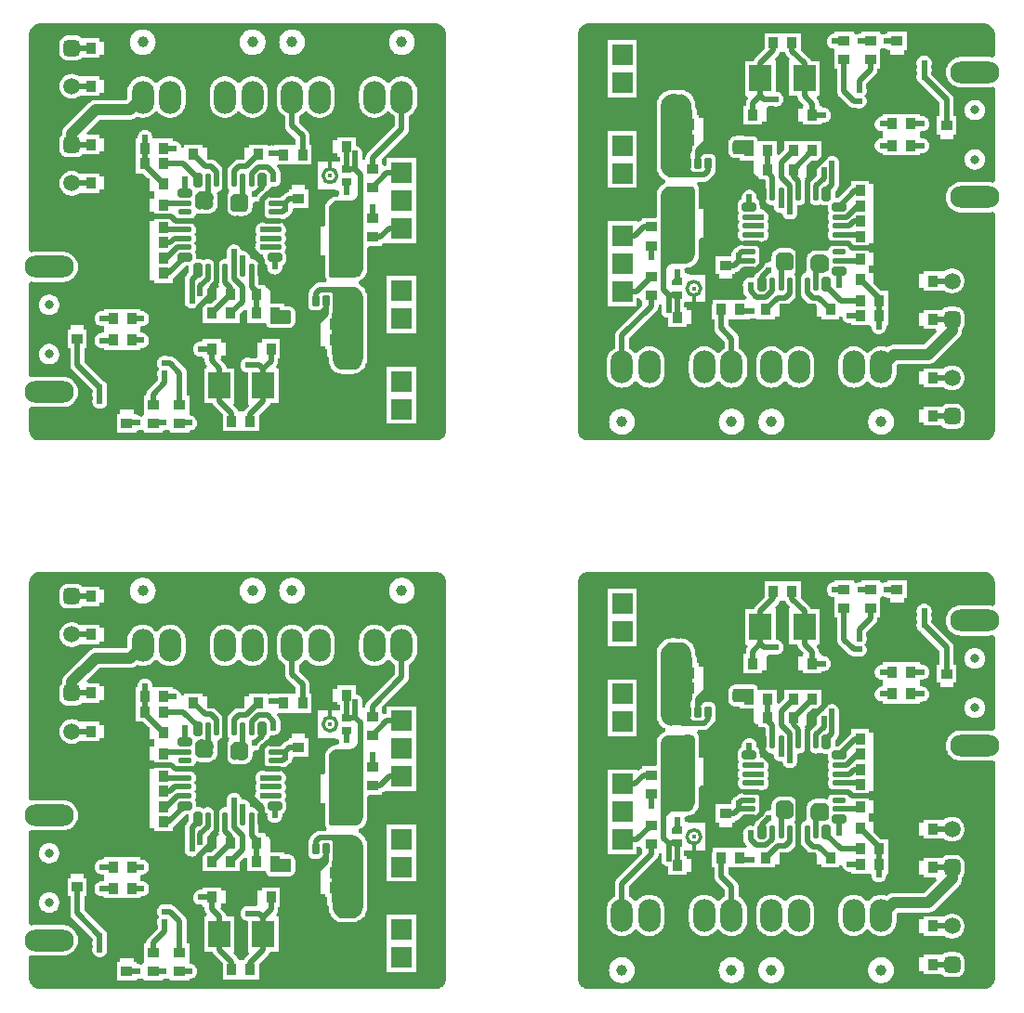
<source format=gbl>
%FSLAX25Y25*%
%MOIN*%
G70*
G01*
G75*
G04 Layer_Physical_Order=2*
G04 Layer_Color=16711680*
%ADD10R,0.03150X0.03150*%
%ADD11R,0.06299X0.03937*%
%ADD12R,0.09843X0.04331*%
%ADD13C,0.04000*%
%ADD14C,0.02000*%
%ADD15C,0.01575*%
G04:AMPARAMS|DCode=16|XSize=59.06mil|YSize=59.06mil|CornerRadius=14.76mil|HoleSize=0mil|Usage=FLASHONLY|Rotation=270.000|XOffset=0mil|YOffset=0mil|HoleType=Round|Shape=RoundedRectangle|*
%AMROUNDEDRECTD16*
21,1,0.05906,0.02953,0,0,270.0*
21,1,0.02953,0.05906,0,0,270.0*
1,1,0.02953,-0.01476,-0.01476*
1,1,0.02953,-0.01476,0.01476*
1,1,0.02953,0.01476,0.01476*
1,1,0.02953,0.01476,-0.01476*
%
%ADD16ROUNDEDRECTD16*%
%ADD17C,0.05906*%
%ADD18C,0.03937*%
G04:AMPARAMS|DCode=19|XSize=98.43mil|YSize=98.43mil|CornerRadius=24.61mil|HoleSize=0mil|Usage=FLASHONLY|Rotation=270.000|XOffset=0mil|YOffset=0mil|HoleType=Round|Shape=RoundedRectangle|*
%AMROUNDEDRECTD19*
21,1,0.09843,0.04921,0,0,270.0*
21,1,0.04921,0.09843,0,0,270.0*
1,1,0.04921,-0.02461,-0.02461*
1,1,0.04921,-0.02461,0.02461*
1,1,0.04921,0.02461,0.02461*
1,1,0.04921,0.02461,-0.02461*
%
%ADD19ROUNDEDRECTD19*%
%ADD20O,0.08000X0.11811*%
%ADD21R,0.07500X0.07500*%
%ADD22O,0.17716X0.07874*%
%ADD23C,0.03150*%
%ADD24C,0.02400*%
%ADD25C,0.01201*%
%ADD26O,0.02165X0.05118*%
G04:AMPARAMS|DCode=27|XSize=31.5mil|YSize=51.18mil|CornerRadius=7.87mil|HoleSize=0mil|Usage=FLASHONLY|Rotation=270.000|XOffset=0mil|YOffset=0mil|HoleType=Round|Shape=RoundedRectangle|*
%AMROUNDEDRECTD27*
21,1,0.03150,0.03543,0,0,270.0*
21,1,0.01575,0.05118,0,0,270.0*
1,1,0.01575,-0.01772,-0.00787*
1,1,0.01575,-0.01772,0.00787*
1,1,0.01575,0.01772,0.00787*
1,1,0.01575,0.01772,-0.00787*
%
%ADD27ROUNDEDRECTD27*%
G04:AMPARAMS|DCode=28|XSize=31.5mil|YSize=51.18mil|CornerRadius=7.87mil|HoleSize=0mil|Usage=FLASHONLY|Rotation=180.000|XOffset=0mil|YOffset=0mil|HoleType=Round|Shape=RoundedRectangle|*
%AMROUNDEDRECTD28*
21,1,0.03150,0.03543,0,0,180.0*
21,1,0.01575,0.05118,0,0,180.0*
1,1,0.01575,-0.00787,0.01772*
1,1,0.01575,0.00787,0.01772*
1,1,0.01575,0.00787,-0.01772*
1,1,0.01575,-0.00787,-0.01772*
%
%ADD28ROUNDEDRECTD28*%
%ADD29O,0.05118X0.02165*%
%ADD30C,0.01201*%
%ADD31C,0.00394*%
%ADD32R,0.03543X0.03937*%
%ADD33R,0.03937X0.03543*%
G04:AMPARAMS|DCode=34|XSize=23.62mil|YSize=39.37mil|CornerRadius=2.95mil|HoleSize=0mil|Usage=FLASHONLY|Rotation=0.000|XOffset=0mil|YOffset=0mil|HoleType=Round|Shape=RoundedRectangle|*
%AMROUNDEDRECTD34*
21,1,0.02362,0.03347,0,0,0.0*
21,1,0.01772,0.03937,0,0,0.0*
1,1,0.00591,0.00886,-0.01673*
1,1,0.00591,-0.00886,-0.01673*
1,1,0.00591,-0.00886,0.01673*
1,1,0.00591,0.00886,0.01673*
%
%ADD34ROUNDEDRECTD34*%
%ADD35R,0.07874X0.09449*%
G36*
X169365Y173265D02*
Y173265D01*
X169374Y173273D01*
X169876Y173240D01*
X170377Y173141D01*
X170861Y172976D01*
X171319Y172750D01*
X171745Y172466D01*
X172129Y172129D01*
X172466Y171745D01*
X172750Y171319D01*
X172976Y170861D01*
X173141Y170377D01*
X173240Y169876D01*
X173274Y169365D01*
X173265Y27485D01*
X173265D01*
X173273Y27477D01*
X173240Y26975D01*
X173141Y26474D01*
X172976Y25989D01*
X172750Y25531D01*
X172466Y25106D01*
X172129Y24721D01*
X171745Y24384D01*
X171319Y24100D01*
X170861Y23874D01*
X170377Y23710D01*
X169876Y23610D01*
X169365Y23577D01*
X27485Y23585D01*
Y23585D01*
X27477Y23577D01*
X26975Y23610D01*
X26474Y23710D01*
X25989Y23874D01*
X25531Y24100D01*
X25106Y24384D01*
X24721Y24721D01*
X24384Y25106D01*
X24100Y25531D01*
X23874Y25989D01*
X23710Y26474D01*
X23610Y26975D01*
X23577Y27485D01*
X23577Y35202D01*
X24376Y35803D01*
X24682Y35715D01*
X25284Y35613D01*
X25894Y35579D01*
X35736D01*
X36346Y35613D01*
X36948Y35715D01*
X37535Y35884D01*
X38099Y36118D01*
X38633Y36413D01*
X39132Y36767D01*
X39587Y37174D01*
X39994Y37629D01*
X40347Y38127D01*
X40642Y38662D01*
X40876Y39226D01*
X41045Y39813D01*
X41148Y40415D01*
X41182Y41024D01*
X41148Y41634D01*
X41045Y42236D01*
X40876Y42823D01*
X40642Y43387D01*
X40347Y43922D01*
X39994Y44420D01*
X39587Y44875D01*
X39132Y45282D01*
X38633Y45635D01*
X38099Y45931D01*
X37535Y46164D01*
X36948Y46334D01*
X36346Y46436D01*
X35736Y46470D01*
X25894D01*
X25284Y46436D01*
X24682Y46334D01*
X24377Y46246D01*
X23578Y46847D01*
X23580Y80083D01*
X24379Y80685D01*
X24682Y80597D01*
X25284Y80495D01*
X25894Y80461D01*
X35736D01*
X36346Y80495D01*
X36948Y80597D01*
X37535Y80766D01*
X38099Y81000D01*
X38633Y81295D01*
X39132Y81649D01*
X39587Y82056D01*
X39994Y82511D01*
X40347Y83009D01*
X40642Y83543D01*
X40876Y84108D01*
X41045Y84694D01*
X41148Y85297D01*
X41182Y85906D01*
X41148Y86516D01*
X41045Y87118D01*
X40876Y87705D01*
X40642Y88269D01*
X40347Y88803D01*
X39994Y89302D01*
X39587Y89757D01*
X39132Y90164D01*
X38633Y90517D01*
X38099Y90813D01*
X37535Y91046D01*
X36948Y91215D01*
X36346Y91318D01*
X35736Y91352D01*
X25894D01*
X25284Y91318D01*
X24682Y91215D01*
X24379Y91128D01*
X23581Y91729D01*
X23585Y169365D01*
X23585D01*
X23577Y169374D01*
X23610Y169876D01*
X23710Y170377D01*
X23874Y170861D01*
X24100Y171319D01*
X24384Y171745D01*
X24721Y172129D01*
X25106Y172466D01*
X25531Y172750D01*
X25989Y172976D01*
X26474Y173141D01*
X26975Y173240D01*
X27485Y173274D01*
X169365Y173265D01*
D02*
G37*
G36*
X366216Y370116D02*
Y370116D01*
X366224Y370124D01*
X366726Y370091D01*
X367227Y369991D01*
X367711Y369827D01*
X368170Y369601D01*
X368595Y369317D01*
X368979Y368979D01*
X369317Y368595D01*
X369601Y368170D01*
X369827Y367711D01*
X369991Y367227D01*
X370091Y366726D01*
X370124Y366216D01*
X370124Y358499D01*
X369325Y357897D01*
X369019Y357985D01*
X368417Y358088D01*
X367807Y358122D01*
X357965D01*
X357355Y358088D01*
X356753Y357985D01*
X356166Y357816D01*
X355602Y357583D01*
X355067Y357287D01*
X354569Y356934D01*
X354114Y356527D01*
X353707Y356072D01*
X353354Y355574D01*
X353058Y355039D01*
X352825Y354475D01*
X352656Y353888D01*
X352553Y353286D01*
X352519Y352676D01*
X352553Y352067D01*
X352656Y351465D01*
X352825Y350878D01*
X353058Y350314D01*
X353354Y349779D01*
X353707Y349281D01*
X354114Y348826D01*
X354569Y348419D01*
X355067Y348065D01*
X355602Y347770D01*
X356166Y347536D01*
X356753Y347367D01*
X357355Y347265D01*
X357965Y347231D01*
X367807D01*
X368417Y347265D01*
X369019Y347367D01*
X369324Y347455D01*
X370123Y346854D01*
X370121Y313617D01*
X369322Y313016D01*
X369019Y313104D01*
X368417Y313206D01*
X367807Y313240D01*
X357965D01*
X357355Y313206D01*
X356753Y313104D01*
X356166Y312934D01*
X355602Y312701D01*
X355067Y312405D01*
X354569Y312052D01*
X354114Y311645D01*
X353707Y311190D01*
X353354Y310692D01*
X353058Y310157D01*
X352825Y309593D01*
X352656Y309006D01*
X352553Y308404D01*
X352519Y307794D01*
X352553Y307185D01*
X352656Y306583D01*
X352825Y305996D01*
X353058Y305432D01*
X353354Y304897D01*
X353707Y304399D01*
X354114Y303944D01*
X354569Y303537D01*
X355067Y303184D01*
X355602Y302888D01*
X356166Y302655D01*
X356753Y302485D01*
X357355Y302383D01*
X357965Y302349D01*
X367807D01*
X368417Y302383D01*
X369019Y302485D01*
X369321Y302573D01*
X370120Y301971D01*
X370116Y224335D01*
X370116D01*
X370124Y224327D01*
X370091Y223825D01*
X369991Y223324D01*
X369827Y222840D01*
X369601Y222381D01*
X369317Y221956D01*
X368979Y221572D01*
X368595Y221235D01*
X368170Y220951D01*
X367711Y220725D01*
X367227Y220560D01*
X366726Y220461D01*
X366216Y220427D01*
X224335Y220435D01*
Y220435D01*
X224327Y220428D01*
X223825Y220461D01*
X223324Y220560D01*
X222840Y220725D01*
X222381Y220951D01*
X221956Y221235D01*
X221572Y221572D01*
X221235Y221956D01*
X220951Y222381D01*
X220725Y222840D01*
X220560Y223324D01*
X220461Y223825D01*
X220427Y224335D01*
X220435Y366216D01*
X220435D01*
X220428Y366224D01*
X220461Y366726D01*
X220560Y367227D01*
X220725Y367711D01*
X220951Y368170D01*
X221235Y368595D01*
X221572Y368979D01*
X221956Y369317D01*
X222381Y369601D01*
X222840Y369827D01*
X223324Y369991D01*
X223825Y370091D01*
X224335Y370124D01*
X366216Y370116D01*
D02*
G37*
G36*
Y173265D02*
Y173265D01*
X366224Y173273D01*
X366726Y173240D01*
X367227Y173141D01*
X367711Y172976D01*
X368170Y172750D01*
X368595Y172466D01*
X368979Y172129D01*
X369317Y171745D01*
X369601Y171319D01*
X369827Y170861D01*
X369991Y170377D01*
X370091Y169876D01*
X370124Y169365D01*
X370124Y161648D01*
X369325Y161047D01*
X369019Y161135D01*
X368417Y161237D01*
X367807Y161272D01*
X357965D01*
X357355Y161237D01*
X356753Y161135D01*
X356166Y160966D01*
X355602Y160732D01*
X355067Y160437D01*
X354569Y160083D01*
X354114Y159677D01*
X353707Y159221D01*
X353354Y158723D01*
X353058Y158189D01*
X352825Y157624D01*
X352656Y157038D01*
X352553Y156436D01*
X352519Y155826D01*
X352553Y155216D01*
X352656Y154614D01*
X352825Y154027D01*
X353058Y153463D01*
X353354Y152929D01*
X353707Y152431D01*
X354114Y151975D01*
X354569Y151568D01*
X355067Y151215D01*
X355602Y150920D01*
X356166Y150686D01*
X356753Y150517D01*
X357355Y150415D01*
X357965Y150380D01*
X367807D01*
X368417Y150415D01*
X369019Y150517D01*
X369324Y150605D01*
X370123Y150004D01*
X370121Y116767D01*
X369322Y116166D01*
X369019Y116253D01*
X368417Y116355D01*
X367807Y116390D01*
X357965D01*
X357355Y116355D01*
X356753Y116253D01*
X356166Y116084D01*
X355602Y115850D01*
X355067Y115555D01*
X354569Y115202D01*
X354114Y114795D01*
X353707Y114339D01*
X353354Y113841D01*
X353058Y113307D01*
X352825Y112743D01*
X352656Y112156D01*
X352553Y111554D01*
X352519Y110944D01*
X352553Y110334D01*
X352656Y109732D01*
X352825Y109145D01*
X353058Y108581D01*
X353354Y108047D01*
X353707Y107549D01*
X354114Y107094D01*
X354569Y106687D01*
X355067Y106333D01*
X355602Y106038D01*
X356166Y105804D01*
X356753Y105635D01*
X357355Y105533D01*
X357965Y105499D01*
X367807D01*
X368417Y105533D01*
X369019Y105635D01*
X369321Y105722D01*
X370120Y105121D01*
X370116Y27485D01*
X370116D01*
X370124Y27477D01*
X370091Y26975D01*
X369991Y26474D01*
X369827Y25989D01*
X369601Y25531D01*
X369317Y25106D01*
X368979Y24721D01*
X368595Y24384D01*
X368170Y24100D01*
X367711Y23874D01*
X367227Y23710D01*
X366726Y23610D01*
X366216Y23577D01*
X224335Y23585D01*
Y23585D01*
X224327Y23577D01*
X223825Y23610D01*
X223324Y23710D01*
X222840Y23874D01*
X222381Y24100D01*
X221956Y24384D01*
X221572Y24721D01*
X221235Y25106D01*
X220951Y25531D01*
X220725Y25989D01*
X220560Y26474D01*
X220461Y26975D01*
X220427Y27485D01*
X220435Y169365D01*
X220435D01*
X220428Y169374D01*
X220461Y169876D01*
X220560Y170377D01*
X220725Y170861D01*
X220951Y171319D01*
X221235Y171745D01*
X221572Y172129D01*
X221956Y172466D01*
X222381Y172750D01*
X222840Y172976D01*
X223324Y173141D01*
X223825Y173240D01*
X224335Y173274D01*
X366216Y173265D01*
D02*
G37*
G36*
X169365Y370116D02*
Y370116D01*
X169374Y370124D01*
X169876Y370091D01*
X170377Y369991D01*
X170861Y369827D01*
X171319Y369601D01*
X171745Y369317D01*
X172129Y368979D01*
X172466Y368595D01*
X172750Y368170D01*
X172976Y367711D01*
X173141Y367227D01*
X173240Y366726D01*
X173274Y366216D01*
X173265Y224335D01*
X173265D01*
X173273Y224327D01*
X173240Y223825D01*
X173141Y223324D01*
X172976Y222840D01*
X172750Y222381D01*
X172466Y221956D01*
X172129Y221572D01*
X171745Y221235D01*
X171319Y220951D01*
X170861Y220725D01*
X170377Y220560D01*
X169876Y220461D01*
X169365Y220427D01*
X27485Y220435D01*
Y220435D01*
X27477Y220428D01*
X26975Y220461D01*
X26474Y220560D01*
X25989Y220725D01*
X25531Y220951D01*
X25106Y221235D01*
X24721Y221572D01*
X24384Y221956D01*
X24100Y222381D01*
X23874Y222840D01*
X23710Y223324D01*
X23610Y223825D01*
X23577Y224335D01*
X23577Y232053D01*
X24376Y232654D01*
X24682Y232566D01*
X25284Y232464D01*
X25894Y232429D01*
X35736D01*
X36346Y232464D01*
X36948Y232566D01*
X37535Y232735D01*
X38099Y232968D01*
X38633Y233264D01*
X39132Y233617D01*
X39587Y234024D01*
X39994Y234480D01*
X40347Y234978D01*
X40642Y235512D01*
X40876Y236076D01*
X41045Y236663D01*
X41148Y237265D01*
X41182Y237875D01*
X41148Y238485D01*
X41045Y239087D01*
X40876Y239673D01*
X40642Y240238D01*
X40347Y240772D01*
X39994Y241270D01*
X39587Y241725D01*
X39132Y242132D01*
X38633Y242486D01*
X38099Y242781D01*
X37535Y243015D01*
X36948Y243184D01*
X36346Y243286D01*
X35736Y243320D01*
X25894D01*
X25284Y243286D01*
X24682Y243184D01*
X24377Y243096D01*
X23578Y243697D01*
X23580Y276934D01*
X24379Y277535D01*
X24682Y277448D01*
X25284Y277345D01*
X25894Y277311D01*
X35736D01*
X36346Y277345D01*
X36948Y277448D01*
X37535Y277617D01*
X38099Y277850D01*
X38633Y278146D01*
X39132Y278499D01*
X39587Y278906D01*
X39994Y279361D01*
X40347Y279859D01*
X40642Y280394D01*
X40876Y280958D01*
X41045Y281545D01*
X41148Y282147D01*
X41182Y282757D01*
X41148Y283366D01*
X41045Y283968D01*
X40876Y284555D01*
X40642Y285119D01*
X40347Y285654D01*
X39994Y286152D01*
X39587Y286607D01*
X39132Y287014D01*
X38633Y287368D01*
X38099Y287663D01*
X37535Y287897D01*
X36948Y288066D01*
X36346Y288168D01*
X35736Y288202D01*
X25894D01*
X25284Y288168D01*
X24682Y288066D01*
X24379Y287979D01*
X23581Y288580D01*
X23585Y366216D01*
X23585D01*
X23577Y366224D01*
X23610Y366726D01*
X23710Y367227D01*
X23874Y367711D01*
X24100Y368170D01*
X24384Y368595D01*
X24721Y368979D01*
X25106Y369317D01*
X25531Y369601D01*
X25989Y369827D01*
X26474Y369991D01*
X26975Y370091D01*
X27485Y370124D01*
X169365Y370116D01*
D02*
G37*
%LPC*%
G36*
X74243Y154295D02*
X73626Y154260D01*
X73017Y154156D01*
X72423Y153985D01*
X71852Y153749D01*
X71312Y153450D01*
X70808Y153093D01*
X70347Y152681D01*
X69936Y152220D01*
X69821Y152059D01*
X68821D01*
X68707Y152220D01*
X68295Y152681D01*
X67835Y153093D01*
X67331Y153450D01*
X66790Y153749D01*
X66219Y153985D01*
X65626Y154156D01*
X65017Y154260D01*
X64400Y154295D01*
X63783Y154260D01*
X63174Y154156D01*
X62581Y153985D01*
X62010Y153749D01*
X61469Y153450D01*
X60965Y153093D01*
X60505Y152681D01*
X60093Y152220D01*
X59736Y151717D01*
X59437Y151176D01*
X59201Y150605D01*
X59029Y150012D01*
X58926Y149403D01*
X58891Y148786D01*
Y146332D01*
X58432Y145873D01*
X47585D01*
X47127Y145843D01*
X47127Y145843D01*
Y145843D01*
X46677Y145753D01*
X46243Y145606D01*
X46243Y145606D01*
X46243Y145606D01*
X45831Y145403D01*
X45450Y145148D01*
X45450Y145148D01*
X45450Y145148D01*
X45105Y144845D01*
X36505Y136246D01*
X36344Y136062D01*
X36202Y135901D01*
X35947Y135519D01*
X35745Y135108D01*
X35695Y134960D01*
X35597Y134673D01*
X35525Y134313D01*
X35508Y134223D01*
X35478Y133765D01*
Y133401D01*
X35398Y133332D01*
X35093Y132976D01*
X34848Y132577D01*
X34669Y132144D01*
X34560Y131688D01*
X34523Y131221D01*
Y128269D01*
X34560Y127802D01*
X34669Y127346D01*
X34848Y126913D01*
X35093Y126514D01*
X35398Y126157D01*
X35754Y125853D01*
X36153Y125608D01*
X36586Y125429D01*
X37042Y125320D01*
X37509Y125283D01*
X40461D01*
X40929Y125320D01*
X41384Y125429D01*
X41817Y125608D01*
X42216Y125853D01*
X42573Y126157D01*
X42692Y126297D01*
X49010D01*
Y127403D01*
X50660D01*
Y132127D01*
X49010D01*
Y133234D01*
X44721D01*
X44338Y134158D01*
X49038Y138858D01*
X59885D01*
X60343Y138888D01*
X60432Y138906D01*
X60793Y138977D01*
X61080Y139075D01*
X61227Y139125D01*
X61639Y139328D01*
X62020Y139583D01*
X62181Y139724D01*
X62349Y139871D01*
X62581Y139775D01*
X63174Y139604D01*
X63783Y139501D01*
X64400Y139466D01*
X65017Y139501D01*
X65626Y139604D01*
X66219Y139775D01*
X66790Y140012D01*
X67331Y140311D01*
X67835Y140668D01*
X68295Y141080D01*
X68707Y141540D01*
X68821Y141701D01*
X69821D01*
X69936Y141540D01*
X70347Y141080D01*
X70808Y140668D01*
X71312Y140311D01*
X71852Y140012D01*
X72423Y139775D01*
X73017Y139604D01*
X73626Y139501D01*
X74243Y139466D01*
X74859Y139501D01*
X75468Y139604D01*
X76062Y139775D01*
X76633Y140012D01*
X77173Y140311D01*
X77677Y140668D01*
X78138Y141080D01*
X78549Y141540D01*
X78907Y142044D01*
X79206Y142585D01*
X79442Y143155D01*
X79613Y143749D01*
X79716Y144358D01*
X79751Y144975D01*
Y148786D01*
X79716Y149403D01*
X79613Y150012D01*
X79442Y150605D01*
X79206Y151176D01*
X78907Y151717D01*
X78549Y152220D01*
X78138Y152681D01*
X77677Y153093D01*
X77173Y153450D01*
X76633Y153749D01*
X76062Y153985D01*
X75468Y154156D01*
X74859Y154260D01*
X74243Y154295D01*
D02*
G37*
G36*
X38985Y155228D02*
X38403Y155190D01*
X37830Y155076D01*
X37277Y154888D01*
X36754Y154630D01*
X36269Y154306D01*
X35830Y153921D01*
X35445Y153482D01*
X35121Y152997D01*
X34862Y152473D01*
X34675Y151920D01*
X34561Y151348D01*
X34523Y150765D01*
X34561Y150183D01*
X34675Y149610D01*
X34862Y149058D01*
X35121Y148534D01*
X35445Y148049D01*
X35830Y147610D01*
X36269Y147225D01*
X36754Y146901D01*
X37277Y146643D01*
X37830Y146455D01*
X38403Y146341D01*
X38985Y146303D01*
X39568Y146341D01*
X40140Y146455D01*
X40693Y146643D01*
X41216Y146901D01*
X41701Y147225D01*
X41783Y147297D01*
X42467Y147297D01*
Y147297D01*
X49010D01*
Y148403D01*
X50660D01*
Y153128D01*
X49010D01*
Y154234D01*
X42467D01*
Y154234D01*
X41783Y154234D01*
X41701Y154306D01*
X41216Y154630D01*
X40693Y154888D01*
X40140Y155076D01*
X39568Y155190D01*
X38985Y155228D01*
D02*
G37*
G36*
X103770Y154295D02*
X103153Y154260D01*
X102544Y154156D01*
X101951Y153985D01*
X101380Y153749D01*
X100839Y153450D01*
X100336Y153093D01*
X99875Y152681D01*
X99463Y152220D01*
X99349Y152059D01*
X98349D01*
X98234Y152220D01*
X97823Y152681D01*
X97362Y153093D01*
X96858Y153450D01*
X96318Y153749D01*
X95747Y153985D01*
X95153Y154156D01*
X94544Y154260D01*
X93928Y154295D01*
X93311Y154260D01*
X92702Y154156D01*
X92108Y153985D01*
X91537Y153749D01*
X90997Y153450D01*
X90493Y153093D01*
X90032Y152681D01*
X89621Y152220D01*
X89263Y151717D01*
X88964Y151176D01*
X88728Y150605D01*
X88557Y150012D01*
X88454Y149403D01*
X88419Y148786D01*
Y144975D01*
X88454Y144358D01*
X88557Y143749D01*
X88728Y143155D01*
X88964Y142585D01*
X89263Y142044D01*
X89621Y141540D01*
X90032Y141080D01*
X90493Y140668D01*
X90997Y140311D01*
X91537Y140012D01*
X92108Y139775D01*
X92702Y139604D01*
X93311Y139501D01*
X93928Y139466D01*
X94544Y139501D01*
X95153Y139604D01*
X95747Y139775D01*
X96318Y140012D01*
X96858Y140311D01*
X97362Y140668D01*
X97823Y141080D01*
X98234Y141540D01*
X98349Y141701D01*
X99349D01*
X99463Y141540D01*
X99875Y141080D01*
X100336Y140668D01*
X100839Y140311D01*
X101380Y140012D01*
X101951Y139775D01*
X102544Y139604D01*
X103153Y139501D01*
X103770Y139466D01*
X104387Y139501D01*
X104996Y139604D01*
X105589Y139775D01*
X106160Y140012D01*
X106701Y140311D01*
X107205Y140668D01*
X107665Y141080D01*
X108077Y141540D01*
X108434Y142044D01*
X108733Y142585D01*
X108970Y143155D01*
X109141Y143749D01*
X109244Y144358D01*
X109279Y144975D01*
Y148786D01*
X109244Y149403D01*
X109141Y150012D01*
X108970Y150605D01*
X108733Y151176D01*
X108434Y151717D01*
X108077Y152220D01*
X107665Y152681D01*
X107205Y153093D01*
X106701Y153450D01*
X106160Y153749D01*
X105589Y153985D01*
X104996Y154156D01*
X104387Y154260D01*
X103770Y154295D01*
D02*
G37*
G36*
X127842D02*
X127226Y154260D01*
X126617Y154156D01*
X126023Y153985D01*
X125452Y153749D01*
X124912Y153450D01*
X124408Y153093D01*
X123947Y152681D01*
X123536Y152220D01*
X123421Y152059D01*
X122421D01*
X122307Y152220D01*
X121895Y152681D01*
X121435Y153093D01*
X120931Y153450D01*
X120390Y153749D01*
X119819Y153985D01*
X119226Y154156D01*
X118617Y154260D01*
X118000Y154295D01*
X117383Y154260D01*
X116774Y154156D01*
X116181Y153985D01*
X115610Y153749D01*
X115069Y153450D01*
X114565Y153093D01*
X114105Y152681D01*
X113693Y152220D01*
X113336Y151717D01*
X113037Y151176D01*
X112801Y150605D01*
X112629Y150012D01*
X112526Y149403D01*
X112491Y148786D01*
Y144975D01*
X112526Y144358D01*
X112629Y143749D01*
X112801Y143155D01*
X113037Y142585D01*
X113336Y142044D01*
X113693Y141540D01*
X114105Y141080D01*
X114565Y140668D01*
X115069Y140311D01*
X115492Y140077D01*
Y136650D01*
X115523Y136258D01*
X115615Y135875D01*
X115766Y135512D01*
X115971Y135176D01*
X116227Y134877D01*
X119224Y131880D01*
Y129634D01*
X118460Y129634D01*
Y129634D01*
X118310Y129634D01*
Y129634D01*
X111767D01*
X111767Y129634D01*
X111767D01*
D01*
X111109Y129540D01*
X110685Y129574D01*
X110261Y129540D01*
X109848Y129441D01*
X109456Y129279D01*
X109456Y129279D01*
X109103Y129734D01*
Y129734D01*
X102560D01*
Y128628D01*
X100910D01*
Y124891D01*
X100593Y124573D01*
X98885D01*
X98493Y124542D01*
X98110Y124450D01*
X97747Y124300D01*
X97411Y124094D01*
X97411Y124094D01*
X97411Y124094D01*
X97112Y123839D01*
X95387Y122113D01*
X95131Y121814D01*
X94925Y121479D01*
X94775Y121115D01*
X94683Y120732D01*
X94652Y120340D01*
Y119101D01*
X94601Y118889D01*
X94569Y118483D01*
Y115531D01*
X94601Y115125D01*
X94696Y114730D01*
X94851Y114355D01*
X95064Y114008D01*
X95328Y113699D01*
X95637Y113435D01*
D01*
X95637D01*
X95637Y113435D01*
D01*
D01*
X95322Y112729D01*
X95201Y112582D01*
X95134Y112501D01*
X95134Y112500D01*
X94736Y111905D01*
X94736Y111905D01*
X94615Y111678D01*
X94597Y111644D01*
D01*
X94597Y111644D01*
X94563Y111533D01*
X94511Y111362D01*
Y111362D01*
X94371Y110659D01*
X94342Y110365D01*
X94371Y110071D01*
X94374Y110062D01*
X94345Y107483D01*
X94345Y107474D01*
X94345Y107465D01*
X94358Y107327D01*
X94370Y107188D01*
X94373Y107180D01*
X94373Y107171D01*
X94505Y106508D01*
X94591Y106225D01*
X94730Y105965D01*
X94731Y105965D01*
X95106Y105402D01*
X95294Y105174D01*
X95522Y104987D01*
X96084Y104611D01*
X96084Y104611D01*
X96206Y104546D01*
X96345Y104472D01*
X96628Y104386D01*
X96628D01*
X97291Y104254D01*
X97585Y104225D01*
X97879Y104254D01*
X97880Y104254D01*
X100365Y104221D01*
X100375Y104222D01*
X100385Y104221D01*
X100522Y104234D01*
X100659Y104246D01*
X100669Y104249D01*
X100679Y104250D01*
X101420Y104397D01*
X101420D01*
X101703Y104483D01*
X101842Y104558D01*
X101964Y104622D01*
X101964Y104622D01*
X102592Y105042D01*
X102821Y105230D01*
Y105230D01*
X102821D01*
X103008Y105458D01*
X103428Y106087D01*
X103428Y106087D01*
X103567Y106347D01*
X103627Y106544D01*
X103653Y106630D01*
Y106630D01*
X103801Y107371D01*
X103830Y107665D01*
X103801Y107959D01*
X103797Y107970D01*
X103807Y108595D01*
X104547Y109268D01*
X104685Y109257D01*
X105109Y109290D01*
X105522Y109390D01*
X105915Y109552D01*
X106277Y109774D01*
X106600Y110050D01*
X106876Y110373D01*
X107098Y110736D01*
X107166Y110900D01*
X108874Y112608D01*
X109130Y112907D01*
X109335Y113243D01*
X109476Y113584D01*
X109511Y113613D01*
X109745Y113887D01*
X109933Y114194D01*
X110070Y114526D01*
X110448Y114790D01*
X110448D01*
X110448D01*
Y114790D01*
X110861Y114690D01*
X111285Y114657D01*
X111709Y114690D01*
X112122Y114790D01*
X112515Y114952D01*
X112877Y115174D01*
X113200Y115450D01*
X113476Y115773D01*
X113698Y116136D01*
X113861Y116528D01*
X113960Y116942D01*
X113993Y117365D01*
X113960Y117789D01*
X113861Y118202D01*
X113793Y118367D01*
Y119565D01*
X113762Y119958D01*
X113670Y120340D01*
X113519Y120704D01*
X113314Y121039D01*
X113058Y121339D01*
X112624Y121773D01*
X113007Y122697D01*
X118310D01*
D01*
X118310D01*
X118310Y122697D01*
X118460D01*
Y122697D01*
X125003D01*
Y129634D01*
X124239D01*
Y132919D01*
X124208Y133311D01*
X124117Y133694D01*
X123966Y134057D01*
X123760Y134393D01*
X123505Y134692D01*
X120508Y137689D01*
Y140077D01*
X120931Y140311D01*
X121435Y140668D01*
X121895Y141080D01*
X122307Y141540D01*
X122421Y141701D01*
X123421D01*
X123536Y141540D01*
X123947Y141080D01*
X124408Y140668D01*
X124912Y140311D01*
X125452Y140012D01*
X126023Y139775D01*
X126617Y139604D01*
X127226Y139501D01*
X127842Y139466D01*
X128459Y139501D01*
X129068Y139604D01*
X129662Y139775D01*
X130233Y140012D01*
X130773Y140311D01*
X131277Y140668D01*
X131738Y141080D01*
X132149Y141540D01*
X132507Y142044D01*
X132806Y142585D01*
X133042Y143155D01*
X133213Y143749D01*
X133317Y144358D01*
X133351Y144975D01*
Y148786D01*
X133317Y149403D01*
X133213Y150012D01*
X133042Y150605D01*
X132806Y151176D01*
X132507Y151717D01*
X132149Y152220D01*
X131738Y152681D01*
X131277Y153093D01*
X130773Y153450D01*
X130233Y153749D01*
X129662Y153985D01*
X129068Y154156D01*
X128459Y154260D01*
X127842Y154295D01*
D02*
G37*
G36*
X254332Y149427D02*
X254226Y149417D01*
X254119Y149414D01*
X253075Y149276D01*
X253027Y149265D01*
X252977Y149260D01*
X252883Y149232D01*
X252787Y149209D01*
X252742Y149189D01*
X252695Y149175D01*
X251722Y148772D01*
X251678Y148748D01*
X251632Y148731D01*
X251548Y148679D01*
X251461Y148632D01*
X251423Y148601D01*
X251381Y148575D01*
X250545Y147934D01*
X250509Y147900D01*
X250469Y147871D01*
X250402Y147799D01*
X250330Y147732D01*
X250301Y147692D01*
X250267Y147655D01*
X249626Y146820D01*
X249600Y146778D01*
X249569Y146740D01*
X249522Y146653D01*
X249470Y146569D01*
X249452Y146523D01*
X249429Y146479D01*
X249026Y145506D01*
X249012Y145459D01*
X248991Y145414D01*
X248969Y145318D01*
X248940Y145223D01*
X248936Y145174D01*
X248924Y145126D01*
X248787Y144082D01*
X248784Y143983D01*
X248774Y143885D01*
X248779Y143836D01*
X248777Y143787D01*
X248793Y143689D01*
X248803Y143591D01*
X248808Y143574D01*
X248776Y121887D01*
X248785Y121788D01*
X248789Y121688D01*
X248919Y120696D01*
X248930Y120648D01*
X248935Y120599D01*
X248964Y120505D01*
X248986Y120408D01*
X249007Y120363D01*
X249021Y120316D01*
X249404Y119392D01*
X249427Y119348D01*
X249445Y119302D01*
X249497Y119218D01*
X249543Y119131D01*
X249574Y119093D01*
X249601Y119051D01*
X250210Y118257D01*
X250244Y118221D01*
X250272Y118181D01*
X250344Y118114D01*
X250412Y118042D01*
X250452Y118013D01*
X250488Y117979D01*
X251282Y117370D01*
X251324Y117344D01*
X251362Y117313D01*
X251449Y117266D01*
X251533Y117214D01*
X251579Y117197D01*
X251623Y117173D01*
X251800Y117100D01*
X251991Y116280D01*
X251978Y116007D01*
X251956Y116000D01*
X251226Y115698D01*
X251182Y115675D01*
X251136Y115657D01*
X251052Y115605D01*
X250965Y115559D01*
X250927Y115527D01*
X250885Y115501D01*
X250259Y115021D01*
X250222Y114987D01*
X250182Y114958D01*
X250115Y114886D01*
X250043Y114819D01*
X250014Y114778D01*
X249980Y114742D01*
X249499Y114116D01*
X249473Y114074D01*
X249442Y114035D01*
X249395Y113948D01*
X249343Y113865D01*
X249326Y113818D01*
X249303Y113775D01*
X249000Y113045D01*
X248986Y112998D01*
X248966Y112953D01*
X248943Y112857D01*
X248915Y112762D01*
X248910Y112713D01*
X248899Y112665D01*
X248796Y111882D01*
X248792Y111782D01*
X248783Y111683D01*
X248791Y104211D01*
X248084Y103503D01*
X243447D01*
Y102655D01*
X243287Y102617D01*
X242924Y102466D01*
X242588Y102260D01*
X242289Y102005D01*
X241666Y102335D01*
Y102335D01*
X231166D01*
Y71835D01*
X241666D01*
Y74577D01*
X241669D01*
X242062Y74608D01*
X242444Y74700D01*
X242616Y74771D01*
X243023Y74499D01*
X243447Y73807D01*
Y72367D01*
X243447Y72367D01*
X243447D01*
X243566Y72081D01*
X234558Y63073D01*
X234302Y62774D01*
X234096Y62438D01*
X233946Y62075D01*
X233854Y61692D01*
X233823Y61300D01*
Y56774D01*
X233400Y56540D01*
X232896Y56182D01*
X232435Y55771D01*
X232024Y55310D01*
X231666Y54806D01*
X231368Y54266D01*
X231131Y53695D01*
X230960Y53101D01*
X230857Y52492D01*
X230822Y51876D01*
Y48065D01*
X230857Y47448D01*
X230960Y46839D01*
X231131Y46245D01*
X231368Y45674D01*
X231666Y45134D01*
X232024Y44630D01*
X232435Y44169D01*
X232896Y43758D01*
X233400Y43400D01*
X233941Y43101D01*
X234511Y42865D01*
X235105Y42694D01*
X235714Y42590D01*
X236331Y42556D01*
X236947Y42590D01*
X237557Y42694D01*
X238150Y42865D01*
X238721Y43101D01*
X239262Y43400D01*
X239765Y43758D01*
X240226Y44169D01*
X240638Y44630D01*
X240752Y44791D01*
X241752D01*
X241866Y44630D01*
X242278Y44169D01*
X242739Y43758D01*
X243242Y43400D01*
X243783Y43101D01*
X244354Y42865D01*
X244947Y42694D01*
X245556Y42590D01*
X246173Y42556D01*
X246790Y42590D01*
X247399Y42694D01*
X247993Y42865D01*
X248563Y43101D01*
X249104Y43400D01*
X249608Y43758D01*
X250068Y44169D01*
X250480Y44630D01*
X250838Y45134D01*
X251136Y45674D01*
X251373Y46245D01*
X251544Y46839D01*
X251647Y47448D01*
X251682Y48065D01*
Y51876D01*
X251647Y52492D01*
X251544Y53101D01*
X251373Y53695D01*
X251136Y54266D01*
X250838Y54806D01*
X250480Y55310D01*
X250068Y55771D01*
X249608Y56182D01*
X249104Y56540D01*
X248563Y56839D01*
X247993Y57075D01*
X247399Y57246D01*
X246790Y57350D01*
X246173Y57384D01*
X245556Y57350D01*
X244947Y57246D01*
X244354Y57075D01*
X243783Y56839D01*
X243242Y56540D01*
X242739Y56182D01*
X242278Y55771D01*
X241866Y55310D01*
X241752Y55149D01*
X240752D01*
X240638Y55310D01*
X240226Y55771D01*
X239765Y56182D01*
X239262Y56540D01*
X238838Y56774D01*
Y60261D01*
X248689Y70112D01*
D01*
X248689Y70112D01*
X248689Y70112D01*
X248689D01*
X248944Y70411D01*
X249150Y70747D01*
X249213Y70897D01*
X249301Y71110D01*
X249371Y71401D01*
X249393Y71493D01*
X249424Y71885D01*
Y72367D01*
X250384Y72367D01*
D01*
X250610Y72142D01*
Y71290D01*
X250540Y71122D01*
X250441Y70709D01*
X250407Y70285D01*
X250441Y69861D01*
X250540Y69448D01*
X250703Y69055D01*
X250925Y68693D01*
X251201Y68370D01*
X251524Y68094D01*
X251886Y67872D01*
X252279Y67709D01*
X252692Y67610D01*
X252898Y67594D01*
Y64416D01*
X259441D01*
Y65523D01*
X261090D01*
Y70247D01*
X259441D01*
Y71354D01*
X258624D01*
Y73137D01*
X258725Y73192D01*
X258813Y73264D01*
X266352D01*
Y83106D01*
X261103D01*
X259022Y83606D01*
X258805Y83841D01*
X258824Y84085D01*
X258791Y84509D01*
X258692Y84922D01*
X258692Y84922D01*
X258692D01*
X259267Y85656D01*
D01*
X259316Y85651D01*
X259414Y85661D01*
X259512Y85664D01*
X260322Y85770D01*
X260370Y85782D01*
X260419Y85786D01*
X260513Y85815D01*
X260610Y85838D01*
X260654Y85858D01*
X260702Y85872D01*
X261456Y86185D01*
X261499Y86208D01*
X261546Y86225D01*
X261630Y86278D01*
X261717Y86324D01*
X261755Y86355D01*
X261797Y86381D01*
X262444Y86878D01*
X262480Y86912D01*
X262521Y86941D01*
X262588Y87013D01*
X262660Y87080D01*
X262689Y87120D01*
X262722Y87156D01*
X263219Y87804D01*
X263246Y87846D01*
X263277Y87884D01*
X263323Y87971D01*
X263375Y88055D01*
X263393Y88101D01*
X263416Y88145D01*
X263728Y88899D01*
X263743Y88946D01*
X263763Y88991D01*
X263786Y89087D01*
X263814Y89182D01*
X263819Y89231D01*
X263830Y89279D01*
X263937Y90088D01*
X263940Y90188D01*
X263950Y90287D01*
X263944Y95715D01*
X264650Y96423D01*
X265491D01*
Y101147D01*
X265491D01*
Y101147D01*
X265491Y101147D01*
Y101943D01*
X265491D01*
Y106667D01*
X263931D01*
X263923Y113488D01*
X263943Y113685D01*
X263914Y113979D01*
X263836Y114369D01*
X263750Y114652D01*
X263611Y114913D01*
X263611Y114913D01*
X263390Y115243D01*
X263203Y115472D01*
X263125Y115536D01*
X263393Y116286D01*
X263521Y116477D01*
X265816D01*
X266208Y116508D01*
X266591Y116600D01*
X266954Y116751D01*
X267290Y116956D01*
X267290Y116956D01*
X267290Y116956D01*
X267589Y117212D01*
X269029Y118652D01*
X269285Y118951D01*
X269490Y119287D01*
X269641Y119650D01*
X269733Y120033D01*
X269764Y120425D01*
Y120556D01*
X269808Y120640D01*
X269911Y120978D01*
X269946Y121330D01*
Y124676D01*
X269911Y125028D01*
X269808Y125367D01*
X269642Y125679D01*
X269417Y125952D01*
X269144Y126176D01*
X268832Y126343D01*
X268494Y126446D01*
X268142Y126480D01*
X266370D01*
X266018Y126446D01*
X265680Y126343D01*
X265368Y126176D01*
X265094Y125952D01*
X264870Y125679D01*
X264703Y125367D01*
X264601Y125028D01*
X264566Y124676D01*
Y121493D01*
X263234D01*
X262528Y122200D01*
X262532Y126188D01*
X262598Y126265D01*
X262678Y126394D01*
X262804Y126600D01*
X262866Y126751D01*
X262954Y126964D01*
X263024Y127254D01*
X263046Y127346D01*
X263077Y127739D01*
Y127984D01*
X263841D01*
Y129090D01*
X265491D01*
Y133814D01*
X265491D01*
Y133814D01*
X265491Y133814D01*
Y134598D01*
X265491D01*
Y139322D01*
X263841D01*
Y140428D01*
X263077D01*
Y141628D01*
X263093Y141693D01*
X263123Y142085D01*
X263093Y142477D01*
X263001Y142860D01*
X262850Y143224D01*
X262645Y143559D01*
X262553Y143666D01*
X262554Y144283D01*
X262544Y144382D01*
X262541Y144482D01*
X262417Y145422D01*
X262406Y145470D01*
X262401Y145519D01*
X262373Y145613D01*
X262350Y145709D01*
X262330Y145754D01*
X262316Y145802D01*
X261953Y146677D01*
X261930Y146721D01*
X261912Y146767D01*
X261860Y146851D01*
X261814Y146938D01*
X261782Y146976D01*
X261756Y147018D01*
X261179Y147770D01*
X261145Y147806D01*
X261117Y147846D01*
X261045Y147914D01*
X260977Y147986D01*
X260937Y148015D01*
X260901Y148048D01*
X260149Y148625D01*
X260107Y148652D01*
X260069Y148683D01*
X259982Y148729D01*
X259898Y148781D01*
X259852Y148799D01*
X259808Y148822D01*
X258932Y149185D01*
X258885Y149199D01*
X258840Y149220D01*
X258744Y149242D01*
X258650Y149271D01*
X258600Y149276D01*
X258552Y149287D01*
X257612Y149410D01*
X257514Y149414D01*
X257416Y149423D01*
X257366Y149418D01*
X257317Y149420D01*
X257220Y149404D01*
X257133Y149396D01*
X254332Y149427D01*
D02*
G37*
G36*
X344716Y161893D02*
X344292Y161860D01*
X343879Y161761D01*
X343486Y161598D01*
X343124Y161376D01*
X342801Y161100D01*
X342525Y160777D01*
X342303Y160415D01*
X342140Y160022D01*
X342041Y159609D01*
X342007Y159185D01*
X342041Y158761D01*
X342140Y158348D01*
X342208Y158184D01*
Y157686D01*
X342140Y157522D01*
X342041Y157109D01*
X342007Y156685D01*
X342041Y156261D01*
X342140Y155848D01*
X342208Y155684D01*
Y155186D01*
X342140Y155022D01*
X342041Y154609D01*
X342007Y154185D01*
X342041Y153761D01*
X342140Y153348D01*
X342303Y152955D01*
X342525Y152593D01*
X342801Y152270D01*
X343124Y151994D01*
X343486Y151772D01*
X343651Y151704D01*
X350308Y145046D01*
Y140003D01*
X349347D01*
Y133460D01*
X350453D01*
Y131810D01*
X355178D01*
Y133460D01*
X356284D01*
Y140003D01*
X355324D01*
Y146085D01*
X355293Y146477D01*
X355201Y146860D01*
X355050Y147223D01*
X354844Y147559D01*
X354589Y147858D01*
X354589Y147858D01*
X354589Y147858D01*
X347223Y155224D01*
Y155684D01*
X347291Y155848D01*
X347391Y156261D01*
X347424Y156685D01*
X347391Y157109D01*
X347291Y157522D01*
X347223Y157686D01*
Y158184D01*
X347291Y158348D01*
X347391Y158761D01*
X347424Y159185D01*
X347391Y159609D01*
X347291Y160022D01*
X347129Y160415D01*
X346907Y160777D01*
X346631Y161100D01*
X346308Y161376D01*
X345945Y161598D01*
X345553Y161761D01*
X345139Y161860D01*
X344716Y161893D01*
D02*
G37*
G36*
X362886Y128200D02*
X362406Y128169D01*
X361935Y128075D01*
X361480Y127920D01*
X361049Y127708D01*
X360650Y127441D01*
X360289Y127124D01*
X359972Y126763D01*
X359705Y126363D01*
X359492Y125932D01*
X359338Y125478D01*
X359244Y125006D01*
X359213Y124527D01*
X359244Y124047D01*
X359338Y123576D01*
X359492Y123121D01*
X359705Y122690D01*
X359972Y122291D01*
X360289Y121929D01*
X360650Y121613D01*
X361049Y121346D01*
X361480Y121133D01*
X361935Y120979D01*
X362406Y120885D01*
X362886Y120854D01*
X363365Y120885D01*
X363837Y120979D01*
X364292Y121133D01*
X364722Y121346D01*
X365122Y121613D01*
X365483Y121929D01*
X365800Y122291D01*
X366067Y122690D01*
X366279Y123121D01*
X366434Y123576D01*
X366528Y124047D01*
X366559Y124527D01*
X366528Y125006D01*
X366434Y125478D01*
X366279Y125932D01*
X366067Y126363D01*
X365800Y126763D01*
X365483Y127124D01*
X365122Y127441D01*
X364722Y127708D01*
X364292Y127920D01*
X363837Y128075D01*
X363365Y128169D01*
X362886Y128200D01*
D02*
G37*
G36*
X336691Y140754D02*
X336541D01*
Y140753D01*
X329998D01*
Y140254D01*
X329716Y139993D01*
X329292Y139960D01*
X328879Y139861D01*
X328486Y139698D01*
X328124Y139476D01*
X327801Y139200D01*
X327525Y138877D01*
X327303Y138515D01*
X327140Y138122D01*
X327041Y137709D01*
X327007Y137285D01*
X327041Y136861D01*
X327140Y136448D01*
X327303Y136056D01*
X327525Y135693D01*
X327801Y135370D01*
X328124Y135094D01*
X328486Y134872D01*
X328879Y134709D01*
X329292Y134610D01*
X329716Y134577D01*
X329998Y134316D01*
Y133817D01*
D01*
D01*
X329998Y133817D01*
Y132954D01*
X329998D01*
Y132454D01*
X329716Y132193D01*
X329292Y132160D01*
X328879Y132061D01*
X328486Y131898D01*
X328124Y131676D01*
X327801Y131400D01*
X327525Y131077D01*
X327303Y130715D01*
X327140Y130322D01*
X327041Y129909D01*
X327007Y129485D01*
X327041Y129061D01*
X327140Y128648D01*
X327303Y128255D01*
X327525Y127893D01*
X327801Y127570D01*
X328124Y127294D01*
X328486Y127072D01*
X328879Y126909D01*
X329292Y126810D01*
X329716Y126777D01*
X329998Y126516D01*
Y126016D01*
X336541D01*
X336541Y126016D01*
X336691Y126016D01*
Y126016D01*
X343234D01*
Y126648D01*
D01*
X343816Y126740D01*
X343816Y126740D01*
Y126740D01*
D01*
D01*
D01*
X344239Y126773D01*
X344653Y126872D01*
X345045Y127035D01*
X345408Y127257D01*
X345731Y127533D01*
X346007Y127856D01*
X346229Y128218D01*
X346392Y128611D01*
X346491Y129024D01*
X346524Y129448D01*
X346491Y129872D01*
X346392Y130285D01*
X346229Y130678D01*
X346007Y131040D01*
X345731Y131363D01*
X345408Y131639D01*
X345045Y131861D01*
X344653Y132024D01*
X344239Y132123D01*
X343816Y132156D01*
D01*
D01*
D01*
X343816Y132156D01*
X343816Y132156D01*
X343234Y132248D01*
D01*
Y132954D01*
X343234D01*
Y132954D01*
X343234Y132954D01*
Y133817D01*
X343234D01*
Y134443D01*
D01*
X343916Y134614D01*
X343916Y134614D01*
Y134614D01*
D01*
D01*
D01*
X344339Y134647D01*
X344753Y134746D01*
X345145Y134909D01*
X345508Y135131D01*
X345831Y135407D01*
X346107Y135730D01*
X346329Y136092D01*
X346492Y136485D01*
X346591Y136898D01*
X346624Y137322D01*
X346591Y137746D01*
X346492Y138159D01*
X346329Y138552D01*
X346107Y138914D01*
X345831Y139237D01*
X345508Y139513D01*
X345145Y139735D01*
X344753Y139898D01*
X344339Y139997D01*
X343916Y140030D01*
D01*
D01*
D01*
X343916Y140030D01*
X343916Y140030D01*
X343234Y140201D01*
D01*
Y140753D01*
X336691D01*
D01*
X336691D01*
X336691Y140754D01*
D02*
G37*
G36*
X241666Y167235D02*
X231166D01*
Y146735D01*
X241666D01*
Y167235D01*
D02*
G37*
G36*
X362886Y145916D02*
X362406Y145885D01*
X361935Y145791D01*
X361480Y145637D01*
X361049Y145424D01*
X360650Y145158D01*
X360289Y144841D01*
X359972Y144479D01*
X359705Y144080D01*
X359492Y143649D01*
X359338Y143194D01*
X359244Y142723D01*
X359213Y142243D01*
X359244Y141764D01*
X359338Y141293D01*
X359492Y140838D01*
X359705Y140407D01*
X359972Y140007D01*
X360289Y139646D01*
X360650Y139329D01*
X361049Y139062D01*
X361480Y138850D01*
X361935Y138695D01*
X362406Y138602D01*
X362886Y138570D01*
X363365Y138602D01*
X363837Y138695D01*
X364292Y138850D01*
X364722Y139062D01*
X365122Y139329D01*
X365483Y139646D01*
X365800Y140007D01*
X366067Y140407D01*
X366279Y140838D01*
X366434Y141293D01*
X366528Y141764D01*
X366559Y142243D01*
X366528Y142723D01*
X366434Y143194D01*
X366279Y143649D01*
X366067Y144080D01*
X365800Y144479D01*
X365483Y144841D01*
X365122Y145158D01*
X364722Y145424D01*
X364292Y145637D01*
X363837Y145791D01*
X363365Y145885D01*
X362886Y145916D01*
D02*
G37*
G36*
X294091Y169854D02*
X293941D01*
Y169853D01*
X287398D01*
Y164113D01*
X284268Y160984D01*
X284013Y160685D01*
X283807Y160350D01*
X283657Y159986D01*
X283614Y159809D01*
X280605D01*
Y147361D01*
X281027D01*
X281445Y146452D01*
X281241Y146213D01*
X281035Y145877D01*
X280884Y145513D01*
X280792Y145131D01*
X280762Y144739D01*
Y143853D01*
X279998D01*
Y136916D01*
X286541D01*
Y138023D01*
X288191D01*
Y142747D01*
X288191D01*
Y142970D01*
X288898Y143677D01*
X290514D01*
X290679Y143609D01*
X291092Y143510D01*
X291516Y143477D01*
X291939Y143510D01*
X292353Y143609D01*
X292745Y143772D01*
X293108Y143994D01*
X293431Y144270D01*
X293707Y144593D01*
X293929Y144956D01*
X294092Y145348D01*
X294191Y145761D01*
X294224Y146185D01*
X294191Y146609D01*
X294092Y147022D01*
X293929Y147415D01*
X293707Y147777D01*
X293431Y148100D01*
X293108Y148376D01*
X292745Y148598D01*
X292353Y148761D01*
X291939Y148860D01*
X291516Y148893D01*
X291479Y148928D01*
Y159809D01*
X291479Y159809D01*
X291479D01*
X291100Y160723D01*
X292442Y162065D01*
X292698Y162365D01*
X292904Y162700D01*
X292993Y162917D01*
X293941D01*
X293941Y162917D01*
X294091Y162917D01*
Y162917D01*
X294940D01*
X294977Y162764D01*
X295065Y162551D01*
X295128Y162400D01*
X295254Y162195D01*
X295333Y162065D01*
X295589Y161765D01*
X296702Y160652D01*
X296353Y159809D01*
X296353D01*
X296353Y159809D01*
Y147361D01*
X299282D01*
Y147311D01*
X299313Y146919D01*
X299405Y146536D01*
X299555Y146172D01*
X299761Y145837D01*
X300016Y145538D01*
X301411Y144144D01*
X301290Y143853D01*
X301290D01*
X301291Y143853D01*
Y142747D01*
X299641D01*
Y138023D01*
X301291D01*
Y136916D01*
X307834D01*
Y137506D01*
D01*
X308516Y137677D01*
X308516Y137677D01*
Y137677D01*
D01*
D01*
D01*
X308939Y137710D01*
X309353Y137809D01*
X309745Y137972D01*
X310108Y138194D01*
X310431Y138470D01*
X310707Y138793D01*
X310929Y139155D01*
X311091Y139548D01*
X311191Y139961D01*
X311224Y140385D01*
X311191Y140809D01*
X311091Y141222D01*
X310929Y141615D01*
X310707Y141977D01*
X310431Y142300D01*
X310108Y142576D01*
X309745Y142798D01*
X309353Y142961D01*
X308939Y143060D01*
X308516Y143093D01*
D01*
D01*
D01*
X308516Y143093D01*
X308516Y143093D01*
X307834Y143264D01*
D01*
Y143853D01*
X307070D01*
Y144539D01*
X307039Y144931D01*
X306947Y145314D01*
X306797Y145677D01*
X306591Y146013D01*
X306335Y146312D01*
X306210Y146437D01*
X306593Y147361D01*
X307227D01*
Y159809D01*
X304193D01*
X304175Y159886D01*
X304024Y160249D01*
X303819Y160585D01*
X303563Y160884D01*
X300634Y163813D01*
Y169853D01*
X294091D01*
D01*
X294091D01*
X294091Y169854D01*
D02*
G37*
G36*
X289931Y231795D02*
X289322Y231755D01*
X288725Y231636D01*
X288148Y231440D01*
X287601Y231171D01*
X287094Y230832D01*
X286636Y230430D01*
X286234Y229972D01*
X285895Y229465D01*
X285626Y228919D01*
X285430Y228341D01*
X285311Y227744D01*
X285271Y227135D01*
X285311Y226527D01*
X285430Y225929D01*
X285626Y225352D01*
X285895Y224806D01*
X286234Y224299D01*
X286636Y223841D01*
X287094Y223439D01*
X287601Y223100D01*
X288148Y222831D01*
X288725Y222635D01*
X289322Y222516D01*
X289931Y222476D01*
X290539Y222516D01*
X291137Y222635D01*
X291714Y222831D01*
X292261Y223100D01*
X292767Y223439D01*
X293226Y223841D01*
X293627Y224299D01*
X293966Y224806D01*
X294236Y225352D01*
X294431Y225929D01*
X294550Y226527D01*
X294590Y227135D01*
X294550Y227744D01*
X294431Y228341D01*
X294236Y228919D01*
X293966Y229465D01*
X293627Y229972D01*
X293226Y230430D01*
X292767Y230832D01*
X292261Y231171D01*
X291714Y231440D01*
X291137Y231636D01*
X290539Y231755D01*
X289931Y231795D01*
D02*
G37*
G36*
X275701D02*
X275093Y231755D01*
X274495Y231636D01*
X273918Y231440D01*
X273371Y231171D01*
X272864Y230832D01*
X272406Y230430D01*
X272004Y229972D01*
X271666Y229465D01*
X271396Y228919D01*
X271200Y228341D01*
X271081Y227744D01*
X271041Y227135D01*
X271081Y226527D01*
X271200Y225929D01*
X271396Y225352D01*
X271666Y224806D01*
X272004Y224299D01*
X272406Y223841D01*
X272864Y223439D01*
X273371Y223100D01*
X273918Y222831D01*
X274495Y222635D01*
X275093Y222516D01*
X275701Y222476D01*
X276309Y222516D01*
X276907Y222635D01*
X277484Y222831D01*
X278031Y223100D01*
X278537Y223439D01*
X278996Y223841D01*
X279398Y224299D01*
X279736Y224806D01*
X280006Y225352D01*
X280202Y225929D01*
X280321Y226527D01*
X280360Y227135D01*
X280321Y227744D01*
X280202Y228341D01*
X280006Y228919D01*
X279736Y229465D01*
X279398Y229972D01*
X278996Y230430D01*
X278537Y230832D01*
X278031Y231171D01*
X277484Y231440D01*
X276907Y231636D01*
X276309Y231755D01*
X275701Y231795D01*
D02*
G37*
G36*
X236331D02*
X235722Y231755D01*
X235125Y231636D01*
X234548Y231440D01*
X234001Y231171D01*
X233494Y230832D01*
X233036Y230430D01*
X232634Y229972D01*
X232295Y229465D01*
X232026Y228919D01*
X231830Y228341D01*
X231711Y227744D01*
X231671Y227135D01*
X231711Y226527D01*
X231830Y225929D01*
X232026Y225352D01*
X232295Y224806D01*
X232634Y224299D01*
X233036Y223841D01*
X233494Y223439D01*
X234001Y223100D01*
X234548Y222831D01*
X235125Y222635D01*
X235722Y222516D01*
X236331Y222476D01*
X236939Y222516D01*
X237537Y222635D01*
X238114Y222831D01*
X238661Y223100D01*
X239167Y223439D01*
X239626Y223841D01*
X240027Y224299D01*
X240366Y224806D01*
X240636Y225352D01*
X240831Y225929D01*
X240950Y226527D01*
X240990Y227135D01*
X240950Y227744D01*
X240831Y228341D01*
X240636Y228919D01*
X240366Y229465D01*
X240027Y229972D01*
X239626Y230430D01*
X239167Y230832D01*
X238661Y231171D01*
X238114Y231440D01*
X237537Y231636D01*
X236939Y231755D01*
X236331Y231795D01*
D02*
G37*
G36*
X162535Y246966D02*
X152035D01*
Y226466D01*
X162535D01*
Y246966D01*
D02*
G37*
G36*
X356192Y233618D02*
X353239D01*
X352772Y233581D01*
X352317Y233472D01*
X351884Y233293D01*
X351484Y233048D01*
X351128Y232743D01*
X351095Y232704D01*
X344690D01*
Y231598D01*
X343041D01*
Y226873D01*
X344690D01*
Y225767D01*
X350959D01*
X351128Y225568D01*
X351484Y225264D01*
X351884Y225019D01*
X352317Y224840D01*
X352772Y224731D01*
X353239Y224694D01*
X356192D01*
X356659Y224731D01*
X357115Y224840D01*
X357547Y225019D01*
X357947Y225264D01*
X358303Y225568D01*
X358608Y225925D01*
X358852Y226324D01*
X359032Y226757D01*
X359141Y227213D01*
X359178Y227679D01*
Y230632D01*
X359141Y231099D01*
X359032Y231555D01*
X358852Y231988D01*
X358608Y232387D01*
X358303Y232743D01*
X357947Y233048D01*
X357547Y233293D01*
X357115Y233472D01*
X356659Y233581D01*
X356192Y233618D01*
D02*
G37*
G36*
X329301Y231795D02*
X328693Y231755D01*
X328095Y231636D01*
X327518Y231440D01*
X326971Y231171D01*
X326464Y230832D01*
X326006Y230430D01*
X325604Y229972D01*
X325266Y229465D01*
X324996Y228919D01*
X324800Y228341D01*
X324681Y227744D01*
X324641Y227135D01*
X324681Y226527D01*
X324800Y225929D01*
X324996Y225352D01*
X325266Y224806D01*
X325604Y224299D01*
X326006Y223841D01*
X326464Y223439D01*
X326971Y223100D01*
X327518Y222831D01*
X328095Y222635D01*
X328693Y222516D01*
X329301Y222476D01*
X329909Y222516D01*
X330507Y222635D01*
X331084Y222831D01*
X331631Y223100D01*
X332137Y223439D01*
X332596Y223841D01*
X332997Y224299D01*
X333336Y224806D01*
X333606Y225352D01*
X333802Y225929D01*
X333921Y226527D01*
X333960Y227135D01*
X333921Y227744D01*
X333802Y228341D01*
X333606Y228919D01*
X333336Y229465D01*
X332997Y229972D01*
X332596Y230430D01*
X332137Y230832D01*
X331631Y231171D01*
X331084Y231440D01*
X330507Y231636D01*
X329909Y231755D01*
X329301Y231795D01*
D02*
G37*
G36*
X338484Y170303D02*
X331547D01*
Y169897D01*
X331269Y169640D01*
X330846Y169606D01*
X330432Y169507D01*
X330040Y169345D01*
X329857Y169232D01*
X329333Y169526D01*
X328984Y169934D01*
Y170303D01*
X322047D01*
Y169897D01*
X321769Y169640D01*
X321346Y169606D01*
X320932Y169507D01*
X320540Y169345D01*
X320357Y169232D01*
X319833Y169526D01*
X319484Y169934D01*
Y170303D01*
X312547D01*
Y169669D01*
X312516Y169640D01*
X312092Y169606D01*
X311679Y169507D01*
X311286Y169345D01*
X310924Y169123D01*
X310601Y168847D01*
X310325Y168523D01*
X310103Y168161D01*
X309940Y167768D01*
X309841Y167355D01*
X309807Y166931D01*
X309841Y166508D01*
X309940Y166095D01*
X310103Y165702D01*
X310325Y165340D01*
X310601Y165016D01*
X310924Y164740D01*
X311286Y164518D01*
X311679Y164356D01*
X312092Y164257D01*
X312516Y164223D01*
X312547Y163610D01*
X312547Y163610D01*
X312547Y163610D01*
Y157067D01*
X313508D01*
Y148985D01*
X313539Y148593D01*
X313561Y148501D01*
X313631Y148210D01*
X313719Y147997D01*
X313781Y147847D01*
X313987Y147511D01*
X314243Y147212D01*
X317742Y143712D01*
X318042Y143456D01*
X318377Y143251D01*
X318741Y143100D01*
X319124Y143008D01*
X319516Y142977D01*
X320414D01*
X320579Y142909D01*
X320992Y142810D01*
X321416Y142777D01*
X321839Y142810D01*
X322253Y142909D01*
X322645Y143072D01*
X323008Y143294D01*
X323331Y143570D01*
X323607Y143893D01*
X323829Y144255D01*
X323991Y144648D01*
X324091Y145061D01*
X324124Y145485D01*
X324091Y145909D01*
X323991Y146322D01*
X323829Y146715D01*
X323607Y147077D01*
X323344Y147385D01*
X323607Y147693D01*
X323829Y148056D01*
X323991Y148448D01*
X324091Y148861D01*
X324124Y149285D01*
X324091Y149709D01*
X323991Y150122D01*
X323923Y150286D01*
Y151546D01*
X327289Y154912D01*
X327545Y155211D01*
X327624Y155341D01*
X327750Y155547D01*
X327813Y155697D01*
X327901Y155910D01*
X327971Y156201D01*
X327993Y156293D01*
X328024Y156685D01*
Y157067D01*
X328984D01*
Y163610D01*
X328984D01*
Y163610D01*
X328984Y163610D01*
Y163760D01*
X328984D01*
Y163929D01*
X329333Y164337D01*
X329857Y164630D01*
X330040Y164518D01*
X330432Y164356D01*
X330846Y164257D01*
X331269Y164223D01*
X331547Y163966D01*
Y163760D01*
X332653D01*
Y162110D01*
X337378D01*
Y163760D01*
X338484D01*
Y170303D01*
D02*
G37*
G36*
X64400Y171225D02*
X63792Y171185D01*
X63194Y171066D01*
X62617Y170870D01*
X62070Y170601D01*
X61563Y170262D01*
X61105Y169860D01*
X60703Y169402D01*
X60365Y168895D01*
X60095Y168349D01*
X59899Y167771D01*
X59780Y167174D01*
X59740Y166565D01*
X59780Y165957D01*
X59899Y165359D01*
X60095Y164782D01*
X60365Y164236D01*
X60703Y163729D01*
X61105Y163270D01*
X61563Y162869D01*
X62070Y162530D01*
X62617Y162260D01*
X63194Y162065D01*
X63792Y161946D01*
X64400Y161906D01*
X65008Y161946D01*
X65606Y162065D01*
X66183Y162260D01*
X66730Y162530D01*
X67237Y162869D01*
X67695Y163270D01*
X68097Y163729D01*
X68435Y164236D01*
X68705Y164782D01*
X68901Y165359D01*
X69020Y165957D01*
X69060Y166565D01*
X69020Y167174D01*
X68901Y167771D01*
X68705Y168349D01*
X68435Y168895D01*
X68097Y169402D01*
X67695Y169860D01*
X67237Y170262D01*
X66730Y170601D01*
X66183Y170870D01*
X65606Y171066D01*
X65008Y171185D01*
X64400Y171225D01*
D02*
G37*
G36*
X40461Y169007D02*
X37509D01*
X37042Y168970D01*
X36586Y168861D01*
X36153Y168681D01*
X35754Y168437D01*
X35398Y168132D01*
X35093Y167776D01*
X34848Y167377D01*
X34669Y166944D01*
X34560Y166488D01*
X34523Y166021D01*
Y163068D01*
X34560Y162601D01*
X34669Y162146D01*
X34848Y161713D01*
X35093Y161314D01*
X35398Y160957D01*
X35754Y160653D01*
X36153Y160408D01*
X36586Y160229D01*
X37042Y160120D01*
X37509Y160083D01*
X40461D01*
X40929Y160120D01*
X41384Y160229D01*
X41817Y160408D01*
X42216Y160653D01*
X42573Y160957D01*
X42606Y160997D01*
X49010D01*
Y162103D01*
X50660D01*
Y166827D01*
X49010D01*
Y167934D01*
X42742D01*
X42573Y168132D01*
X42216Y168437D01*
X41817Y168681D01*
X41384Y168861D01*
X40929Y168970D01*
X40461Y169007D01*
D02*
G37*
G36*
X157370Y154295D02*
X156753Y154260D01*
X156144Y154156D01*
X155551Y153985D01*
X154980Y153749D01*
X154439Y153450D01*
X153936Y153093D01*
X153475Y152681D01*
X153063Y152220D01*
X152949Y152059D01*
X151949D01*
X151834Y152220D01*
X151423Y152681D01*
X150962Y153093D01*
X150458Y153450D01*
X149918Y153749D01*
X149347Y153985D01*
X148753Y154156D01*
X148144Y154260D01*
X147528Y154295D01*
X146911Y154260D01*
X146302Y154156D01*
X145708Y153985D01*
X145137Y153749D01*
X144597Y153450D01*
X144093Y153093D01*
X143632Y152681D01*
X143221Y152220D01*
X142863Y151717D01*
X142564Y151176D01*
X142328Y150605D01*
X142157Y150012D01*
X142053Y149403D01*
X142019Y148786D01*
Y144975D01*
X142053Y144358D01*
X142157Y143749D01*
X142328Y143155D01*
X142564Y142585D01*
X142863Y142044D01*
X143221Y141540D01*
X143632Y141080D01*
X144093Y140668D01*
X144597Y140311D01*
X145137Y140012D01*
X145708Y139775D01*
X146302Y139604D01*
X146911Y139501D01*
X147528Y139466D01*
X148144Y139501D01*
X148753Y139604D01*
X149347Y139775D01*
X149918Y140012D01*
X150458Y140311D01*
X150962Y140668D01*
X151423Y141080D01*
X151834Y141540D01*
X151949Y141701D01*
X152949D01*
X153063Y141540D01*
X153475Y141080D01*
X153936Y140668D01*
X154439Y140311D01*
X154862Y140077D01*
Y136589D01*
X145012Y126739D01*
X145012Y126739D01*
X145012Y126739D01*
X145012Y126739D01*
X145012D01*
X144756Y126439D01*
X144551Y126104D01*
X144488Y125953D01*
X144400Y125740D01*
X144330Y125450D01*
X144308Y125358D01*
X144277Y124965D01*
Y124484D01*
X143316Y124484D01*
D01*
X143091Y124709D01*
Y125560D01*
X143161Y125728D01*
X143260Y126142D01*
X143293Y126565D01*
X143260Y126989D01*
X143161Y127402D01*
X142998Y127795D01*
X142776Y128157D01*
X142500Y128480D01*
X142177Y128756D01*
X141815Y128979D01*
X141422Y129141D01*
X141009Y129240D01*
X140803Y129256D01*
Y132434D01*
X134260D01*
Y131327D01*
X132610D01*
Y126603D01*
X134260D01*
Y125497D01*
X135077D01*
Y123713D01*
X134976Y123659D01*
X134888Y123587D01*
X127349D01*
Y113744D01*
X132598D01*
X134679Y113244D01*
X134896Y113010D01*
X134877Y112765D01*
X134910Y112342D01*
X135009Y111928D01*
X135009Y111928D01*
X135009D01*
X134434Y111195D01*
D01*
X134385Y111199D01*
X134287Y111190D01*
X134188Y111187D01*
X133379Y111080D01*
X133331Y111069D01*
X133282Y111064D01*
X133187Y111035D01*
X133091Y111013D01*
X133046Y110992D01*
X132999Y110978D01*
X132245Y110666D01*
X132201Y110643D01*
X132155Y110625D01*
X132071Y110573D01*
X131984Y110526D01*
X131946Y110495D01*
X131904Y110469D01*
X131256Y109972D01*
X131220Y109938D01*
X131180Y109909D01*
X131113Y109837D01*
X131041Y109770D01*
X131012Y109730D01*
X130978Y109694D01*
X130481Y109046D01*
X130455Y109004D01*
X130424Y108966D01*
X130377Y108879D01*
X130325Y108795D01*
X130308Y108749D01*
X130285Y108705D01*
X129972Y107951D01*
X129958Y107904D01*
X129938Y107859D01*
X129915Y107763D01*
X129886Y107669D01*
X129882Y107620D01*
X129870Y107571D01*
X129764Y106762D01*
X129761Y106663D01*
X129751Y106564D01*
X129757Y101135D01*
X129051Y100427D01*
X128210D01*
Y95703D01*
X128210D01*
Y95703D01*
X128210Y95703D01*
Y94907D01*
X128210D01*
Y90183D01*
X129770D01*
X129778Y83362D01*
X129758Y83165D01*
X129787Y82871D01*
X129865Y82481D01*
X129950Y82198D01*
X130090Y81938D01*
X130090Y81938D01*
X130311Y81607D01*
X130498Y81379D01*
X130576Y81315D01*
X130308Y80564D01*
X130180Y80373D01*
X127885D01*
X127493Y80342D01*
X127110Y80250D01*
X126747Y80100D01*
X126411Y79894D01*
X126411Y79894D01*
X126411Y79894D01*
X126112Y79639D01*
X124672Y78198D01*
X124416Y77899D01*
X124211Y77564D01*
X124060Y77200D01*
X123968Y76818D01*
X123937Y76425D01*
Y76294D01*
X123892Y76211D01*
X123790Y75872D01*
X123755Y75520D01*
Y72174D01*
X123790Y71822D01*
X123892Y71484D01*
X124059Y71172D01*
X124284Y70898D01*
X124557Y70674D01*
X124869Y70507D01*
X125207Y70405D01*
X125559Y70370D01*
X127331D01*
X127683Y70405D01*
X128021Y70507D01*
X128333Y70674D01*
X128606Y70898D01*
X128831Y71172D01*
X128997Y71484D01*
X129100Y71822D01*
X129135Y72174D01*
Y75358D01*
X130466D01*
X131173Y74650D01*
X131168Y70663D01*
X131103Y70586D01*
X131023Y70456D01*
X130897Y70250D01*
X130835Y70100D01*
X130746Y69887D01*
X130677Y69596D01*
X130655Y69504D01*
X130624Y69112D01*
Y68867D01*
X129860D01*
Y67760D01*
X128210D01*
Y63036D01*
X128210D01*
Y63036D01*
X128210Y63036D01*
Y62253D01*
X128210D01*
Y57528D01*
X129860D01*
Y56422D01*
X130624D01*
Y55222D01*
X130608Y55158D01*
X130577Y54765D01*
X130608Y54373D01*
X130700Y53990D01*
X130851Y53627D01*
X131056Y53291D01*
X131148Y53185D01*
X131147Y52567D01*
X131156Y52468D01*
X131160Y52369D01*
X131283Y51429D01*
X131295Y51381D01*
X131299Y51332D01*
X131328Y51237D01*
X131350Y51141D01*
X131371Y51096D01*
X131385Y51049D01*
X131748Y50173D01*
X131771Y50129D01*
X131789Y50083D01*
X131841Y49999D01*
X131887Y49912D01*
X131919Y49874D01*
X131945Y49832D01*
X132522Y49080D01*
X132555Y49044D01*
X132584Y49004D01*
X132656Y48937D01*
X132724Y48865D01*
X132764Y48836D01*
X132800Y48802D01*
X133552Y48225D01*
X133594Y48199D01*
X133632Y48167D01*
X133719Y48121D01*
X133803Y48069D01*
X133849Y48052D01*
X133893Y48028D01*
X134768Y47666D01*
X134816Y47651D01*
X134861Y47631D01*
X134957Y47608D01*
X135051Y47580D01*
X135100Y47575D01*
X135149Y47564D01*
X136088Y47440D01*
X136187Y47437D01*
X136285Y47427D01*
X136334Y47432D01*
X136384Y47430D01*
X136481Y47446D01*
X136567Y47455D01*
X139368Y47424D01*
X139475Y47433D01*
X139582Y47436D01*
X140626Y47574D01*
X140674Y47585D01*
X140723Y47590D01*
X140818Y47619D01*
X140914Y47641D01*
X140959Y47661D01*
X141006Y47676D01*
X141979Y48079D01*
X142023Y48102D01*
X142069Y48120D01*
X142153Y48172D01*
X142240Y48218D01*
X142278Y48250D01*
X142320Y48276D01*
X143155Y48917D01*
X143192Y48950D01*
X143232Y48979D01*
X143299Y49051D01*
X143371Y49119D01*
X143400Y49159D01*
X143434Y49195D01*
X144075Y50030D01*
X144101Y50072D01*
X144132Y50111D01*
X144179Y50198D01*
X144231Y50282D01*
X144248Y50328D01*
X144272Y50371D01*
X144675Y51344D01*
X144689Y51392D01*
X144709Y51437D01*
X144732Y51533D01*
X144760Y51627D01*
X144765Y51676D01*
X144776Y51724D01*
X144914Y52769D01*
X144917Y52867D01*
X144927Y52965D01*
X144922Y53014D01*
X144924Y53064D01*
X144907Y53161D01*
X144898Y53259D01*
X144893Y53276D01*
X144925Y74963D01*
X144915Y75062D01*
X144912Y75162D01*
X144782Y76154D01*
X144770Y76202D01*
X144765Y76251D01*
X144737Y76346D01*
X144714Y76442D01*
X144694Y76487D01*
X144680Y76534D01*
X144297Y77459D01*
X144274Y77502D01*
X144256Y77548D01*
X144204Y77632D01*
X144158Y77719D01*
X144126Y77757D01*
X144100Y77799D01*
X143491Y78593D01*
X143457Y78629D01*
X143428Y78669D01*
X143356Y78737D01*
X143289Y78809D01*
X143249Y78838D01*
X143213Y78871D01*
X142419Y79480D01*
X142377Y79507D01*
X142339Y79538D01*
X142252Y79584D01*
X142168Y79637D01*
X142122Y79654D01*
X142078Y79677D01*
X141901Y79751D01*
X141710Y80571D01*
X141723Y80843D01*
X141745Y80850D01*
X142475Y81152D01*
X142518Y81176D01*
X142565Y81193D01*
X142648Y81245D01*
X142735Y81292D01*
X142774Y81323D01*
X142815Y81349D01*
X143442Y81830D01*
X143478Y81864D01*
X143518Y81893D01*
X143586Y81964D01*
X143658Y82032D01*
X143687Y82072D01*
X143720Y82108D01*
X144201Y82735D01*
X144227Y82777D01*
X144259Y82815D01*
X144305Y82902D01*
X144357Y82986D01*
X144375Y83032D01*
X144398Y83076D01*
X144700Y83805D01*
X144715Y83853D01*
X144735Y83898D01*
X144757Y83994D01*
X144786Y84088D01*
X144791Y84137D01*
X144802Y84185D01*
X144905Y84969D01*
X144908Y85068D01*
X144918Y85167D01*
X144910Y92640D01*
X145617Y93347D01*
X150253D01*
Y94195D01*
X150414Y94234D01*
X150777Y94384D01*
X151113Y94590D01*
X151412Y94846D01*
X152035Y94515D01*
Y94515D01*
X162535D01*
Y125015D01*
X152035D01*
Y122273D01*
X152032D01*
X151639Y122242D01*
X151257Y122150D01*
X151085Y122079D01*
X150677Y122352D01*
X150253Y123043D01*
Y124483D01*
X150254Y124484D01*
X150253D01*
X150135Y124769D01*
X159143Y133777D01*
X159399Y134076D01*
X159605Y134412D01*
X159755Y134775D01*
X159847Y135158D01*
X159878Y135550D01*
Y140077D01*
X160301Y140311D01*
X160805Y140668D01*
X161265Y141080D01*
X161677Y141540D01*
X162034Y142044D01*
X162333Y142585D01*
X162570Y143155D01*
X162741Y143749D01*
X162844Y144358D01*
X162879Y144975D01*
Y148786D01*
X162844Y149403D01*
X162741Y150012D01*
X162570Y150605D01*
X162333Y151176D01*
X162034Y151717D01*
X161677Y152220D01*
X161265Y152681D01*
X160805Y153093D01*
X160301Y153450D01*
X159760Y153749D01*
X159189Y153985D01*
X158596Y154156D01*
X157987Y154260D01*
X157370Y154295D01*
D02*
G37*
G36*
Y171225D02*
X156762Y171185D01*
X156164Y171066D01*
X155587Y170870D01*
X155040Y170601D01*
X154534Y170262D01*
X154075Y169860D01*
X153673Y169402D01*
X153335Y168895D01*
X153065Y168349D01*
X152869Y167771D01*
X152750Y167174D01*
X152710Y166565D01*
X152750Y165957D01*
X152869Y165359D01*
X153065Y164782D01*
X153335Y164236D01*
X153673Y163729D01*
X154075Y163270D01*
X154534Y162869D01*
X155040Y162530D01*
X155587Y162260D01*
X156164Y162065D01*
X156762Y161946D01*
X157370Y161906D01*
X157978Y161946D01*
X158576Y162065D01*
X159153Y162260D01*
X159700Y162530D01*
X160207Y162869D01*
X160665Y163270D01*
X161067Y163729D01*
X161405Y164236D01*
X161675Y164782D01*
X161871Y165359D01*
X161990Y165957D01*
X162030Y166565D01*
X161990Y167174D01*
X161871Y167771D01*
X161675Y168349D01*
X161405Y168895D01*
X161067Y169402D01*
X160665Y169860D01*
X160207Y170262D01*
X159700Y170601D01*
X159153Y170870D01*
X158576Y171066D01*
X157978Y171185D01*
X157370Y171225D01*
D02*
G37*
G36*
X118000D02*
X117392Y171185D01*
X116794Y171066D01*
X116217Y170870D01*
X115670Y170601D01*
X115163Y170262D01*
X114705Y169860D01*
X114303Y169402D01*
X113965Y168895D01*
X113695Y168349D01*
X113499Y167771D01*
X113380Y167174D01*
X113340Y166565D01*
X113380Y165957D01*
X113499Y165359D01*
X113695Y164782D01*
X113965Y164236D01*
X114303Y163729D01*
X114705Y163270D01*
X115163Y162869D01*
X115670Y162530D01*
X116217Y162260D01*
X116794Y162065D01*
X117392Y161946D01*
X118000Y161906D01*
X118608Y161946D01*
X119206Y162065D01*
X119783Y162260D01*
X120330Y162530D01*
X120837Y162869D01*
X121295Y163270D01*
X121697Y163729D01*
X122035Y164236D01*
X122305Y164782D01*
X122501Y165359D01*
X122620Y165957D01*
X122660Y166565D01*
X122620Y167174D01*
X122501Y167771D01*
X122305Y168349D01*
X122035Y168895D01*
X121697Y169402D01*
X121295Y169860D01*
X120837Y170262D01*
X120330Y170601D01*
X119783Y170870D01*
X119206Y171066D01*
X118608Y171185D01*
X118000Y171225D01*
D02*
G37*
G36*
X103770D02*
X103162Y171185D01*
X102564Y171066D01*
X101987Y170870D01*
X101440Y170601D01*
X100934Y170262D01*
X100475Y169860D01*
X100073Y169402D01*
X99735Y168895D01*
X99465Y168349D01*
X99269Y167771D01*
X99150Y167174D01*
X99111Y166565D01*
X99150Y165957D01*
X99269Y165359D01*
X99465Y164782D01*
X99735Y164236D01*
X100073Y163729D01*
X100475Y163270D01*
X100934Y162869D01*
X101440Y162530D01*
X101987Y162260D01*
X102564Y162065D01*
X103162Y161946D01*
X103770Y161906D01*
X104378Y161946D01*
X104976Y162065D01*
X105553Y162260D01*
X106100Y162530D01*
X106607Y162869D01*
X107065Y163270D01*
X107467Y163729D01*
X107805Y164236D01*
X108075Y164782D01*
X108271Y165359D01*
X108390Y165957D01*
X108430Y166565D01*
X108390Y167174D01*
X108271Y167771D01*
X108075Y168349D01*
X107805Y168895D01*
X107467Y169402D01*
X107065Y169860D01*
X106607Y170262D01*
X106100Y170601D01*
X105553Y170870D01*
X104976Y171066D01*
X104378Y171185D01*
X103770Y171225D01*
D02*
G37*
G36*
X30815Y58280D02*
X30336Y58249D01*
X29864Y58155D01*
X29409Y58001D01*
X28978Y57788D01*
X28579Y57521D01*
X28218Y57204D01*
X27901Y56843D01*
X27634Y56444D01*
X27421Y56013D01*
X27267Y55558D01*
X27173Y55086D01*
X27142Y54607D01*
X27173Y54128D01*
X27267Y53656D01*
X27421Y53201D01*
X27634Y52771D01*
X27901Y52371D01*
X28218Y52010D01*
X28579Y51693D01*
X28978Y51426D01*
X29409Y51214D01*
X29864Y51059D01*
X30336Y50965D01*
X30815Y50934D01*
X31294Y50965D01*
X31766Y51059D01*
X32221Y51214D01*
X32652Y51426D01*
X33051Y51693D01*
X33412Y52010D01*
X33729Y52371D01*
X33996Y52771D01*
X34209Y53201D01*
X34363Y53656D01*
X34457Y54128D01*
X34488Y54607D01*
X34457Y55086D01*
X34363Y55558D01*
X34209Y56013D01*
X33996Y56444D01*
X33729Y56843D01*
X33412Y57204D01*
X33051Y57521D01*
X32652Y57788D01*
X32221Y58001D01*
X31766Y58155D01*
X31294Y58249D01*
X30815Y58280D01*
D02*
G37*
G36*
X354716Y50547D02*
X354133Y50509D01*
X353561Y50395D01*
X353008Y50208D01*
X352485Y49949D01*
X351999Y49625D01*
X351918Y49553D01*
X351234Y49554D01*
Y49553D01*
X344690D01*
Y48447D01*
X343041D01*
Y43723D01*
X344690D01*
Y42617D01*
X351234D01*
Y42617D01*
X351918Y42617D01*
X351999Y42545D01*
X352485Y42221D01*
X353008Y41962D01*
X353561Y41775D01*
X354133Y41661D01*
X354716Y41623D01*
X355298Y41661D01*
X355871Y41775D01*
X356423Y41962D01*
X356947Y42221D01*
X357432Y42545D01*
X357871Y42930D01*
X358256Y43369D01*
X358580Y43854D01*
X358838Y44377D01*
X359026Y44930D01*
X359140Y45503D01*
X359178Y46085D01*
X359140Y46668D01*
X359026Y47240D01*
X358838Y47793D01*
X358580Y48316D01*
X358256Y48801D01*
X357871Y49240D01*
X357432Y49625D01*
X356947Y49949D01*
X356423Y50208D01*
X355871Y50395D01*
X355298Y50509D01*
X354716Y50547D01*
D02*
G37*
G36*
X43247Y65040D02*
X38523D01*
Y63390D01*
X37416D01*
Y56847D01*
X38377D01*
Y50765D01*
X38408Y50373D01*
X38500Y49990D01*
X38651Y49627D01*
X38856Y49291D01*
X39112Y48992D01*
X39112Y48992D01*
X39112Y48992D01*
X46477Y41627D01*
Y41167D01*
X46409Y41002D01*
X46310Y40589D01*
X46277Y40165D01*
X46310Y39742D01*
X46409Y39328D01*
X46477Y39164D01*
Y38667D01*
X46409Y38502D01*
X46310Y38089D01*
X46277Y37665D01*
X46310Y37242D01*
X46409Y36828D01*
X46572Y36436D01*
X46794Y36073D01*
X47070Y35750D01*
X47393Y35474D01*
X47756Y35252D01*
X48148Y35090D01*
X48561Y34990D01*
X48985Y34957D01*
X49409Y34990D01*
X49822Y35090D01*
X50215Y35252D01*
X50577Y35474D01*
X50900Y35750D01*
X51176Y36073D01*
X51398Y36436D01*
X51561Y36828D01*
X51660Y37242D01*
X51693Y37665D01*
X51660Y38089D01*
X51561Y38502D01*
X51493Y38667D01*
Y39164D01*
X51561Y39328D01*
X51660Y39742D01*
X51693Y40165D01*
X51660Y40589D01*
X51561Y41002D01*
X51493Y41167D01*
Y41664D01*
X51561Y41828D01*
X51660Y42242D01*
X51693Y42665D01*
X51660Y43089D01*
X51561Y43502D01*
X51398Y43895D01*
X51176Y44257D01*
X50900Y44580D01*
X50577Y44857D01*
X50215Y45079D01*
X50050Y45147D01*
X43393Y51804D01*
Y56847D01*
X44354D01*
Y63390D01*
X43247D01*
Y65040D01*
D02*
G37*
G36*
X356192Y71567D02*
X353239D01*
X352772Y71531D01*
X352317Y71421D01*
X351884Y71242D01*
X351484Y70997D01*
X351128Y70693D01*
X351009Y70553D01*
X344690D01*
Y69447D01*
X343041D01*
Y64723D01*
X344690D01*
Y63617D01*
X348980D01*
X349363Y62693D01*
X344663Y57993D01*
X333816D01*
X333358Y57963D01*
X333268Y57945D01*
X332908Y57873D01*
X332621Y57776D01*
X332473Y57726D01*
X332062Y57523D01*
X331680Y57268D01*
X331519Y57126D01*
X331352Y56979D01*
X331120Y57075D01*
X330527Y57246D01*
X329918Y57350D01*
X329301Y57384D01*
X328684Y57350D01*
X328075Y57246D01*
X327481Y57075D01*
X326911Y56839D01*
X326370Y56540D01*
X325866Y56182D01*
X325406Y55771D01*
X324994Y55310D01*
X324880Y55149D01*
X323880D01*
X323765Y55310D01*
X323354Y55771D01*
X322893Y56182D01*
X322389Y56540D01*
X321848Y56839D01*
X321278Y57075D01*
X320684Y57246D01*
X320075Y57350D01*
X319458Y57384D01*
X318842Y57350D01*
X318232Y57246D01*
X317639Y57075D01*
X317068Y56839D01*
X316528Y56540D01*
X316024Y56182D01*
X315563Y55771D01*
X315151Y55310D01*
X314794Y54806D01*
X314495Y54266D01*
X314259Y53695D01*
X314088Y53101D01*
X313984Y52492D01*
X313950Y51876D01*
Y48065D01*
X313984Y47448D01*
X314088Y46839D01*
X314259Y46245D01*
X314495Y45674D01*
X314794Y45134D01*
X315151Y44630D01*
X315563Y44169D01*
X316024Y43758D01*
X316528Y43400D01*
X317068Y43101D01*
X317639Y42865D01*
X318232Y42694D01*
X318842Y42590D01*
X319458Y42556D01*
X320075Y42590D01*
X320684Y42694D01*
X321278Y42865D01*
X321848Y43101D01*
X322389Y43400D01*
X322893Y43758D01*
X323354Y44169D01*
X323765Y44630D01*
X323880Y44791D01*
X324880D01*
X324994Y44630D01*
X325406Y44169D01*
X325866Y43758D01*
X326370Y43400D01*
X326911Y43101D01*
X327481Y42865D01*
X328075Y42694D01*
X328684Y42590D01*
X329301Y42556D01*
X329918Y42590D01*
X330527Y42694D01*
X331120Y42865D01*
X331691Y43101D01*
X332232Y43400D01*
X332735Y43758D01*
X333196Y44169D01*
X333608Y44630D01*
X333965Y45134D01*
X334264Y45674D01*
X334500Y46245D01*
X334671Y46839D01*
X334775Y47448D01*
X334809Y48065D01*
Y50518D01*
X335269Y50977D01*
X346116D01*
X346574Y51007D01*
X346574Y51007D01*
Y51007D01*
X347024Y51097D01*
X347458Y51244D01*
X347458Y51244D01*
X347458Y51244D01*
X347869Y51447D01*
X348251Y51702D01*
X348251Y51702D01*
X348251Y51702D01*
X348596Y52005D01*
X357196Y60605D01*
X357357Y60789D01*
X357498Y60950D01*
X357753Y61331D01*
X357956Y61743D01*
X358006Y61890D01*
X358104Y62177D01*
X358175Y62538D01*
X358193Y62627D01*
X358223Y63085D01*
Y63450D01*
X358303Y63518D01*
X358608Y63874D01*
X358852Y64274D01*
X359032Y64707D01*
X359141Y65162D01*
X359178Y65629D01*
Y68582D01*
X359141Y69049D01*
X359032Y69504D01*
X358852Y69937D01*
X358608Y70337D01*
X358303Y70693D01*
X357947Y70997D01*
X357547Y71242D01*
X357115Y71421D01*
X356659Y71531D01*
X356192Y71567D01*
D02*
G37*
G36*
X299773Y57384D02*
X299156Y57350D01*
X298547Y57246D01*
X297954Y57075D01*
X297383Y56839D01*
X296842Y56540D01*
X296339Y56182D01*
X295878Y55771D01*
X295466Y55310D01*
X295352Y55149D01*
X294352D01*
X294238Y55310D01*
X293826Y55771D01*
X293365Y56182D01*
X292862Y56540D01*
X292321Y56839D01*
X291750Y57075D01*
X291157Y57246D01*
X290547Y57350D01*
X289931Y57384D01*
X289314Y57350D01*
X288705Y57246D01*
X288111Y57075D01*
X287541Y56839D01*
X287000Y56540D01*
X286496Y56182D01*
X286035Y55771D01*
X285624Y55310D01*
X285266Y54806D01*
X284968Y54266D01*
X284731Y53695D01*
X284560Y53101D01*
X284457Y52492D01*
X284422Y51876D01*
Y48065D01*
X284457Y47448D01*
X284560Y46839D01*
X284731Y46245D01*
X284968Y45674D01*
X285266Y45134D01*
X285624Y44630D01*
X286035Y44169D01*
X286496Y43758D01*
X287000Y43400D01*
X287541Y43101D01*
X288111Y42865D01*
X288705Y42694D01*
X289314Y42590D01*
X289931Y42556D01*
X290547Y42590D01*
X291157Y42694D01*
X291750Y42865D01*
X292321Y43101D01*
X292862Y43400D01*
X293365Y43758D01*
X293826Y44169D01*
X294238Y44630D01*
X294352Y44791D01*
X295352D01*
X295466Y44630D01*
X295878Y44169D01*
X296339Y43758D01*
X296842Y43400D01*
X297383Y43101D01*
X297954Y42865D01*
X298547Y42694D01*
X299156Y42590D01*
X299773Y42556D01*
X300390Y42590D01*
X300999Y42694D01*
X301593Y42865D01*
X302163Y43101D01*
X302704Y43400D01*
X303208Y43758D01*
X303668Y44169D01*
X304080Y44630D01*
X304438Y45134D01*
X304736Y45674D01*
X304973Y46245D01*
X305144Y46839D01*
X305247Y47448D01*
X305282Y48065D01*
Y51876D01*
X305247Y52492D01*
X305144Y53101D01*
X304973Y53695D01*
X304736Y54266D01*
X304438Y54806D01*
X304080Y55310D01*
X303668Y55771D01*
X303208Y56182D01*
X302704Y56540D01*
X302163Y56839D01*
X301593Y57075D01*
X300999Y57246D01*
X300390Y57350D01*
X299773Y57384D01*
D02*
G37*
G36*
X113703Y59934D02*
X107160D01*
Y58828D01*
X105510D01*
Y54103D01*
X105510D01*
Y53880D01*
X104803Y53173D01*
X103186D01*
X103022Y53241D01*
X102609Y53340D01*
X102185Y53374D01*
X101761Y53340D01*
X101348Y53241D01*
X100955Y53079D01*
X100593Y52856D01*
X100270Y52580D01*
X99994Y52257D01*
X99772Y51895D01*
X99609Y51502D01*
X99510Y51089D01*
X99477Y50665D01*
X99510Y50242D01*
X99609Y49828D01*
X99772Y49436D01*
X99994Y49073D01*
X100270Y48750D01*
X100593Y48474D01*
X100955Y48252D01*
X101348Y48090D01*
X101761Y47990D01*
X102185Y47957D01*
X102222Y47923D01*
Y37041D01*
X102222Y37041D01*
X102222D01*
X102601Y36127D01*
X101258Y34785D01*
X101003Y34486D01*
X100797Y34150D01*
X100707Y33934D01*
X99760D01*
X99760Y33934D01*
X99610Y33934D01*
Y33934D01*
X98760D01*
X98724Y34087D01*
X98635Y34300D01*
X98573Y34450D01*
X98447Y34656D01*
X98367Y34786D01*
X98112Y35085D01*
X96999Y36198D01*
X97348Y37041D01*
X97348D01*
X97348Y37041D01*
Y49490D01*
X94419D01*
Y49539D01*
X94388Y49932D01*
X94296Y50314D01*
X94145Y50678D01*
X93940Y51013D01*
X93684Y51313D01*
X92290Y52707D01*
X92410Y52997D01*
X92410D01*
X92410Y52997D01*
Y54103D01*
X94060D01*
Y58828D01*
X92410D01*
Y59934D01*
X85867D01*
Y59344D01*
D01*
X85185Y59174D01*
X85185Y59174D01*
Y59174D01*
D01*
D01*
D01*
X84761Y59140D01*
X84348Y59041D01*
X83956Y58878D01*
X83593Y58656D01*
X83270Y58380D01*
X82994Y58057D01*
X82772Y57695D01*
X82609Y57302D01*
X82510Y56889D01*
X82477Y56465D01*
X82510Y56042D01*
X82609Y55628D01*
X82772Y55236D01*
X82994Y54873D01*
X83270Y54550D01*
X83593Y54274D01*
X83956Y54052D01*
X84348Y53890D01*
X84761Y53790D01*
X85185Y53757D01*
D01*
D01*
D01*
X85185Y53757D01*
X85185Y53757D01*
X85867Y53587D01*
D01*
Y52997D01*
X86631D01*
Y52312D01*
X86662Y51920D01*
X86754Y51537D01*
X86904Y51173D01*
X87110Y50838D01*
X87365Y50539D01*
X87490Y50414D01*
X87108Y49490D01*
X86474D01*
Y37041D01*
X89508D01*
X89526Y36964D01*
X89677Y36601D01*
X89882Y36265D01*
X90138Y35966D01*
X93067Y33037D01*
Y26997D01*
X99610D01*
D01*
X99610D01*
X99610Y26997D01*
X99760D01*
Y26997D01*
X106303D01*
Y32737D01*
X109432Y35866D01*
X109688Y36165D01*
X109894Y36501D01*
X110044Y36864D01*
X110086Y37041D01*
X113096D01*
Y49490D01*
X112674D01*
X112255Y50398D01*
X112460Y50638D01*
X112666Y50973D01*
X112817Y51337D01*
X112908Y51719D01*
X112939Y52112D01*
Y52997D01*
X113703D01*
Y59934D01*
D02*
G37*
G36*
X72285Y54074D02*
X71861Y54040D01*
X71448Y53941D01*
X71056Y53778D01*
X70693Y53556D01*
X70370Y53280D01*
X70094Y52957D01*
X69872Y52595D01*
X69709Y52202D01*
X69610Y51789D01*
X69577Y51365D01*
X69610Y50942D01*
X69709Y50528D01*
X69872Y50136D01*
X70094Y49773D01*
X70357Y49465D01*
X70094Y49157D01*
X69872Y48795D01*
X69709Y48402D01*
X69610Y47989D01*
X69577Y47565D01*
X69610Y47142D01*
X69709Y46728D01*
X69777Y46564D01*
Y45304D01*
X66412Y41939D01*
X66156Y41639D01*
X66077Y41509D01*
X65951Y41304D01*
X65888Y41153D01*
X65800Y40940D01*
X65730Y40650D01*
X65708Y40558D01*
X65677Y40165D01*
Y39783D01*
X64717D01*
Y33240D01*
X64717D01*
Y33240D01*
X64717Y33240D01*
Y33090D01*
X64717D01*
Y32921D01*
X64368Y32513D01*
X63844Y32220D01*
X63661Y32332D01*
X63268Y32495D01*
X62855Y32594D01*
X62432Y32627D01*
X62154Y32884D01*
Y33091D01*
X61047D01*
Y34740D01*
X56323D01*
Y33091D01*
X55216D01*
Y26547D01*
X62154D01*
Y26954D01*
X62432Y27211D01*
X62855Y27244D01*
X63268Y27343D01*
X63661Y27506D01*
X63844Y27618D01*
X64368Y27325D01*
X64717Y26916D01*
Y26547D01*
X71653D01*
Y26954D01*
X71931Y27211D01*
X72355Y27244D01*
X72768Y27343D01*
X73161Y27506D01*
X73344Y27618D01*
X73868Y27325D01*
X74217Y26916D01*
Y26547D01*
X81154D01*
Y27181D01*
X81185Y27211D01*
X81609Y27244D01*
X82022Y27343D01*
X82415Y27506D01*
X82777Y27728D01*
X83100Y28004D01*
X83376Y28327D01*
X83598Y28689D01*
X83761Y29082D01*
X83860Y29495D01*
X83893Y29919D01*
X83860Y30343D01*
X83761Y30756D01*
X83598Y31148D01*
X83376Y31511D01*
X83100Y31834D01*
X82777Y32110D01*
X82415Y32332D01*
X82022Y32495D01*
X81609Y32594D01*
X81185Y32627D01*
X81154Y33240D01*
X81154Y33240D01*
X81154Y33240D01*
Y39783D01*
X80193D01*
Y47865D01*
X80162Y48258D01*
X80140Y48349D01*
X80070Y48640D01*
X79982Y48853D01*
X79919Y49004D01*
X79714Y49339D01*
X79458Y49639D01*
X75958Y53139D01*
X75659Y53394D01*
X75323Y53600D01*
X74960Y53750D01*
X74577Y53842D01*
X74185Y53873D01*
X73286D01*
X73122Y53941D01*
X72709Y54040D01*
X72285Y54074D01*
D02*
G37*
G36*
X289931Y34945D02*
X289322Y34905D01*
X288725Y34786D01*
X288148Y34590D01*
X287601Y34320D01*
X287094Y33982D01*
X286636Y33580D01*
X286234Y33122D01*
X285895Y32615D01*
X285626Y32068D01*
X285430Y31491D01*
X285311Y30893D01*
X285271Y30285D01*
X285311Y29677D01*
X285430Y29079D01*
X285626Y28502D01*
X285895Y27955D01*
X286234Y27448D01*
X286636Y26990D01*
X287094Y26588D01*
X287601Y26250D01*
X288148Y25980D01*
X288725Y25784D01*
X289322Y25665D01*
X289931Y25626D01*
X290539Y25665D01*
X291137Y25784D01*
X291714Y25980D01*
X292261Y26250D01*
X292767Y26588D01*
X293226Y26990D01*
X293627Y27448D01*
X293966Y27955D01*
X294236Y28502D01*
X294431Y29079D01*
X294550Y29677D01*
X294590Y30285D01*
X294550Y30893D01*
X294431Y31491D01*
X294236Y32068D01*
X293966Y32615D01*
X293627Y33122D01*
X293226Y33580D01*
X292767Y33982D01*
X292261Y34320D01*
X291714Y34590D01*
X291137Y34786D01*
X290539Y34905D01*
X289931Y34945D01*
D02*
G37*
G36*
X275701D02*
X275093Y34905D01*
X274495Y34786D01*
X273918Y34590D01*
X273371Y34320D01*
X272864Y33982D01*
X272406Y33580D01*
X272004Y33122D01*
X271666Y32615D01*
X271396Y32068D01*
X271200Y31491D01*
X271081Y30893D01*
X271041Y30285D01*
X271081Y29677D01*
X271200Y29079D01*
X271396Y28502D01*
X271666Y27955D01*
X272004Y27448D01*
X272406Y26990D01*
X272864Y26588D01*
X273371Y26250D01*
X273918Y25980D01*
X274495Y25784D01*
X275093Y25665D01*
X275701Y25626D01*
X276309Y25665D01*
X276907Y25784D01*
X277484Y25980D01*
X278031Y26250D01*
X278537Y26588D01*
X278996Y26990D01*
X279398Y27448D01*
X279736Y27955D01*
X280006Y28502D01*
X280202Y29079D01*
X280321Y29677D01*
X280360Y30285D01*
X280321Y30893D01*
X280202Y31491D01*
X280006Y32068D01*
X279736Y32615D01*
X279398Y33122D01*
X278996Y33580D01*
X278537Y33982D01*
X278031Y34320D01*
X277484Y34590D01*
X276907Y34786D01*
X276309Y34905D01*
X275701Y34945D01*
D02*
G37*
G36*
X236331D02*
X235722Y34905D01*
X235125Y34786D01*
X234548Y34590D01*
X234001Y34320D01*
X233494Y33982D01*
X233036Y33580D01*
X232634Y33122D01*
X232295Y32615D01*
X232026Y32068D01*
X231830Y31491D01*
X231711Y30893D01*
X231671Y30285D01*
X231711Y29677D01*
X231830Y29079D01*
X232026Y28502D01*
X232295Y27955D01*
X232634Y27448D01*
X233036Y26990D01*
X233494Y26588D01*
X234001Y26250D01*
X234548Y25980D01*
X235125Y25784D01*
X235722Y25665D01*
X236331Y25626D01*
X236939Y25665D01*
X237537Y25784D01*
X238114Y25980D01*
X238661Y26250D01*
X239167Y26588D01*
X239626Y26990D01*
X240027Y27448D01*
X240366Y27955D01*
X240636Y28502D01*
X240831Y29079D01*
X240950Y29677D01*
X240990Y30285D01*
X240950Y30893D01*
X240831Y31491D01*
X240636Y32068D01*
X240366Y32615D01*
X240027Y33122D01*
X239626Y33580D01*
X239167Y33982D01*
X238661Y34320D01*
X238114Y34590D01*
X237537Y34786D01*
X236939Y34905D01*
X236331Y34945D01*
D02*
G37*
G36*
X162535Y50115D02*
X152035D01*
Y29615D01*
X162535D01*
Y50115D01*
D02*
G37*
G36*
X356192Y36768D02*
X353239D01*
X352772Y36731D01*
X352317Y36621D01*
X351884Y36442D01*
X351484Y36197D01*
X351128Y35893D01*
X351095Y35853D01*
X344690D01*
Y34747D01*
X343041D01*
Y30023D01*
X344690D01*
Y28916D01*
X350959D01*
X351128Y28718D01*
X351484Y28414D01*
X351884Y28169D01*
X352317Y27990D01*
X352772Y27880D01*
X353239Y27844D01*
X356192D01*
X356659Y27880D01*
X357115Y27990D01*
X357547Y28169D01*
X357947Y28414D01*
X358303Y28718D01*
X358608Y29074D01*
X358852Y29474D01*
X359032Y29906D01*
X359141Y30362D01*
X359178Y30829D01*
Y33782D01*
X359141Y34249D01*
X359032Y34705D01*
X358852Y35137D01*
X358608Y35537D01*
X358303Y35893D01*
X357947Y36197D01*
X357547Y36442D01*
X357115Y36621D01*
X356659Y36731D01*
X356192Y36768D01*
D02*
G37*
G36*
X329301Y34945D02*
X328693Y34905D01*
X328095Y34786D01*
X327518Y34590D01*
X326971Y34320D01*
X326464Y33982D01*
X326006Y33580D01*
X325604Y33122D01*
X325266Y32615D01*
X324996Y32068D01*
X324800Y31491D01*
X324681Y30893D01*
X324641Y30285D01*
X324681Y29677D01*
X324800Y29079D01*
X324996Y28502D01*
X325266Y27955D01*
X325604Y27448D01*
X326006Y26990D01*
X326464Y26588D01*
X326971Y26250D01*
X327518Y25980D01*
X328095Y25784D01*
X328693Y25665D01*
X329301Y25626D01*
X329909Y25665D01*
X330507Y25784D01*
X331084Y25980D01*
X331631Y26250D01*
X332137Y26588D01*
X332596Y26990D01*
X332997Y27448D01*
X333336Y27955D01*
X333606Y28502D01*
X333802Y29079D01*
X333921Y29677D01*
X333960Y30285D01*
X333921Y30893D01*
X333802Y31491D01*
X333606Y32068D01*
X333336Y32615D01*
X332997Y33122D01*
X332596Y33580D01*
X332137Y33982D01*
X331631Y34320D01*
X331084Y34590D01*
X330507Y34786D01*
X329909Y34905D01*
X329301Y34945D01*
D02*
G37*
G36*
X65239Y135027D02*
X64815Y134994D01*
X64402Y134895D01*
X64009Y134732D01*
X63647Y134510D01*
X63323Y134234D01*
X63047Y133911D01*
X62825Y133548D01*
X62663Y133156D01*
X62564Y132743D01*
X62530Y132319D01*
X62174Y131934D01*
X61967D01*
Y119497D01*
X64454D01*
X67010Y116940D01*
Y113203D01*
X68660D01*
Y112097D01*
X68660D01*
Y112097D01*
X68660Y112097D01*
Y111534D01*
X68660D01*
Y110427D01*
X67010D01*
Y105703D01*
X68660D01*
Y104597D01*
X74781D01*
X75203Y103876D01*
Y103585D01*
X75174Y103534D01*
X74715Y103534D01*
X74715D01*
X68660D01*
Y102427D01*
X67010D01*
Y97703D01*
X67010D01*
Y97703D01*
X67010Y97703D01*
Y96927D01*
X67010D01*
Y92203D01*
X67010D01*
Y92203D01*
X67010Y92203D01*
Y91427D01*
X67010D01*
Y86703D01*
X67010D01*
Y86703D01*
X67010Y86703D01*
Y85927D01*
X67010D01*
Y81203D01*
X68660D01*
Y80097D01*
X75203D01*
Y81596D01*
X75432Y81792D01*
X79908Y86268D01*
X80987D01*
Y83914D01*
X80312Y83239D01*
X80056Y82939D01*
X79851Y82604D01*
X79700Y82240D01*
X79608Y81858D01*
X79577Y81465D01*
Y74767D01*
X79509Y74602D01*
X79410Y74189D01*
X79377Y73765D01*
X79410Y73342D01*
X79509Y72928D01*
X79672Y72536D01*
X79894Y72173D01*
X80170Y71850D01*
X80493Y71574D01*
X80856Y71352D01*
X81248Y71190D01*
X81661Y71090D01*
X82085Y71057D01*
X82509Y71090D01*
X82922Y71190D01*
X83315Y71352D01*
X83677Y71574D01*
X84000Y71850D01*
X84276Y72173D01*
X84498Y72536D01*
X84661Y72928D01*
X84760Y73342D01*
X84762Y73366D01*
X84961Y73536D01*
X85898Y73187D01*
X85967Y72734D01*
Y72734D01*
D01*
D01*
X85967D01*
D01*
Y72712D01*
X85967D01*
Y65797D01*
X92510D01*
D01*
X92510D01*
X92510Y65797D01*
X92660D01*
Y65797D01*
X99203D01*
Y68990D01*
X101043Y70830D01*
X101967Y70448D01*
Y65797D01*
X108510D01*
Y65797D01*
X108660D01*
D01*
D01*
X108660Y65796D01*
X108661Y65665D01*
Y65665D01*
X108676Y65520D01*
X108689Y65377D01*
X108690Y65374D01*
X108690Y65371D01*
X108733Y65232D01*
X108774Y65093D01*
X108775Y65091D01*
X108776Y65088D01*
X108839Y64935D01*
X108932Y64763D01*
X108979Y64675D01*
X108979Y64675D01*
X108979Y64675D01*
X109077Y64555D01*
X109166Y64447D01*
X109166Y64447D01*
X109166Y64447D01*
X109245Y64382D01*
X109395Y64259D01*
X109395Y64259D01*
X109395Y64259D01*
X109414Y64249D01*
X109655Y64120D01*
X109808Y64056D01*
X109808Y64056D01*
X109808Y64056D01*
X109913Y64025D01*
X110091Y63971D01*
X110091D01*
X110091Y63971D01*
X110211Y63959D01*
X110385Y63942D01*
X110385D01*
X110385D01*
X110543Y63957D01*
X110546Y63958D01*
X116479Y63935D01*
X116482Y63935D01*
X116485Y63935D01*
X116629Y63949D01*
X116773Y63962D01*
X116776Y63963D01*
X116779Y63964D01*
X117247Y64057D01*
X117247Y64057D01*
X117247D01*
X117530Y64142D01*
X117791Y64282D01*
X118188Y64547D01*
X118349Y64679D01*
X118416Y64734D01*
X118416Y64734D01*
X118416Y64734D01*
X118471Y64802D01*
X118603Y64963D01*
X118869Y65360D01*
X119008Y65620D01*
X119094Y65903D01*
Y65903D01*
X119094Y65903D01*
X119187Y66371D01*
X119187Y66371D01*
X119216Y66665D01*
Y66665D01*
D01*
X119194Y66885D01*
X119214Y69253D01*
X119213Y69259D01*
X119214Y69265D01*
X119200Y69406D01*
X119187Y69547D01*
X119185Y69553D01*
X119185Y69559D01*
X119099Y69989D01*
Y69989D01*
X119014Y70271D01*
X118875Y70532D01*
X118631Y70896D01*
X118631Y70896D01*
X118485Y71074D01*
X118444Y71124D01*
X118444D01*
Y71124D01*
X118216Y71312D01*
X117852Y71555D01*
X117591Y71694D01*
X117308Y71780D01*
X117308D01*
X116879Y71865D01*
X116879Y71865D01*
X116585Y71894D01*
D01*
X116585D01*
X116366Y71873D01*
X115203D01*
Y72734D01*
X110160D01*
Y73603D01*
X110160D01*
Y78328D01*
X108510D01*
Y79434D01*
X106263D01*
X105967Y79730D01*
Y82629D01*
X106018Y82842D01*
X106050Y83247D01*
Y86200D01*
X106018Y86605D01*
X105923Y87001D01*
X105767Y87376D01*
X105555Y87723D01*
X105291Y88032D01*
X104982Y88296D01*
X104635Y88508D01*
X104260Y88664D01*
X103864Y88759D01*
X103459Y88791D01*
X103018Y88941D01*
Y88941D01*
D01*
X102984Y89365D01*
X102885Y89778D01*
X102723Y90171D01*
X102500Y90533D01*
X102225Y90856D01*
X101901Y91132D01*
X101539Y91354D01*
X101146Y91517D01*
X100733Y91616D01*
X100310Y91649D01*
X99886Y91616D01*
X99886Y91616D01*
X99835Y91664D01*
X99736Y92077D01*
X99573Y92470D01*
X99351Y92832D01*
X99075Y93155D01*
X98752Y93431D01*
X98389Y93653D01*
X97997Y93816D01*
X97584Y93915D01*
X97160Y93949D01*
X96736Y93915D01*
X96323Y93816D01*
X95930Y93653D01*
X95568Y93431D01*
X95245Y93155D01*
X94969Y92832D01*
X94747Y92470D01*
X94584Y92077D01*
X94485Y91664D01*
X94451Y91240D01*
X94485Y90816D01*
X94584Y90403D01*
X94652Y90239D01*
Y88945D01*
D01*
X94010Y88791D01*
X94010Y88791D01*
Y88791D01*
D01*
D01*
D01*
X93605Y88759D01*
X93210Y88664D01*
X92834Y88508D01*
X92488Y88296D01*
X92178Y88032D01*
X91914Y87723D01*
X91702Y87376D01*
X91546Y87001D01*
X91452Y86605D01*
X91420Y86200D01*
Y83247D01*
X91452Y82842D01*
X91502Y82629D01*
Y80240D01*
X91533Y79848D01*
X91625Y79465D01*
X91752Y79159D01*
X91197Y78328D01*
X91010D01*
Y74590D01*
X89153Y72734D01*
X86078D01*
X86073Y72755D01*
D01*
X86071Y72769D01*
X85885Y73702D01*
X85885D01*
X85883Y73715D01*
X86215Y73852D01*
X86577Y74074D01*
X86900Y74350D01*
X87176Y74673D01*
X87398Y75036D01*
X87561Y75428D01*
X87660Y75842D01*
X87693Y76265D01*
X87660Y76689D01*
X87561Y77102D01*
X87493Y77267D01*
Y78127D01*
X89484Y80118D01*
X89740Y80417D01*
X89945Y80753D01*
X90096Y81116D01*
X90188Y81499D01*
X90219Y81891D01*
Y82629D01*
X90270Y82842D01*
X90302Y83247D01*
Y86200D01*
X90270Y86605D01*
X90175Y87001D01*
X90019Y87376D01*
X89807Y87723D01*
X89543Y88032D01*
X89234Y88296D01*
X88887Y88508D01*
X88512Y88664D01*
X88116Y88759D01*
X87711Y88791D01*
X87306Y88759D01*
X86910Y88664D01*
X86535Y88508D01*
X86236Y88325D01*
X86205Y88352D01*
X85898Y88540D01*
X85566Y88677D01*
X85216Y88762D01*
X84857Y88790D01*
X83509D01*
Y90137D01*
X83481Y90496D01*
X83397Y90846D01*
X83259Y91179D01*
X83071Y91486D01*
X83045Y91517D01*
X83228Y91815D01*
X83384Y92191D01*
X83478Y92586D01*
X83510Y92991D01*
X83478Y93397D01*
X83384Y93792D01*
X83228Y94168D01*
X83016Y94514D01*
X82971Y94566D01*
X83016Y94618D01*
X83228Y94965D01*
X83384Y95340D01*
X83478Y95736D01*
X83510Y96141D01*
X83478Y96546D01*
X83384Y96942D01*
X83228Y97317D01*
X83016Y97664D01*
X82971Y97716D01*
X83016Y97768D01*
X83228Y98114D01*
X83384Y98490D01*
X83478Y98885D01*
X83510Y99291D01*
X83478Y99696D01*
X83384Y100091D01*
X83228Y100467D01*
X83016Y100813D01*
X82752Y101122D01*
X82442Y101386D01*
X82096Y101599D01*
X81720Y101754D01*
X81325Y101849D01*
X80920Y101881D01*
X77967D01*
X77562Y101849D01*
X77349Y101798D01*
X75203D01*
Y102962D01*
X75469Y103189D01*
D01*
X76135Y103758D01*
X76444Y103494D01*
X76791Y103281D01*
X77166Y103126D01*
X77562Y103031D01*
X77967Y102999D01*
X80920D01*
X81325Y103031D01*
X81720Y103126D01*
X82096Y103281D01*
X82442Y103494D01*
X82752Y103758D01*
X83016Y104067D01*
X83228Y104414D01*
X83384Y104789D01*
X83478Y105184D01*
Y105184D01*
Y105184D01*
X84050Y105197D01*
X84050Y105197D01*
Y105197D01*
D01*
X84791Y105050D01*
X85085Y105021D01*
X85379Y105050D01*
X85391Y105053D01*
X87662Y105019D01*
X87674Y105020D01*
X87685Y105019D01*
X87821Y105032D01*
X87957Y105044D01*
X87968Y105047D01*
X87979Y105048D01*
X88759Y105203D01*
X88759D01*
X89042Y105289D01*
X89182Y105363D01*
X89303Y105428D01*
X89303Y105428D01*
X89964Y105870D01*
X90193Y106058D01*
Y106058D01*
X90193D01*
X90380Y106286D01*
X90822Y106948D01*
X90822Y106948D01*
X90887Y107069D01*
X90961Y107208D01*
X91047Y107491D01*
Y107491D01*
X91202Y108271D01*
X91232Y108565D01*
X91202Y108859D01*
X91197Y108876D01*
X91231Y111042D01*
X91230Y111054D01*
X91232Y111065D01*
X91218Y111201D01*
X91207Y111336D01*
X91204Y111348D01*
X91202Y111359D01*
X91047Y112140D01*
Y112140D01*
X91038Y112169D01*
X91536Y113037D01*
X91661Y113067D01*
X92037Y113222D01*
X92383Y113435D01*
X92693Y113699D01*
X92957Y114008D01*
X93169Y114355D01*
X93325Y114730D01*
X93419Y115125D01*
X93451Y115531D01*
Y118483D01*
X93419Y118889D01*
X93368Y119101D01*
Y120190D01*
X93338Y120582D01*
X93315Y120674D01*
X93246Y120965D01*
X93157Y121178D01*
X93095Y121328D01*
X92969Y121534D01*
X92889Y121664D01*
X92634Y121963D01*
X90658Y123939D01*
X90359Y124194D01*
X90023Y124400D01*
X89660Y124550D01*
X89277Y124642D01*
X88885Y124673D01*
X87777D01*
X87560Y124891D01*
Y128628D01*
X85910D01*
Y129734D01*
X79367D01*
Y128831D01*
X78368Y128792D01*
X78368Y128792D01*
X78360Y128889D01*
X78261Y129302D01*
X78098Y129695D01*
X77876Y130057D01*
X77600Y130380D01*
X77277Y130656D01*
X76915Y130878D01*
X76522Y131041D01*
X76109Y131140D01*
X75685Y131174D01*
D01*
D01*
D01*
X75685Y131174D01*
X75685Y131174D01*
X75203Y131186D01*
Y131934D01*
X68660D01*
X68660Y131934D01*
Y131934D01*
X68275Y131964D01*
X67947Y132319D01*
X67914Y132743D01*
X67814Y133156D01*
X67652Y133548D01*
X67430Y133911D01*
X67154Y134234D01*
X66830Y134510D01*
X66468Y134732D01*
X66075Y134895D01*
X65662Y134994D01*
X65239Y135027D01*
D02*
G37*
G36*
X277216Y132916D02*
X277072Y132902D01*
X276927Y132888D01*
X276925Y132887D01*
X276922Y132887D01*
X276453Y132794D01*
X276453Y132794D01*
X276453D01*
X276171Y132708D01*
X275910Y132569D01*
X275513Y132303D01*
X275352Y132171D01*
X275285Y132116D01*
X275285Y132116D01*
X275285Y132116D01*
X275229Y132048D01*
X275097Y131888D01*
X274832Y131491D01*
X274693Y131230D01*
X274607Y130947D01*
Y130947D01*
X274607Y130947D01*
X274514Y130479D01*
X274514Y130479D01*
X274485Y130185D01*
D01*
Y130185D01*
X274507Y129965D01*
X274487Y127597D01*
X274488Y127591D01*
X274487Y127585D01*
X274501Y127445D01*
X274514Y127303D01*
X274515Y127297D01*
X274516Y127291D01*
X274601Y126862D01*
Y126862D01*
X274687Y126579D01*
X274826Y126319D01*
X275069Y125955D01*
X275069Y125955D01*
X275216Y125776D01*
X275257Y125726D01*
X275257D01*
Y125726D01*
X275485Y125539D01*
X275849Y125296D01*
X276110Y125156D01*
X276393Y125071D01*
X276393D01*
X276822Y124985D01*
X276822Y124985D01*
X277116Y124956D01*
X277116D01*
D01*
X277335Y124978D01*
X278498D01*
Y124117D01*
X283541D01*
Y123247D01*
X283541D01*
Y118523D01*
X285191D01*
Y117417D01*
X287438D01*
X287734Y117120D01*
Y114221D01*
X287683Y114008D01*
X287651Y113603D01*
Y110650D01*
X287683Y110245D01*
X287778Y109850D01*
X287933Y109474D01*
X288146Y109128D01*
X288410Y108818D01*
X288719Y108554D01*
X289066Y108342D01*
X289441Y108186D01*
X289837Y108092D01*
X290242Y108060D01*
X290683Y107909D01*
Y107909D01*
D01*
X290716Y107486D01*
X290815Y107072D01*
X290978Y106680D01*
X291200Y106317D01*
X291476Y105994D01*
X291799Y105718D01*
X292162Y105496D01*
X292554Y105334D01*
X292968Y105234D01*
X293391Y105201D01*
X293815Y105234D01*
X293815Y105234D01*
X293866Y105187D01*
X293965Y104773D01*
X294128Y104381D01*
X294350Y104018D01*
X294626Y103695D01*
X294949Y103419D01*
X295311Y103197D01*
X295704Y103034D01*
X296117Y102935D01*
X296541Y102902D01*
X296965Y102935D01*
X297378Y103034D01*
X297771Y103197D01*
X298133Y103419D01*
X298456Y103695D01*
X298732Y104018D01*
X298954Y104381D01*
X299117Y104773D01*
X299216Y105187D01*
X299249Y105610D01*
X299216Y106034D01*
X299117Y106447D01*
X299049Y106612D01*
Y107905D01*
D01*
X299691Y108060D01*
X299691Y108060D01*
Y108060D01*
D01*
D01*
D01*
X300096Y108092D01*
X300491Y108186D01*
X300867Y108342D01*
X301213Y108554D01*
X301522Y108818D01*
X301786Y109128D01*
X301999Y109474D01*
X302154Y109850D01*
X302249Y110245D01*
X302281Y110650D01*
Y113603D01*
X302249Y114008D01*
X302198Y114221D01*
Y116610D01*
X302167Y117002D01*
X302076Y117385D01*
X301949Y117691D01*
X302504Y118523D01*
X302691D01*
Y122260D01*
X304547Y124117D01*
X307623D01*
X307627Y124095D01*
D01*
X307630Y124081D01*
X307816Y123148D01*
X307816D01*
X307818Y123136D01*
X307486Y122998D01*
X307124Y122776D01*
X306801Y122500D01*
X306525Y122177D01*
X306303Y121815D01*
X306140Y121422D01*
X306041Y121009D01*
X306007Y120585D01*
X306041Y120161D01*
X306140Y119748D01*
X306208Y119584D01*
Y118724D01*
X304217Y116732D01*
X303961Y116433D01*
X303755Y116098D01*
X303605Y115734D01*
X303513Y115351D01*
X303482Y114959D01*
Y114221D01*
X303431Y114008D01*
X303399Y113603D01*
Y110650D01*
X303431Y110245D01*
X303526Y109850D01*
X303681Y109474D01*
X303894Y109128D01*
X304158Y108818D01*
X304467Y108554D01*
X304814Y108342D01*
X305189Y108186D01*
X305585Y108092D01*
X305990Y108060D01*
X306395Y108092D01*
X306790Y108186D01*
X307166Y108342D01*
X307465Y108525D01*
X307495Y108499D01*
X307802Y108311D01*
X308135Y108173D01*
X308485Y108089D01*
X308844Y108061D01*
X310191D01*
Y106713D01*
X310220Y106354D01*
X310304Y106004D01*
X310441Y105672D01*
X310630Y105365D01*
X310656Y105334D01*
X310473Y105035D01*
X310317Y104660D01*
X310222Y104264D01*
X310190Y103859D01*
X310222Y103454D01*
X310317Y103059D01*
X310473Y102683D01*
X310685Y102336D01*
X310730Y102284D01*
X310685Y102232D01*
X310473Y101886D01*
X310317Y101510D01*
X310222Y101115D01*
X310190Y100709D01*
X310222Y100304D01*
X310317Y99909D01*
X310473Y99533D01*
X310685Y99187D01*
X310730Y99135D01*
X310685Y99083D01*
X310473Y98736D01*
X310317Y98360D01*
X310222Y97965D01*
X310190Y97560D01*
X310222Y97155D01*
X310317Y96759D01*
X310473Y96384D01*
X310685Y96037D01*
X310949Y95728D01*
X311258Y95464D01*
X311605Y95252D01*
X311981Y95096D01*
X312376Y95001D01*
X312781Y94969D01*
X315734D01*
X316139Y95001D01*
X316352Y95052D01*
X318498D01*
Y93888D01*
X318232Y93661D01*
D01*
X317566Y93093D01*
X317257Y93357D01*
X316910Y93569D01*
X316534Y93725D01*
X316139Y93819D01*
X315734Y93851D01*
X312781D01*
X312376Y93819D01*
X311981Y93725D01*
X311605Y93569D01*
X311258Y93357D01*
X310949Y93093D01*
X310685Y92783D01*
X310473Y92437D01*
X310317Y92061D01*
X310222Y91666D01*
Y91666D01*
Y91666D01*
X309651Y91653D01*
X309651Y91653D01*
Y91653D01*
D01*
X308910Y91801D01*
X308616Y91830D01*
X308322Y91801D01*
X308310Y91797D01*
X306038Y91831D01*
X306027Y91830D01*
X306016Y91831D01*
X305880Y91818D01*
X305744Y91807D01*
X305733Y91804D01*
X305722Y91803D01*
X304941Y91647D01*
X304941D01*
X304659Y91562D01*
X304519Y91487D01*
X304398Y91422D01*
X304398Y91422D01*
X303736Y90980D01*
X303508Y90793D01*
Y90793D01*
X303508D01*
X303321Y90564D01*
X302879Y89903D01*
X302878Y89903D01*
X302814Y89781D01*
X302739Y89642D01*
X302654Y89359D01*
Y89359D01*
X302498Y88579D01*
X302469Y88285D01*
X302498Y87991D01*
X302503Y87974D01*
X302469Y85809D01*
X302470Y85797D01*
X302469Y85785D01*
X302483Y85650D01*
X302494Y85514D01*
X302497Y85503D01*
X302498Y85491D01*
X302654Y84711D01*
Y84711D01*
X302662Y84681D01*
X302165Y83814D01*
X302040Y83784D01*
X301664Y83628D01*
X301317Y83416D01*
X301008Y83152D01*
X300744Y82842D01*
X300532Y82496D01*
X300376Y82120D01*
X300281Y81725D01*
X300250Y81320D01*
Y78367D01*
X300281Y77962D01*
X300332Y77749D01*
Y76661D01*
X300363Y76268D01*
X300385Y76177D01*
X300455Y75886D01*
X300543Y75673D01*
X300606Y75522D01*
X300732Y75317D01*
X300811Y75187D01*
X301067Y74887D01*
X303043Y72912D01*
X303342Y72656D01*
X303677Y72451D01*
X304041Y72300D01*
X304423Y72208D01*
X304816Y72177D01*
X305924D01*
X306141Y71960D01*
Y68223D01*
X307791D01*
Y67116D01*
X314334D01*
Y68019D01*
X315333Y68059D01*
X315333Y68059D01*
X315341Y67961D01*
X315440Y67548D01*
X315603Y67155D01*
X315825Y66793D01*
X316101Y66470D01*
X316424Y66194D01*
X316786Y65972D01*
X317179Y65809D01*
X317592Y65710D01*
X318016Y65677D01*
D01*
D01*
D01*
X318016Y65677D01*
X318016Y65677D01*
X318498Y65664D01*
Y64916D01*
X325041D01*
X325041Y64916D01*
Y64916D01*
X325426Y64886D01*
X325754Y64531D01*
X325787Y64108D01*
X325886Y63695D01*
X326049Y63302D01*
X326271Y62940D01*
X326547Y62616D01*
X326870Y62340D01*
X327233Y62118D01*
X327625Y61956D01*
X328039Y61857D01*
X328462Y61823D01*
X328886Y61857D01*
X329299Y61956D01*
X329692Y62118D01*
X330054Y62340D01*
X330377Y62616D01*
X330653Y62940D01*
X330875Y63302D01*
X331038Y63695D01*
X331137Y64108D01*
X331171Y64531D01*
X331526Y64916D01*
X331734D01*
Y77354D01*
X329247D01*
X326691Y79910D01*
Y83647D01*
X325041D01*
Y84754D01*
X325041D01*
Y84754D01*
X325041Y84754D01*
Y85317D01*
X325041D01*
Y86423D01*
X326691D01*
Y91147D01*
X325041D01*
Y92254D01*
X318920D01*
X318498Y92974D01*
Y93265D01*
X318526Y93317D01*
X318986Y93317D01*
X318986D01*
X325041D01*
Y94423D01*
X326691D01*
Y99147D01*
X326691D01*
Y99147D01*
X326691Y99147D01*
Y99923D01*
X326691D01*
Y104647D01*
X326691D01*
Y104647D01*
X326691Y104647D01*
Y105423D01*
X326691D01*
Y110147D01*
X326691D01*
Y110147D01*
X326691Y110147D01*
Y110923D01*
X326691D01*
Y115647D01*
X325041D01*
Y116753D01*
X318498D01*
Y115254D01*
X318268Y115058D01*
X313793Y110583D01*
X312713D01*
Y112936D01*
X313389Y113612D01*
X313645Y113911D01*
X313850Y114247D01*
X314001Y114610D01*
X314093Y114993D01*
X314124Y115385D01*
Y122084D01*
X314192Y122248D01*
X314291Y122661D01*
X314324Y123085D01*
X314291Y123509D01*
X314192Y123922D01*
X314029Y124315D01*
X313807Y124677D01*
X313531Y125000D01*
X313208Y125276D01*
X312845Y125498D01*
X312453Y125661D01*
X312039Y125760D01*
X311616Y125793D01*
X311192Y125760D01*
X310779Y125661D01*
X310386Y125498D01*
X310024Y125276D01*
X309701Y125000D01*
X309425Y124677D01*
X309203Y124315D01*
X309040Y123922D01*
X308941Y123509D01*
X308939Y123484D01*
X308740Y123314D01*
X307803Y123663D01*
X307734Y124117D01*
Y124117D01*
D01*
D01*
X307734D01*
D01*
Y124139D01*
X307734D01*
Y131053D01*
X301191D01*
D01*
X301191D01*
X301191Y131054D01*
X301041D01*
Y131053D01*
X294498D01*
Y127860D01*
X292658Y126020D01*
X291734Y126403D01*
Y131053D01*
X285191D01*
Y131053D01*
X285041D01*
D01*
D01*
X285041Y131055D01*
X285039Y131185D01*
Y131185D01*
X285025Y131330D01*
X285012Y131474D01*
X285011Y131476D01*
X285011Y131479D01*
X284968Y131619D01*
X284927Y131757D01*
X284926Y131759D01*
X284925Y131762D01*
X284861Y131915D01*
X284769Y132088D01*
X284722Y132176D01*
X284722Y132176D01*
X284722Y132176D01*
X284624Y132295D01*
X284535Y132404D01*
X284535Y132404D01*
X284535Y132404D01*
X284456Y132468D01*
X284306Y132591D01*
X284306Y132591D01*
X284306Y132591D01*
X284287Y132602D01*
X284046Y132731D01*
X283893Y132794D01*
X283893Y132794D01*
X283892Y132794D01*
X283788Y132826D01*
X283610Y132880D01*
X283610D01*
X283610Y132880D01*
X283490Y132892D01*
X283316Y132909D01*
X283316D01*
X283316D01*
X283158Y132893D01*
X283155Y132893D01*
X277222Y132916D01*
X277219Y132915D01*
X277216Y132916D01*
D02*
G37*
G36*
X281974Y113635D02*
X281550Y113602D01*
X281137Y113503D01*
X280745Y113340D01*
X280382Y113118D01*
X280059Y112842D01*
X279783Y112519D01*
X279561Y112156D01*
X279398Y111764D01*
X279299Y111351D01*
X279266Y110927D01*
X279299Y110503D01*
X279324Y110400D01*
X279161Y110333D01*
X278854Y110144D01*
X278580Y109911D01*
X278346Y109637D01*
X278158Y109330D01*
X278020Y108997D01*
X277936Y108647D01*
X277908Y108288D01*
Y106713D01*
X277936Y106354D01*
X278020Y106004D01*
X278158Y105672D01*
X278346Y105365D01*
X278372Y105334D01*
X278189Y105035D01*
X278034Y104660D01*
X277939Y104264D01*
X277907Y103859D01*
X277939Y103454D01*
X278034Y103059D01*
X278189Y102683D01*
X278402Y102336D01*
X278446Y102284D01*
X278402Y102232D01*
X278189Y101886D01*
X278034Y101510D01*
X277939Y101115D01*
X277907Y100709D01*
X277939Y100304D01*
X278034Y99909D01*
X278189Y99533D01*
X278402Y99187D01*
X278446Y99135D01*
X278402Y99083D01*
X278189Y98736D01*
X278034Y98360D01*
X277939Y97965D01*
X277907Y97560D01*
X277939Y97155D01*
X278034Y96759D01*
X278189Y96384D01*
X278402Y96037D01*
X278666Y95728D01*
X278975Y95464D01*
X279322Y95252D01*
X279697Y95096D01*
X280092Y95001D01*
X280498Y94969D01*
X283450D01*
X283856Y95001D01*
X284068Y95052D01*
X285189D01*
X285354Y94984D01*
X285767Y94885D01*
X286191Y94851D01*
X286614Y94885D01*
X287028Y94984D01*
X287420Y95147D01*
X287783Y95369D01*
X288106Y95645D01*
X288382Y95968D01*
X288604Y96330D01*
X288766Y96723D01*
X288866Y97136D01*
X288899Y97560D01*
X288866Y97983D01*
X288766Y98397D01*
X288604Y98789D01*
X288415Y99098D01*
X288431Y99117D01*
X288653Y99480D01*
X288816Y99872D01*
X288915Y100286D01*
X288948Y100709D01*
X288915Y101133D01*
X288816Y101546D01*
X288653Y101939D01*
X288464Y102248D01*
X288481Y102267D01*
X288703Y102629D01*
X288865Y103022D01*
X288965Y103435D01*
X288998Y103859D01*
X288965Y104283D01*
X288865Y104696D01*
X288703Y105089D01*
X288481Y105451D01*
X288205Y105774D01*
X287882Y106050D01*
X287519Y106272D01*
X287127Y106435D01*
X286713Y106534D01*
X286290Y106567D01*
X286040Y106713D01*
X286040D01*
X286040Y106713D01*
Y108288D01*
X286012Y108647D01*
X285928Y108997D01*
X285790Y109330D01*
X285602Y109637D01*
X285368Y109911D01*
X285094Y110144D01*
X284787Y110333D01*
X284624Y110400D01*
X284649Y110503D01*
X284682Y110927D01*
X284649Y111351D01*
X284550Y111764D01*
X284387Y112156D01*
X284165Y112519D01*
X283889Y112842D01*
X283566Y113118D01*
X283204Y113340D01*
X282811Y113503D01*
X282398Y113602D01*
X281974Y113635D01*
D02*
G37*
G36*
X241666Y134735D02*
X231166D01*
Y114235D01*
X241666D01*
Y134735D01*
D02*
G37*
G36*
X38985Y120428D02*
X38403Y120389D01*
X37830Y120276D01*
X37277Y120088D01*
X36754Y119830D01*
X36269Y119506D01*
X35830Y119121D01*
X35445Y118682D01*
X35121Y118196D01*
X34862Y117673D01*
X34675Y117120D01*
X34561Y116548D01*
X34523Y115965D01*
X34561Y115383D01*
X34675Y114810D01*
X34862Y114258D01*
X35121Y113734D01*
X35445Y113249D01*
X35830Y112810D01*
X36269Y112425D01*
X36754Y112101D01*
X37277Y111843D01*
X37830Y111655D01*
X38403Y111541D01*
X38985Y111503D01*
X39568Y111541D01*
X40140Y111655D01*
X40693Y111843D01*
X41216Y112101D01*
X41701Y112425D01*
X41783Y112497D01*
X42467Y112497D01*
Y112497D01*
X49010D01*
Y113603D01*
X50660D01*
Y118327D01*
X49010D01*
Y119434D01*
X42467D01*
Y119434D01*
X41783Y119434D01*
X41701Y119506D01*
X41216Y119830D01*
X40693Y120088D01*
X40140Y120276D01*
X39568Y120389D01*
X38985Y120428D01*
D02*
G37*
G36*
X122647Y115240D02*
X117923D01*
Y113591D01*
X116816D01*
Y112809D01*
X116646Y112796D01*
X116264Y112704D01*
X115900Y112553D01*
X115565Y112348D01*
X115565Y112348D01*
X115565Y112348D01*
X115265Y112092D01*
X114420Y111247D01*
X113821D01*
X113608Y111298D01*
X113203Y111330D01*
X110250D01*
X109845Y111298D01*
X109450Y111203D01*
X109074Y111048D01*
X108728Y110835D01*
X108419Y110571D01*
X108154Y110262D01*
X107942Y109915D01*
X107787Y109540D01*
X107692Y109145D01*
X107660Y108739D01*
X107692Y108334D01*
X107787Y107939D01*
X107942Y107563D01*
X108154Y107217D01*
X108199Y107165D01*
X108154Y107113D01*
X107942Y106766D01*
X107787Y106390D01*
X107692Y105995D01*
X107660Y105590D01*
X107692Y105184D01*
X107787Y104789D01*
X107942Y104414D01*
X108154Y104067D01*
X108419Y103758D01*
X108728Y103494D01*
X109074Y103281D01*
X109450Y103126D01*
X109845Y103031D01*
X110250Y102999D01*
X113203D01*
X113608Y103031D01*
X113821Y103082D01*
X114409D01*
X114802Y103113D01*
X115184Y103205D01*
X115548Y103355D01*
X115884Y103561D01*
X116183Y103816D01*
X116524Y104158D01*
X116689Y104226D01*
X117051Y104448D01*
X117374Y104724D01*
X117650Y105047D01*
X117872Y105410D01*
X118035Y105802D01*
X118134Y106216D01*
X118167Y106639D01*
X118544Y107047D01*
X123753D01*
Y113591D01*
X122647D01*
Y115240D01*
D02*
G37*
G36*
X293316Y92629D02*
X293179Y92616D01*
X293041Y92604D01*
X293032Y92602D01*
X293022Y92601D01*
X292280Y92453D01*
X292280D01*
X291998Y92367D01*
X291858Y92293D01*
X291737Y92228D01*
X291737Y92228D01*
X291108Y91808D01*
X290880Y91621D01*
Y91621D01*
X290880D01*
X290693Y91392D01*
X290273Y90764D01*
X290273Y90764D01*
X290134Y90503D01*
X290074Y90306D01*
X290048Y90220D01*
Y90220D01*
X289900Y89479D01*
X289871Y89185D01*
X289900Y88891D01*
X289903Y88880D01*
X289894Y88256D01*
X289154Y87582D01*
X289016Y87593D01*
X288592Y87560D01*
X288179Y87461D01*
X287786Y87298D01*
X287424Y87076D01*
X287101Y86800D01*
X286825Y86477D01*
X286603Y86115D01*
X286535Y85950D01*
X284827Y84242D01*
X284571Y83943D01*
X284366Y83608D01*
X284224Y83267D01*
X284190Y83237D01*
X283956Y82964D01*
X283768Y82657D01*
X283630Y82324D01*
X283253Y82061D01*
X283253D01*
X283253D01*
Y82061D01*
X282839Y82160D01*
X282416Y82193D01*
X281992Y82160D01*
X281579Y82061D01*
X281186Y81898D01*
X280824Y81676D01*
X280501Y81400D01*
X280225Y81077D01*
X280003Y80715D01*
X279840Y80322D01*
X279741Y79909D01*
X279707Y79485D01*
X279741Y79061D01*
X279840Y78648D01*
X279908Y78484D01*
Y77285D01*
X279939Y76893D01*
X280031Y76510D01*
X280181Y76147D01*
X280387Y75811D01*
X280643Y75512D01*
X281077Y75077D01*
X280694Y74154D01*
X275391D01*
D01*
X275391D01*
X275391Y74154D01*
X275241D01*
Y74154D01*
X268698D01*
Y67216D01*
X269462D01*
Y63932D01*
X269492Y63539D01*
X269584Y63157D01*
X269735Y62793D01*
X269940Y62458D01*
X270196Y62158D01*
X273193Y59161D01*
Y56774D01*
X272770Y56540D01*
X272266Y56182D01*
X271806Y55771D01*
X271394Y55310D01*
X271280Y55149D01*
X270280D01*
X270165Y55310D01*
X269754Y55771D01*
X269293Y56182D01*
X268789Y56540D01*
X268248Y56839D01*
X267678Y57075D01*
X267084Y57246D01*
X266475Y57350D01*
X265858Y57384D01*
X265242Y57350D01*
X264633Y57246D01*
X264039Y57075D01*
X263468Y56839D01*
X262928Y56540D01*
X262424Y56182D01*
X261963Y55771D01*
X261551Y55310D01*
X261194Y54806D01*
X260895Y54266D01*
X260659Y53695D01*
X260488Y53101D01*
X260384Y52492D01*
X260350Y51876D01*
Y48065D01*
X260384Y47448D01*
X260488Y46839D01*
X260659Y46245D01*
X260895Y45674D01*
X261194Y45134D01*
X261551Y44630D01*
X261963Y44169D01*
X262424Y43758D01*
X262928Y43400D01*
X263468Y43101D01*
X264039Y42865D01*
X264633Y42694D01*
X265242Y42590D01*
X265858Y42556D01*
X266475Y42590D01*
X267084Y42694D01*
X267678Y42865D01*
X268248Y43101D01*
X268789Y43400D01*
X269293Y43758D01*
X269754Y44169D01*
X270165Y44630D01*
X270280Y44791D01*
X271280D01*
X271394Y44630D01*
X271806Y44169D01*
X272266Y43758D01*
X272770Y43400D01*
X273311Y43101D01*
X273881Y42865D01*
X274475Y42694D01*
X275084Y42590D01*
X275701Y42556D01*
X276318Y42590D01*
X276927Y42694D01*
X277520Y42865D01*
X278091Y43101D01*
X278632Y43400D01*
X279135Y43758D01*
X279596Y44169D01*
X280008Y44630D01*
X280365Y45134D01*
X280664Y45674D01*
X280900Y46245D01*
X281071Y46839D01*
X281175Y47448D01*
X281209Y48065D01*
Y51876D01*
X281175Y52492D01*
X281071Y53101D01*
X280900Y53695D01*
X280664Y54266D01*
X280365Y54806D01*
X280008Y55310D01*
X279596Y55771D01*
X279135Y56182D01*
X278632Y56540D01*
X278208Y56774D01*
Y60200D01*
X278178Y60592D01*
X278086Y60975D01*
X277935Y61339D01*
X277730Y61674D01*
X277474Y61973D01*
X274477Y64970D01*
Y67216D01*
X275241Y67216D01*
Y67216D01*
X275391Y67216D01*
Y67216D01*
X281934D01*
X281934Y67216D01*
X281934D01*
D01*
X282592Y67310D01*
X283016Y67277D01*
X283439Y67310D01*
X283853Y67409D01*
X284245Y67572D01*
X284245Y67572D01*
X284598Y67116D01*
Y67116D01*
X291141D01*
Y68223D01*
X292791D01*
Y71960D01*
X293108Y72277D01*
X294816D01*
X295208Y72308D01*
X295591Y72400D01*
X295954Y72551D01*
X296290Y72756D01*
X296290Y72756D01*
X296290Y72756D01*
X296589Y73012D01*
X298314Y74737D01*
X298570Y75036D01*
X298775Y75372D01*
X298926Y75735D01*
X299018Y76118D01*
X299049Y76510D01*
Y77749D01*
X299100Y77962D01*
X299132Y78367D01*
Y81320D01*
X299100Y81725D01*
X299005Y82120D01*
X298849Y82496D01*
X298637Y82842D01*
X298373Y83152D01*
X298064Y83416D01*
D01*
X298064D01*
X298064Y83416D01*
D01*
D01*
X298379Y84122D01*
X298499Y84268D01*
X298567Y84350D01*
X298567Y84350D01*
X298965Y84945D01*
X298965Y84945D01*
X299086Y85172D01*
X299104Y85206D01*
D01*
X299104Y85206D01*
X299138Y85317D01*
X299190Y85489D01*
Y85489D01*
X299329Y86191D01*
X299358Y86485D01*
X299329Y86779D01*
X299327Y86788D01*
X299356Y89368D01*
X299356Y89376D01*
X299356Y89385D01*
X299343Y89524D01*
X299331Y89662D01*
X299328Y89670D01*
X299327Y89679D01*
X299195Y90342D01*
X299110Y90625D01*
X298970Y90886D01*
X298970Y90886D01*
X298595Y91448D01*
X298407Y91676D01*
X298179Y91864D01*
X297617Y92240D01*
X297616Y92240D01*
X297495Y92304D01*
X297356Y92379D01*
X297073Y92465D01*
X297073D01*
X296410Y92597D01*
X296116Y92626D01*
X295822Y92597D01*
X295821Y92596D01*
X293336Y92629D01*
X293326Y92629D01*
X293316Y92629D01*
D02*
G37*
G36*
X57010Y70834D02*
Y70834D01*
X50467D01*
Y70202D01*
D01*
X49885Y70111D01*
X49885Y70111D01*
Y70111D01*
D01*
D01*
D01*
X49461Y70077D01*
X49048Y69978D01*
X48656Y69815D01*
X48293Y69594D01*
X47970Y69317D01*
X47694Y68994D01*
X47472Y68632D01*
X47309Y68239D01*
X47210Y67826D01*
X47177Y67402D01*
X47210Y66979D01*
X47309Y66565D01*
X47472Y66173D01*
X47694Y65810D01*
X47970Y65487D01*
X48293Y65211D01*
X48656Y64989D01*
X49048Y64827D01*
X49461Y64727D01*
X49885Y64694D01*
D01*
D01*
D01*
X49885Y64694D01*
X49885Y64694D01*
X50467Y64603D01*
D01*
Y63897D01*
X50467D01*
Y63897D01*
X50467Y63897D01*
Y63034D01*
X50467D01*
Y62407D01*
D01*
X49785Y62237D01*
X49785Y62237D01*
Y62237D01*
D01*
D01*
D01*
X49361Y62203D01*
X48948Y62104D01*
X48555Y61941D01*
X48193Y61719D01*
X47870Y61443D01*
X47594Y61120D01*
X47372Y60758D01*
X47209Y60365D01*
X47110Y59952D01*
X47077Y59528D01*
X47110Y59105D01*
X47209Y58691D01*
X47372Y58299D01*
X47594Y57936D01*
X47870Y57613D01*
X48193Y57337D01*
X48555Y57115D01*
X48948Y56953D01*
X49361Y56853D01*
X49785Y56820D01*
D01*
D01*
D01*
X49785Y56820D01*
X49785Y56820D01*
X50467Y56650D01*
D01*
Y56097D01*
X57010D01*
D01*
X57010D01*
X57010Y56097D01*
X57160D01*
Y56097D01*
X63703D01*
Y56596D01*
X63985Y56857D01*
X64409Y56890D01*
X64822Y56990D01*
X65215Y57152D01*
X65577Y57374D01*
X65900Y57650D01*
X66176Y57973D01*
X66398Y58336D01*
X66561Y58728D01*
X66660Y59142D01*
X66693Y59565D01*
X66660Y59989D01*
X66561Y60402D01*
X66398Y60795D01*
X66176Y61157D01*
X65900Y61480D01*
X65577Y61756D01*
X65215Y61979D01*
X64822Y62141D01*
X64409Y62240D01*
X63985Y62274D01*
X63703Y62534D01*
Y63034D01*
D01*
D01*
X63703Y63034D01*
Y63897D01*
X63703D01*
Y64396D01*
X63985Y64657D01*
X64409Y64690D01*
X64822Y64790D01*
X65215Y64952D01*
X65577Y65174D01*
X65900Y65450D01*
X66176Y65773D01*
X66398Y66136D01*
X66561Y66528D01*
X66660Y66942D01*
X66693Y67365D01*
X66660Y67789D01*
X66561Y68202D01*
X66398Y68595D01*
X66176Y68957D01*
X65900Y69280D01*
X65577Y69556D01*
X65215Y69779D01*
X64822Y69941D01*
X64409Y70040D01*
X63985Y70074D01*
X63703Y70334D01*
Y70834D01*
X57160D01*
X57160Y70834D01*
X57010Y70834D01*
D02*
G37*
G36*
X30815Y75997D02*
X30336Y75965D01*
X29864Y75872D01*
X29409Y75717D01*
X28978Y75505D01*
X28579Y75238D01*
X28218Y74921D01*
X27901Y74560D01*
X27634Y74160D01*
X27421Y73729D01*
X27267Y73274D01*
X27173Y72803D01*
X27142Y72324D01*
X27173Y71844D01*
X27267Y71373D01*
X27421Y70918D01*
X27634Y70487D01*
X27901Y70087D01*
X28218Y69726D01*
X28579Y69410D01*
X28978Y69143D01*
X29409Y68930D01*
X29864Y68776D01*
X30336Y68682D01*
X30815Y68650D01*
X31294Y68682D01*
X31766Y68776D01*
X32221Y68930D01*
X32652Y69143D01*
X33051Y69410D01*
X33412Y69726D01*
X33729Y70087D01*
X33996Y70487D01*
X34209Y70918D01*
X34363Y71373D01*
X34457Y71844D01*
X34488Y72324D01*
X34457Y72803D01*
X34363Y73274D01*
X34209Y73729D01*
X33996Y74160D01*
X33729Y74560D01*
X33412Y74921D01*
X33051Y75238D01*
X32652Y75505D01*
X32221Y75717D01*
X31766Y75872D01*
X31294Y75965D01*
X30815Y75997D01*
D02*
G37*
G36*
X162535Y82615D02*
X152035D01*
Y62115D01*
X162535D01*
Y82615D01*
D02*
G37*
G36*
X283450Y93851D02*
X280498D01*
X280092Y93819D01*
X279880Y93768D01*
X279291D01*
X278899Y93738D01*
X278516Y93646D01*
X278153Y93495D01*
X277817Y93289D01*
X277518Y93034D01*
X277176Y92692D01*
X277012Y92624D01*
X276650Y92402D01*
X276327Y92126D01*
X276051Y91803D01*
X275829Y91441D01*
X275666Y91048D01*
X275567Y90635D01*
X275533Y90211D01*
X275156Y89803D01*
X269947D01*
Y83260D01*
X271054D01*
Y81610D01*
X275778D01*
Y83260D01*
X276884D01*
Y84041D01*
X277055Y84055D01*
X277437Y84146D01*
X277801Y84297D01*
X278136Y84503D01*
X278136Y84503D01*
X278136Y84503D01*
X278435Y84758D01*
X279280Y85603D01*
X279880D01*
X280092Y85552D01*
X280498Y85520D01*
X283450D01*
X283856Y85552D01*
X284251Y85647D01*
X284627Y85803D01*
X284973Y86015D01*
X285282Y86279D01*
X285546Y86588D01*
X285759Y86935D01*
X285914Y87310D01*
X286009Y87706D01*
X286041Y88111D01*
X286009Y88516D01*
X285914Y88912D01*
X285759Y89287D01*
X285546Y89634D01*
X285502Y89686D01*
X285546Y89738D01*
X285759Y90084D01*
X285914Y90460D01*
X286009Y90855D01*
X286041Y91261D01*
X286009Y91666D01*
X285914Y92061D01*
X285759Y92437D01*
X285546Y92783D01*
X285282Y93093D01*
X284973Y93357D01*
X284627Y93569D01*
X284251Y93725D01*
X283856Y93819D01*
X283450Y93851D01*
D02*
G37*
G36*
X354716Y85347D02*
X354133Y85309D01*
X353561Y85195D01*
X353008Y85008D01*
X352485Y84750D01*
X351999Y84425D01*
X351918Y84354D01*
X351234Y84354D01*
Y84354D01*
X344690D01*
Y83247D01*
X343041D01*
Y78523D01*
X344690D01*
Y77416D01*
X351234D01*
Y77416D01*
X351918Y77416D01*
X351999Y77345D01*
X352485Y77021D01*
X353008Y76762D01*
X353561Y76575D01*
X354133Y76461D01*
X354716Y76423D01*
X355298Y76461D01*
X355871Y76575D01*
X356423Y76762D01*
X356947Y77021D01*
X357432Y77345D01*
X357871Y77730D01*
X358256Y78169D01*
X358580Y78654D01*
X358838Y79177D01*
X359026Y79730D01*
X359140Y80303D01*
X359178Y80885D01*
X359140Y81467D01*
X359026Y82040D01*
X358838Y82593D01*
X358580Y83116D01*
X358256Y83601D01*
X357871Y84040D01*
X357432Y84425D01*
X356947Y84750D01*
X356423Y85008D01*
X355871Y85195D01*
X355298Y85309D01*
X354716Y85347D01*
D02*
G37*
G36*
X107510Y101999D02*
X107087Y101966D01*
X106673Y101866D01*
X106281Y101704D01*
X105918Y101482D01*
X105595Y101206D01*
X105319Y100882D01*
X105097Y100520D01*
X104934Y100127D01*
X104835Y99714D01*
X104802Y99291D01*
X104835Y98867D01*
X104934Y98454D01*
X105097Y98061D01*
X105286Y97752D01*
X105270Y97733D01*
X105048Y97370D01*
X104885Y96978D01*
X104786Y96565D01*
X104752Y96141D01*
X104786Y95717D01*
X104885Y95304D01*
X105048Y94911D01*
X105237Y94603D01*
X105220Y94583D01*
X104998Y94221D01*
X104835Y93828D01*
X104736Y93415D01*
X104703Y92991D01*
X104736Y92568D01*
X104835Y92154D01*
X104998Y91762D01*
X105220Y91399D01*
X105496Y91076D01*
X105819Y90800D01*
X106182Y90578D01*
X106574Y90416D01*
X106987Y90316D01*
X107411Y90283D01*
X107661Y90137D01*
X107661D01*
X107661Y90137D01*
Y88562D01*
X107689Y88203D01*
X107773Y87853D01*
X107911Y87520D01*
X108099Y87213D01*
X108333Y86940D01*
X108607Y86706D01*
X108913Y86518D01*
X109076Y86450D01*
X109052Y86347D01*
X109018Y85924D01*
X109052Y85500D01*
X109151Y85087D01*
X109314Y84694D01*
X109536Y84332D01*
X109812Y84009D01*
X110135Y83732D01*
X110497Y83511D01*
X110890Y83348D01*
X111303Y83249D01*
X111727Y83215D01*
X112151Y83249D01*
X112564Y83348D01*
X112956Y83511D01*
X113319Y83732D01*
X113642Y84009D01*
X113918Y84332D01*
X114140Y84694D01*
X114303Y85087D01*
X114402Y85500D01*
X114435Y85924D01*
X114402Y86347D01*
X114377Y86450D01*
X114540Y86518D01*
X114847Y86706D01*
X115121Y86940D01*
X115355Y87213D01*
X115543Y87520D01*
X115681Y87853D01*
X115765Y88203D01*
X115793Y88562D01*
Y90137D01*
X115765Y90496D01*
X115681Y90846D01*
X115543Y91179D01*
X115355Y91486D01*
X115328Y91517D01*
X115511Y91815D01*
X115667Y92191D01*
X115762Y92586D01*
X115794Y92991D01*
X115762Y93397D01*
X115667Y93792D01*
X115511Y94168D01*
X115299Y94514D01*
X115255Y94566D01*
X115299Y94618D01*
X115511Y94965D01*
X115667Y95340D01*
X115762Y95736D01*
X115794Y96141D01*
X115762Y96546D01*
X115667Y96942D01*
X115511Y97317D01*
X115299Y97664D01*
X115255Y97716D01*
X115299Y97768D01*
X115511Y98114D01*
X115667Y98490D01*
X115762Y98885D01*
X115794Y99291D01*
X115762Y99696D01*
X115667Y100091D01*
X115511Y100467D01*
X115299Y100813D01*
X115035Y101122D01*
X114726Y101386D01*
X114379Y101599D01*
X114004Y101754D01*
X113608Y101849D01*
X113203Y101881D01*
X110250D01*
X109845Y101849D01*
X109633Y101798D01*
X108511D01*
X108347Y101866D01*
X107934Y101966D01*
X107510Y101999D01*
D02*
G37*
G36*
X254332Y346277D02*
X254226Y346268D01*
X254119Y346264D01*
X253075Y346127D01*
X253027Y346116D01*
X252977Y346111D01*
X252883Y346082D01*
X252787Y346060D01*
X252742Y346039D01*
X252695Y346025D01*
X251722Y345622D01*
X251678Y345599D01*
X251632Y345581D01*
X251548Y345529D01*
X251461Y345483D01*
X251423Y345451D01*
X251381Y345425D01*
X250545Y344784D01*
X250509Y344750D01*
X250469Y344722D01*
X250402Y344650D01*
X250330Y344582D01*
X250301Y344542D01*
X250267Y344506D01*
X249626Y343670D01*
X249600Y343628D01*
X249569Y343590D01*
X249522Y343503D01*
X249470Y343419D01*
X249452Y343373D01*
X249429Y343330D01*
X249026Y342356D01*
X249012Y342309D01*
X248991Y342264D01*
X248969Y342168D01*
X248940Y342074D01*
X248936Y342024D01*
X248924Y341976D01*
X248787Y340932D01*
X248784Y340834D01*
X248774Y340735D01*
X248779Y340686D01*
X248777Y340637D01*
X248793Y340540D01*
X248803Y340441D01*
X248808Y340425D01*
X248776Y318738D01*
X248785Y318638D01*
X248789Y318539D01*
X248919Y317547D01*
X248930Y317498D01*
X248935Y317449D01*
X248964Y317355D01*
X248986Y317259D01*
X249007Y317214D01*
X249021Y317167D01*
X249404Y316242D01*
X249427Y316199D01*
X249445Y316152D01*
X249497Y316069D01*
X249543Y315982D01*
X249574Y315944D01*
X249601Y315901D01*
X250210Y315108D01*
X250244Y315072D01*
X250272Y315031D01*
X250344Y314964D01*
X250412Y314892D01*
X250452Y314863D01*
X250488Y314829D01*
X251282Y314220D01*
X251324Y314194D01*
X251362Y314163D01*
X251449Y314116D01*
X251533Y314064D01*
X251579Y314047D01*
X251623Y314024D01*
X251800Y313950D01*
X251991Y313130D01*
X251978Y312857D01*
X251956Y312851D01*
X251226Y312548D01*
X251182Y312525D01*
X251136Y312508D01*
X251052Y312456D01*
X250965Y312409D01*
X250927Y312378D01*
X250885Y312352D01*
X250259Y311871D01*
X250222Y311837D01*
X250182Y311808D01*
X250115Y311736D01*
X250043Y311669D01*
X250014Y311629D01*
X249980Y311593D01*
X249499Y310966D01*
X249473Y310924D01*
X249442Y310886D01*
X249395Y310799D01*
X249343Y310715D01*
X249326Y310669D01*
X249303Y310625D01*
X249000Y309895D01*
X248986Y309848D01*
X248966Y309803D01*
X248943Y309707D01*
X248915Y309613D01*
X248910Y309563D01*
X248899Y309515D01*
X248796Y308732D01*
X248792Y308633D01*
X248783Y308534D01*
X248791Y301061D01*
X248084Y300354D01*
X243447D01*
Y299505D01*
X243287Y299467D01*
X242924Y299316D01*
X242588Y299111D01*
X242289Y298855D01*
X241666Y299185D01*
Y299185D01*
X231166D01*
Y268685D01*
X241666D01*
Y271428D01*
X241669D01*
X242062Y271459D01*
X242444Y271550D01*
X242616Y271621D01*
X243023Y271349D01*
X243447Y270657D01*
Y269217D01*
X243447Y269217D01*
X243447D01*
X243566Y268932D01*
X234558Y259924D01*
X234302Y259624D01*
X234096Y259289D01*
X233946Y258925D01*
X233854Y258543D01*
X233823Y258150D01*
Y253624D01*
X233400Y253390D01*
X232896Y253033D01*
X232435Y252621D01*
X232024Y252161D01*
X231666Y251657D01*
X231368Y251116D01*
X231131Y250545D01*
X230960Y249952D01*
X230857Y249343D01*
X230822Y248726D01*
Y244915D01*
X230857Y244298D01*
X230960Y243689D01*
X231131Y243096D01*
X231368Y242525D01*
X231666Y241984D01*
X232024Y241480D01*
X232435Y241020D01*
X232896Y240608D01*
X233400Y240251D01*
X233941Y239952D01*
X234511Y239715D01*
X235105Y239544D01*
X235714Y239441D01*
X236331Y239406D01*
X236947Y239441D01*
X237557Y239544D01*
X238150Y239715D01*
X238721Y239952D01*
X239262Y240251D01*
X239765Y240608D01*
X240226Y241020D01*
X240638Y241480D01*
X240752Y241642D01*
X241752D01*
X241866Y241480D01*
X242278Y241020D01*
X242739Y240608D01*
X243242Y240251D01*
X243783Y239952D01*
X244354Y239715D01*
X244947Y239544D01*
X245556Y239441D01*
X246173Y239406D01*
X246790Y239441D01*
X247399Y239544D01*
X247993Y239715D01*
X248563Y239952D01*
X249104Y240251D01*
X249608Y240608D01*
X250068Y241020D01*
X250480Y241480D01*
X250838Y241984D01*
X251136Y242525D01*
X251373Y243096D01*
X251544Y243689D01*
X251647Y244298D01*
X251682Y244915D01*
Y248726D01*
X251647Y249343D01*
X251544Y249952D01*
X251373Y250545D01*
X251136Y251116D01*
X250838Y251657D01*
X250480Y252161D01*
X250068Y252621D01*
X249608Y253033D01*
X249104Y253390D01*
X248563Y253689D01*
X247993Y253925D01*
X247399Y254097D01*
X246790Y254200D01*
X246173Y254235D01*
X245556Y254200D01*
X244947Y254097D01*
X244354Y253925D01*
X243783Y253689D01*
X243242Y253390D01*
X242739Y253033D01*
X242278Y252621D01*
X241866Y252161D01*
X241752Y251999D01*
X240752D01*
X240638Y252161D01*
X240226Y252621D01*
X239765Y253033D01*
X239262Y253390D01*
X238838Y253624D01*
Y257112D01*
X248689Y266962D01*
D01*
X248689Y266962D01*
X248689Y266962D01*
X248689D01*
X248944Y267261D01*
X249150Y267597D01*
X249213Y267748D01*
X249301Y267961D01*
X249371Y268251D01*
X249393Y268343D01*
X249424Y268735D01*
Y269217D01*
X250384Y269217D01*
D01*
X250610Y268992D01*
Y268141D01*
X250540Y267972D01*
X250441Y267559D01*
X250407Y267135D01*
X250441Y266712D01*
X250540Y266299D01*
X250703Y265906D01*
X250925Y265544D01*
X251201Y265220D01*
X251524Y264944D01*
X251886Y264722D01*
X252279Y264560D01*
X252692Y264460D01*
X252898Y264444D01*
Y261267D01*
X259441D01*
Y262373D01*
X261090D01*
Y267098D01*
X259441D01*
Y268204D01*
X258624D01*
Y269988D01*
X258725Y270042D01*
X258813Y270114D01*
X266352D01*
Y279957D01*
X261103D01*
X259022Y280456D01*
X258805Y280691D01*
X258824Y280935D01*
X258791Y281359D01*
X258692Y281772D01*
X258692Y281772D01*
X258692D01*
X259267Y282506D01*
D01*
X259316Y282501D01*
X259414Y282511D01*
X259512Y282514D01*
X260322Y282621D01*
X260370Y282632D01*
X260419Y282637D01*
X260513Y282666D01*
X260610Y282688D01*
X260654Y282708D01*
X260702Y282723D01*
X261456Y283035D01*
X261499Y283058D01*
X261546Y283076D01*
X261630Y283128D01*
X261717Y283174D01*
X261755Y283206D01*
X261797Y283232D01*
X262444Y283729D01*
X262480Y283763D01*
X262521Y283791D01*
X262588Y283863D01*
X262660Y283931D01*
X262689Y283971D01*
X262722Y284007D01*
X263219Y284654D01*
X263246Y284697D01*
X263277Y284735D01*
X263323Y284822D01*
X263375Y284905D01*
X263393Y284952D01*
X263416Y284995D01*
X263728Y285749D01*
X263743Y285797D01*
X263763Y285842D01*
X263786Y285938D01*
X263814Y286032D01*
X263819Y286081D01*
X263830Y286129D01*
X263937Y286939D01*
X263940Y287038D01*
X263950Y287137D01*
X263944Y292566D01*
X264650Y293273D01*
X265491D01*
Y297998D01*
X265491D01*
Y297998D01*
X265491Y297998D01*
Y298794D01*
X265491D01*
Y303518D01*
X263931D01*
X263923Y310339D01*
X263943Y310535D01*
X263914Y310829D01*
X263836Y311220D01*
X263750Y311502D01*
X263611Y311763D01*
X263611Y311763D01*
X263390Y312094D01*
X263203Y312322D01*
X263125Y312386D01*
X263393Y313137D01*
X263521Y313328D01*
X265816D01*
X266208Y313359D01*
X266591Y313451D01*
X266954Y313601D01*
X267290Y313807D01*
X267290Y313807D01*
X267290Y313807D01*
X267589Y314062D01*
X269029Y315502D01*
X269285Y315802D01*
X269490Y316137D01*
X269641Y316501D01*
X269733Y316883D01*
X269764Y317276D01*
Y317406D01*
X269808Y317490D01*
X269911Y317828D01*
X269946Y318180D01*
Y321527D01*
X269911Y321879D01*
X269808Y322217D01*
X269642Y322529D01*
X269417Y322802D01*
X269144Y323027D01*
X268832Y323193D01*
X268494Y323296D01*
X268142Y323331D01*
X266370D01*
X266018Y323296D01*
X265680Y323193D01*
X265368Y323027D01*
X265094Y322802D01*
X264870Y322529D01*
X264703Y322217D01*
X264601Y321879D01*
X264566Y321527D01*
Y318343D01*
X263234D01*
X262528Y319051D01*
X262532Y323038D01*
X262598Y323115D01*
X262678Y323245D01*
X262804Y323450D01*
X262866Y323601D01*
X262954Y323814D01*
X263024Y324105D01*
X263046Y324197D01*
X263077Y324589D01*
Y324834D01*
X263841D01*
Y325940D01*
X265491D01*
Y330665D01*
X265491D01*
Y330665D01*
X265491Y330665D01*
Y331448D01*
X265491D01*
Y336172D01*
X263841D01*
Y337279D01*
X263077D01*
Y338478D01*
X263093Y338543D01*
X263123Y338935D01*
X263093Y339328D01*
X263001Y339710D01*
X262850Y340074D01*
X262645Y340409D01*
X262553Y340516D01*
X262554Y341134D01*
X262544Y341233D01*
X262541Y341332D01*
X262417Y342272D01*
X262406Y342320D01*
X262401Y342369D01*
X262373Y342464D01*
X262350Y342560D01*
X262330Y342605D01*
X262316Y342652D01*
X261953Y343528D01*
X261930Y343571D01*
X261912Y343618D01*
X261860Y343701D01*
X261814Y343788D01*
X261782Y343827D01*
X261756Y343868D01*
X261179Y344621D01*
X261145Y344657D01*
X261117Y344697D01*
X261045Y344764D01*
X260977Y344836D01*
X260937Y344865D01*
X260901Y344899D01*
X260149Y345476D01*
X260107Y345502D01*
X260069Y345533D01*
X259982Y345580D01*
X259898Y345632D01*
X259852Y345649D01*
X259808Y345673D01*
X258932Y346035D01*
X258885Y346050D01*
X258840Y346070D01*
X258744Y346092D01*
X258650Y346121D01*
X258600Y346126D01*
X258552Y346137D01*
X257612Y346261D01*
X257514Y346264D01*
X257416Y346274D01*
X257366Y346269D01*
X257317Y346270D01*
X257220Y346254D01*
X257133Y346246D01*
X254332Y346277D01*
D02*
G37*
G36*
X344716Y358744D02*
X344292Y358710D01*
X343879Y358611D01*
X343486Y358449D01*
X343124Y358226D01*
X342801Y357950D01*
X342525Y357627D01*
X342303Y357265D01*
X342140Y356872D01*
X342041Y356459D01*
X342007Y356035D01*
X342041Y355612D01*
X342140Y355199D01*
X342208Y355034D01*
Y354537D01*
X342140Y354372D01*
X342041Y353959D01*
X342007Y353535D01*
X342041Y353112D01*
X342140Y352698D01*
X342208Y352534D01*
Y352037D01*
X342140Y351872D01*
X342041Y351459D01*
X342007Y351035D01*
X342041Y350612D01*
X342140Y350199D01*
X342303Y349806D01*
X342525Y349444D01*
X342801Y349120D01*
X343124Y348844D01*
X343486Y348622D01*
X343651Y348554D01*
X350308Y341897D01*
Y336854D01*
X349347D01*
Y330310D01*
X350453D01*
Y328661D01*
X355178D01*
Y330310D01*
X356284D01*
Y336854D01*
X355324D01*
Y342935D01*
X355293Y343328D01*
X355201Y343710D01*
X355050Y344074D01*
X354844Y344409D01*
X354589Y344709D01*
X354589Y344709D01*
X354589Y344709D01*
X347223Y352074D01*
Y352534D01*
X347291Y352698D01*
X347391Y353112D01*
X347424Y353535D01*
X347391Y353959D01*
X347291Y354372D01*
X347223Y354537D01*
Y355034D01*
X347291Y355199D01*
X347391Y355612D01*
X347424Y356035D01*
X347391Y356459D01*
X347291Y356872D01*
X347129Y357265D01*
X346907Y357627D01*
X346631Y357950D01*
X346308Y358226D01*
X345945Y358449D01*
X345553Y358611D01*
X345139Y358710D01*
X344716Y358744D01*
D02*
G37*
G36*
X336691Y337604D02*
X336541D01*
Y337604D01*
X329998D01*
Y337104D01*
X329716Y336844D01*
X329292Y336810D01*
X328879Y336711D01*
X328486Y336549D01*
X328124Y336327D01*
X327801Y336051D01*
X327525Y335727D01*
X327303Y335365D01*
X327140Y334972D01*
X327041Y334559D01*
X327007Y334135D01*
X327041Y333712D01*
X327140Y333298D01*
X327303Y332906D01*
X327525Y332543D01*
X327801Y332220D01*
X328124Y331944D01*
X328486Y331722D01*
X328879Y331560D01*
X329292Y331460D01*
X329716Y331427D01*
X329998Y331167D01*
Y330667D01*
D01*
D01*
X329998Y330667D01*
Y329804D01*
X329998D01*
Y329304D01*
X329716Y329044D01*
X329292Y329010D01*
X328879Y328911D01*
X328486Y328749D01*
X328124Y328526D01*
X327801Y328251D01*
X327525Y327927D01*
X327303Y327565D01*
X327140Y327172D01*
X327041Y326759D01*
X327007Y326335D01*
X327041Y325912D01*
X327140Y325499D01*
X327303Y325106D01*
X327525Y324744D01*
X327801Y324420D01*
X328124Y324144D01*
X328486Y323922D01*
X328879Y323760D01*
X329292Y323660D01*
X329716Y323627D01*
X329998Y323366D01*
Y322867D01*
X336541D01*
X336541Y322867D01*
X336691Y322867D01*
Y322867D01*
X343234D01*
Y323499D01*
D01*
X343816Y323590D01*
X343816Y323590D01*
Y323590D01*
D01*
D01*
D01*
X344239Y323623D01*
X344653Y323723D01*
X345045Y323885D01*
X345408Y324107D01*
X345731Y324383D01*
X346007Y324707D01*
X346229Y325069D01*
X346392Y325462D01*
X346491Y325875D01*
X346524Y326298D01*
X346491Y326722D01*
X346392Y327135D01*
X346229Y327528D01*
X346007Y327890D01*
X345731Y328214D01*
X345408Y328489D01*
X345045Y328712D01*
X344653Y328874D01*
X344239Y328973D01*
X343816Y329007D01*
D01*
D01*
D01*
X343816Y329007D01*
X343816Y329007D01*
X343234Y329098D01*
D01*
Y329804D01*
X343234D01*
Y329804D01*
X343234Y329804D01*
Y330667D01*
X343234D01*
Y331294D01*
D01*
X343916Y331464D01*
X343916Y331464D01*
Y331464D01*
D01*
D01*
D01*
X344339Y331497D01*
X344753Y331597D01*
X345145Y331759D01*
X345508Y331981D01*
X345831Y332257D01*
X346107Y332580D01*
X346329Y332943D01*
X346492Y333335D01*
X346591Y333749D01*
X346624Y334172D01*
X346591Y334596D01*
X346492Y335009D01*
X346329Y335402D01*
X346107Y335764D01*
X345831Y336087D01*
X345508Y336364D01*
X345145Y336586D01*
X344753Y336748D01*
X344339Y336847D01*
X343916Y336881D01*
D01*
D01*
D01*
X343916Y336881D01*
X343916Y336881D01*
X343234Y337051D01*
D01*
Y337604D01*
X336691D01*
D01*
X336691D01*
X336691Y337604D01*
D02*
G37*
G36*
X362886Y342767D02*
X362406Y342736D01*
X361935Y342642D01*
X361480Y342487D01*
X361049Y342275D01*
X360650Y342008D01*
X360289Y341691D01*
X359972Y341330D01*
X359705Y340930D01*
X359492Y340499D01*
X359338Y340044D01*
X359244Y339573D01*
X359213Y339094D01*
X359244Y338614D01*
X359338Y338143D01*
X359492Y337688D01*
X359705Y337257D01*
X359972Y336858D01*
X360289Y336496D01*
X360650Y336180D01*
X361049Y335913D01*
X361480Y335700D01*
X361935Y335546D01*
X362406Y335452D01*
X362886Y335420D01*
X363365Y335452D01*
X363837Y335546D01*
X364292Y335700D01*
X364722Y335913D01*
X365122Y336180D01*
X365483Y336496D01*
X365800Y336858D01*
X366067Y337257D01*
X366279Y337688D01*
X366434Y338143D01*
X366528Y338614D01*
X366559Y339094D01*
X366528Y339573D01*
X366434Y340044D01*
X366279Y340499D01*
X366067Y340930D01*
X365800Y341330D01*
X365483Y341691D01*
X365122Y342008D01*
X364722Y342275D01*
X364292Y342487D01*
X363837Y342642D01*
X363365Y342736D01*
X362886Y342767D01*
D02*
G37*
G36*
X294091Y366704D02*
X293941D01*
Y366704D01*
X287398D01*
Y360964D01*
X284268Y357835D01*
X284013Y357535D01*
X283807Y357200D01*
X283657Y356836D01*
X283614Y356660D01*
X280605D01*
Y344211D01*
X281027D01*
X281445Y343303D01*
X281241Y343063D01*
X281035Y342727D01*
X280884Y342364D01*
X280792Y341981D01*
X280762Y341589D01*
Y340704D01*
X279998D01*
Y333767D01*
X286541D01*
Y334873D01*
X288191D01*
Y339598D01*
X288191D01*
Y339821D01*
X288898Y340528D01*
X290514D01*
X290679Y340460D01*
X291092Y340360D01*
X291516Y340327D01*
X291939Y340360D01*
X292353Y340460D01*
X292745Y340622D01*
X293108Y340844D01*
X293431Y341120D01*
X293707Y341443D01*
X293929Y341806D01*
X294092Y342198D01*
X294191Y342612D01*
X294224Y343035D01*
X294191Y343459D01*
X294092Y343872D01*
X293929Y344265D01*
X293707Y344627D01*
X293431Y344951D01*
X293108Y345227D01*
X292745Y345449D01*
X292353Y345611D01*
X291939Y345710D01*
X291516Y345744D01*
X291479Y345778D01*
Y356660D01*
X291479Y356660D01*
X291479D01*
X291100Y357574D01*
X292442Y358916D01*
X292698Y359215D01*
X292904Y359550D01*
X292993Y359767D01*
X293941D01*
X293941Y359767D01*
X294091Y359767D01*
Y359767D01*
X294940D01*
X294977Y359614D01*
X295065Y359401D01*
X295128Y359250D01*
X295254Y359045D01*
X295333Y358915D01*
X295589Y358616D01*
X296702Y357503D01*
X296353Y356660D01*
X296353D01*
X296353Y356660D01*
Y344211D01*
X299282D01*
Y344161D01*
X299313Y343769D01*
X299405Y343387D01*
X299555Y343023D01*
X299761Y342687D01*
X300016Y342388D01*
X301411Y340994D01*
X301290Y340704D01*
X301290D01*
X301291Y340704D01*
Y339598D01*
X299641D01*
Y334873D01*
X301291D01*
Y333767D01*
X307834D01*
Y334357D01*
D01*
X308516Y334527D01*
X308516Y334527D01*
Y334527D01*
D01*
D01*
D01*
X308939Y334560D01*
X309353Y334660D01*
X309745Y334822D01*
X310108Y335044D01*
X310431Y335320D01*
X310707Y335644D01*
X310929Y336006D01*
X311091Y336399D01*
X311191Y336812D01*
X311224Y337235D01*
X311191Y337659D01*
X311091Y338072D01*
X310929Y338465D01*
X310707Y338827D01*
X310431Y339151D01*
X310108Y339426D01*
X309745Y339649D01*
X309353Y339811D01*
X308939Y339910D01*
X308516Y339944D01*
D01*
D01*
D01*
X308516Y339944D01*
X308516Y339944D01*
X307834Y340114D01*
D01*
Y340704D01*
X307070D01*
Y341389D01*
X307039Y341781D01*
X306947Y342164D01*
X306797Y342528D01*
X306591Y342863D01*
X306335Y343162D01*
X306210Y343287D01*
X306593Y344211D01*
X307227D01*
Y356660D01*
X304193D01*
X304175Y356736D01*
X304024Y357100D01*
X303819Y357435D01*
X303563Y357735D01*
X300634Y360664D01*
Y366704D01*
X294091D01*
D01*
X294091D01*
X294091Y366704D01*
D02*
G37*
G36*
X362886Y325050D02*
X362406Y325019D01*
X361935Y324925D01*
X361480Y324771D01*
X361049Y324558D01*
X360650Y324291D01*
X360289Y323974D01*
X359972Y323613D01*
X359705Y323214D01*
X359492Y322783D01*
X359338Y322328D01*
X359244Y321857D01*
X359213Y321377D01*
X359244Y320898D01*
X359338Y320427D01*
X359492Y319971D01*
X359705Y319541D01*
X359972Y319141D01*
X360289Y318780D01*
X360650Y318463D01*
X361049Y318196D01*
X361480Y317984D01*
X361935Y317829D01*
X362406Y317735D01*
X362886Y317704D01*
X363365Y317735D01*
X363837Y317829D01*
X364292Y317984D01*
X364722Y318196D01*
X365122Y318463D01*
X365483Y318780D01*
X365800Y319141D01*
X366067Y319541D01*
X366279Y319971D01*
X366434Y320427D01*
X366528Y320898D01*
X366559Y321377D01*
X366528Y321857D01*
X366434Y322328D01*
X366279Y322783D01*
X366067Y323214D01*
X365800Y323613D01*
X365483Y323974D01*
X365122Y324291D01*
X364722Y324558D01*
X364292Y324771D01*
X363837Y324925D01*
X363365Y325019D01*
X362886Y325050D01*
D02*
G37*
G36*
X65239Y331878D02*
X64815Y331844D01*
X64402Y331745D01*
X64009Y331582D01*
X63647Y331360D01*
X63323Y331084D01*
X63047Y330761D01*
X62825Y330399D01*
X62663Y330006D01*
X62564Y329593D01*
X62530Y329169D01*
X62174Y328784D01*
X61967D01*
Y316347D01*
X64454D01*
X67010Y313790D01*
Y310053D01*
X68660D01*
Y308947D01*
X68660D01*
Y308947D01*
X68660Y308947D01*
Y308384D01*
X68660D01*
Y307278D01*
X67010D01*
Y302554D01*
X68660D01*
Y301447D01*
X74781D01*
X75203Y300727D01*
Y300435D01*
X75174Y300384D01*
X74715Y300384D01*
X74715D01*
X68660D01*
Y299278D01*
X67010D01*
Y294554D01*
X67010D01*
Y294554D01*
X67010Y294553D01*
Y293778D01*
X67010D01*
Y289054D01*
X67010D01*
Y289054D01*
X67010Y289054D01*
Y288278D01*
X67010D01*
Y283554D01*
X67010D01*
Y283554D01*
X67010Y283554D01*
Y282778D01*
X67010D01*
Y278053D01*
X68660D01*
Y276947D01*
X75203D01*
Y278447D01*
X75432Y278643D01*
X79908Y283118D01*
X80987D01*
Y280765D01*
X80312Y280089D01*
X80056Y279790D01*
X79851Y279454D01*
X79700Y279091D01*
X79608Y278708D01*
X79577Y278316D01*
Y271617D01*
X79509Y271453D01*
X79410Y271039D01*
X79377Y270616D01*
X79410Y270192D01*
X79509Y269779D01*
X79672Y269386D01*
X79894Y269024D01*
X80170Y268701D01*
X80493Y268425D01*
X80856Y268203D01*
X81248Y268040D01*
X81661Y267941D01*
X82085Y267907D01*
X82509Y267941D01*
X82922Y268040D01*
X83315Y268203D01*
X83677Y268425D01*
X84000Y268701D01*
X84276Y269024D01*
X84498Y269386D01*
X84661Y269779D01*
X84760Y270192D01*
X84762Y270217D01*
X84961Y270387D01*
X85898Y270038D01*
X85967Y269584D01*
Y269584D01*
D01*
D01*
X85967D01*
D01*
Y269562D01*
X85967D01*
Y262647D01*
X92510D01*
D01*
X92510D01*
X92510Y262647D01*
X92660D01*
Y262647D01*
X99203D01*
Y265841D01*
X101043Y267681D01*
X101967Y267298D01*
Y262647D01*
X108510D01*
Y262647D01*
X108660D01*
D01*
D01*
X108660Y262646D01*
X108661Y262516D01*
Y262516D01*
X108676Y262371D01*
X108689Y262227D01*
X108690Y262224D01*
X108690Y262222D01*
X108733Y262082D01*
X108774Y261944D01*
X108775Y261942D01*
X108776Y261939D01*
X108839Y261786D01*
X108932Y261613D01*
X108979Y261525D01*
X108979Y261525D01*
X108979Y261525D01*
X109077Y261405D01*
X109166Y261297D01*
X109166Y261297D01*
X109166Y261297D01*
X109245Y261232D01*
X109395Y261109D01*
X109395Y261109D01*
X109395Y261109D01*
X109414Y261099D01*
X109655Y260970D01*
X109808Y260907D01*
X109808Y260907D01*
X109808Y260907D01*
X109913Y260875D01*
X110091Y260821D01*
X110091D01*
X110091Y260821D01*
X110211Y260809D01*
X110385Y260792D01*
X110385D01*
X110385D01*
X110543Y260808D01*
X110546Y260808D01*
X116479Y260785D01*
X116482Y260785D01*
X116485Y260785D01*
X116629Y260799D01*
X116773Y260813D01*
X116776Y260814D01*
X116779Y260814D01*
X117247Y260907D01*
X117247Y260907D01*
X117247D01*
X117530Y260993D01*
X117791Y261132D01*
X118188Y261397D01*
X118349Y261529D01*
X118416Y261585D01*
X118416Y261585D01*
X118416Y261585D01*
X118471Y261652D01*
X118603Y261813D01*
X118869Y262210D01*
X119008Y262471D01*
X119094Y262754D01*
Y262754D01*
X119094Y262754D01*
X119187Y263222D01*
X119187Y263222D01*
X119216Y263516D01*
Y263516D01*
D01*
X119194Y263735D01*
X119214Y266103D01*
X119213Y266109D01*
X119214Y266116D01*
X119200Y266256D01*
X119187Y266398D01*
X119185Y266404D01*
X119185Y266410D01*
X119099Y266839D01*
Y266839D01*
X119014Y267122D01*
X118875Y267382D01*
X118631Y267746D01*
X118631Y267746D01*
X118485Y267925D01*
X118444Y267975D01*
X118444D01*
Y267975D01*
X118216Y268162D01*
X117852Y268405D01*
X117591Y268545D01*
X117308Y268630D01*
X117308D01*
X116879Y268716D01*
X116879Y268716D01*
X116585Y268745D01*
D01*
X116585D01*
X116366Y268723D01*
X115203D01*
Y269584D01*
X110160D01*
Y270454D01*
X110160D01*
Y275178D01*
X108510D01*
Y276284D01*
X106263D01*
X105967Y276581D01*
Y279480D01*
X106018Y279692D01*
X106050Y280098D01*
Y283050D01*
X106018Y283456D01*
X105923Y283851D01*
X105767Y284226D01*
X105555Y284573D01*
X105291Y284882D01*
X104982Y285146D01*
X104635Y285359D01*
X104260Y285514D01*
X103864Y285609D01*
X103459Y285641D01*
X103018Y285791D01*
Y285791D01*
D01*
X102984Y286215D01*
X102885Y286628D01*
X102723Y287021D01*
X102500Y287383D01*
X102225Y287706D01*
X101901Y287982D01*
X101539Y288205D01*
X101146Y288367D01*
X100733Y288466D01*
X100310Y288500D01*
X99886Y288466D01*
X99886Y288466D01*
X99835Y288514D01*
X99736Y288928D01*
X99573Y289320D01*
X99351Y289683D01*
X99075Y290006D01*
X98752Y290282D01*
X98389Y290504D01*
X97997Y290666D01*
X97584Y290766D01*
X97160Y290799D01*
X96736Y290766D01*
X96323Y290666D01*
X95930Y290504D01*
X95568Y290282D01*
X95245Y290006D01*
X94969Y289683D01*
X94747Y289320D01*
X94584Y288928D01*
X94485Y288514D01*
X94451Y288090D01*
X94485Y287667D01*
X94584Y287254D01*
X94652Y287089D01*
Y285796D01*
D01*
X94010Y285641D01*
X94010Y285641D01*
Y285641D01*
D01*
D01*
D01*
X93605Y285609D01*
X93210Y285514D01*
X92834Y285359D01*
X92488Y285146D01*
X92178Y284882D01*
X91914Y284573D01*
X91702Y284226D01*
X91546Y283851D01*
X91452Y283456D01*
X91420Y283050D01*
Y280098D01*
X91452Y279692D01*
X91502Y279480D01*
Y277091D01*
X91533Y276698D01*
X91625Y276316D01*
X91752Y276009D01*
X91197Y275178D01*
X91010D01*
Y271441D01*
X89153Y269584D01*
X86078D01*
X86073Y269605D01*
D01*
X86071Y269619D01*
X85885Y270552D01*
X85885D01*
X85883Y270565D01*
X86215Y270703D01*
X86577Y270925D01*
X86900Y271201D01*
X87176Y271524D01*
X87398Y271886D01*
X87561Y272279D01*
X87660Y272692D01*
X87693Y273116D01*
X87660Y273539D01*
X87561Y273953D01*
X87493Y274117D01*
Y274977D01*
X89484Y276969D01*
X89740Y277268D01*
X89945Y277603D01*
X90096Y277967D01*
X90188Y278349D01*
X90219Y278742D01*
Y279480D01*
X90270Y279692D01*
X90302Y280098D01*
Y283050D01*
X90270Y283456D01*
X90175Y283851D01*
X90019Y284226D01*
X89807Y284573D01*
X89543Y284882D01*
X89234Y285146D01*
X88887Y285359D01*
X88512Y285514D01*
X88116Y285609D01*
X87711Y285641D01*
X87306Y285609D01*
X86910Y285514D01*
X86535Y285359D01*
X86236Y285176D01*
X86205Y285202D01*
X85898Y285390D01*
X85566Y285528D01*
X85216Y285612D01*
X84857Y285640D01*
X83509D01*
Y286987D01*
X83481Y287346D01*
X83397Y287696D01*
X83259Y288029D01*
X83071Y288336D01*
X83045Y288367D01*
X83228Y288666D01*
X83384Y289041D01*
X83478Y289437D01*
X83510Y289842D01*
X83478Y290247D01*
X83384Y290642D01*
X83228Y291018D01*
X83016Y291365D01*
X82971Y291417D01*
X83016Y291469D01*
X83228Y291815D01*
X83384Y292191D01*
X83478Y292586D01*
X83510Y292991D01*
X83478Y293397D01*
X83384Y293792D01*
X83228Y294167D01*
X83016Y294514D01*
X82971Y294566D01*
X83016Y294618D01*
X83228Y294965D01*
X83384Y295340D01*
X83478Y295736D01*
X83510Y296141D01*
X83478Y296546D01*
X83384Y296941D01*
X83228Y297317D01*
X83016Y297664D01*
X82752Y297973D01*
X82442Y298237D01*
X82096Y298449D01*
X81720Y298605D01*
X81325Y298700D01*
X80920Y298732D01*
X77967D01*
X77562Y298700D01*
X77349Y298649D01*
X75203D01*
Y299812D01*
X75469Y300039D01*
D01*
X76135Y300608D01*
X76444Y300344D01*
X76791Y300132D01*
X77166Y299976D01*
X77562Y299881D01*
X77967Y299850D01*
X80920D01*
X81325Y299881D01*
X81720Y299976D01*
X82096Y300132D01*
X82442Y300344D01*
X82752Y300608D01*
X83016Y300917D01*
X83228Y301264D01*
X83384Y301640D01*
X83478Y302035D01*
Y302035D01*
Y302035D01*
X84050Y302048D01*
X84050Y302048D01*
Y302048D01*
D01*
X84791Y301900D01*
X85085Y301871D01*
X85379Y301900D01*
X85391Y301904D01*
X87662Y301870D01*
X87674Y301870D01*
X87685Y301869D01*
X87821Y301883D01*
X87957Y301894D01*
X87968Y301897D01*
X87979Y301898D01*
X88759Y302053D01*
X88759D01*
X89042Y302139D01*
X89182Y302214D01*
X89303Y302278D01*
X89303Y302279D01*
X89964Y302721D01*
X90193Y302908D01*
Y302908D01*
X90193D01*
X90380Y303136D01*
X90822Y303798D01*
X90822Y303798D01*
X90887Y303919D01*
X90961Y304059D01*
X91047Y304341D01*
Y304341D01*
X91202Y305122D01*
X91232Y305416D01*
X91202Y305710D01*
X91197Y305727D01*
X91231Y307892D01*
X91230Y307904D01*
X91232Y307916D01*
X91218Y308051D01*
X91207Y308187D01*
X91204Y308198D01*
X91202Y308210D01*
X91047Y308990D01*
Y308990D01*
X91038Y309019D01*
X91536Y309887D01*
X91661Y309917D01*
X92037Y310073D01*
X92383Y310285D01*
X92693Y310549D01*
X92957Y310858D01*
X93169Y311205D01*
X93325Y311580D01*
X93419Y311976D01*
X93451Y312381D01*
Y315334D01*
X93419Y315739D01*
X93368Y315952D01*
Y317040D01*
X93338Y317432D01*
X93315Y317524D01*
X93246Y317815D01*
X93157Y318028D01*
X93095Y318179D01*
X92969Y318384D01*
X92889Y318514D01*
X92634Y318813D01*
X90658Y320789D01*
X90359Y321044D01*
X90023Y321250D01*
X89660Y321401D01*
X89277Y321493D01*
X88885Y321523D01*
X87777D01*
X87560Y321741D01*
Y325478D01*
X85910D01*
Y326584D01*
X79367D01*
Y325681D01*
X78368Y325642D01*
X78368Y325642D01*
X78360Y325739D01*
X78261Y326153D01*
X78098Y326545D01*
X77876Y326908D01*
X77600Y327231D01*
X77277Y327507D01*
X76915Y327729D01*
X76522Y327891D01*
X76109Y327991D01*
X75685Y328024D01*
D01*
D01*
D01*
X75685Y328024D01*
X75685Y328024D01*
X75203Y328037D01*
Y328784D01*
X68660D01*
X68660Y328784D01*
Y328784D01*
X68275Y328815D01*
X67947Y329169D01*
X67914Y329593D01*
X67814Y330006D01*
X67652Y330399D01*
X67430Y330761D01*
X67154Y331084D01*
X66830Y331360D01*
X66468Y331582D01*
X66075Y331745D01*
X65662Y331844D01*
X65239Y331878D01*
D02*
G37*
G36*
X277216Y329766D02*
X277072Y329752D01*
X276927Y329738D01*
X276925Y329737D01*
X276922Y329737D01*
X276453Y329644D01*
X276453Y329644D01*
X276453D01*
X276171Y329558D01*
X275910Y329419D01*
X275513Y329154D01*
X275352Y329022D01*
X275285Y328966D01*
X275285Y328966D01*
X275285Y328966D01*
X275229Y328899D01*
X275097Y328738D01*
X274832Y328341D01*
X274693Y328081D01*
X274607Y327798D01*
Y327798D01*
X274607Y327798D01*
X274514Y327329D01*
X274514Y327329D01*
X274485Y327035D01*
D01*
Y327035D01*
X274507Y326816D01*
X274487Y324448D01*
X274488Y324442D01*
X274487Y324435D01*
X274501Y324295D01*
X274514Y324154D01*
X274515Y324148D01*
X274516Y324141D01*
X274601Y323712D01*
Y323712D01*
X274687Y323429D01*
X274826Y323169D01*
X275069Y322805D01*
X275069Y322805D01*
X275216Y322626D01*
X275257Y322577D01*
X275257D01*
Y322577D01*
X275485Y322389D01*
X275849Y322146D01*
X276110Y322007D01*
X276393Y321921D01*
X276393D01*
X276822Y321836D01*
X276822Y321836D01*
X277116Y321807D01*
X277116D01*
D01*
X277335Y321828D01*
X278498D01*
Y320967D01*
X283541D01*
Y320098D01*
X283541D01*
Y315373D01*
X285191D01*
Y314267D01*
X287438D01*
X287734Y313971D01*
Y311071D01*
X287683Y310859D01*
X287651Y310454D01*
Y307501D01*
X287683Y307096D01*
X287778Y306700D01*
X287933Y306325D01*
X288146Y305978D01*
X288410Y305669D01*
X288719Y305405D01*
X289066Y305192D01*
X289441Y305037D01*
X289837Y304942D01*
X290242Y304910D01*
X290683Y304760D01*
Y304760D01*
D01*
X290716Y304336D01*
X290815Y303923D01*
X290978Y303530D01*
X291200Y303168D01*
X291476Y302845D01*
X291799Y302569D01*
X292162Y302347D01*
X292554Y302184D01*
X292968Y302085D01*
X293391Y302051D01*
X293815Y302085D01*
X293815Y302085D01*
X293866Y302037D01*
X293965Y301624D01*
X294128Y301231D01*
X294350Y300869D01*
X294626Y300546D01*
X294949Y300270D01*
X295311Y300047D01*
X295704Y299885D01*
X296117Y299786D01*
X296541Y299752D01*
X296965Y299786D01*
X297378Y299885D01*
X297771Y300047D01*
X298133Y300270D01*
X298456Y300546D01*
X298732Y300869D01*
X298954Y301231D01*
X299117Y301624D01*
X299216Y302037D01*
X299249Y302461D01*
X299216Y302884D01*
X299117Y303298D01*
X299049Y303462D01*
Y304755D01*
D01*
X299691Y304910D01*
X299691Y304910D01*
Y304910D01*
D01*
D01*
D01*
X300096Y304942D01*
X300491Y305037D01*
X300867Y305192D01*
X301213Y305405D01*
X301522Y305669D01*
X301786Y305978D01*
X301999Y306325D01*
X302154Y306700D01*
X302249Y307096D01*
X302281Y307501D01*
Y310454D01*
X302249Y310859D01*
X302198Y311071D01*
Y313461D01*
X302167Y313853D01*
X302076Y314236D01*
X301949Y314542D01*
X302504Y315373D01*
X302691D01*
Y319110D01*
X304547Y320967D01*
X307623D01*
X307627Y320946D01*
D01*
X307630Y320932D01*
X307816Y319999D01*
X307816D01*
X307818Y319986D01*
X307486Y319849D01*
X307124Y319626D01*
X306801Y319351D01*
X306525Y319027D01*
X306303Y318665D01*
X306140Y318272D01*
X306041Y317859D01*
X306007Y317435D01*
X306041Y317012D01*
X306140Y316599D01*
X306208Y316434D01*
Y315574D01*
X304217Y313583D01*
X303961Y313283D01*
X303755Y312948D01*
X303605Y312584D01*
X303513Y312202D01*
X303482Y311809D01*
Y311071D01*
X303431Y310859D01*
X303399Y310454D01*
Y307501D01*
X303431Y307096D01*
X303526Y306700D01*
X303681Y306325D01*
X303894Y305978D01*
X304158Y305669D01*
X304467Y305405D01*
X304814Y305192D01*
X305189Y305037D01*
X305585Y304942D01*
X305990Y304910D01*
X306395Y304942D01*
X306790Y305037D01*
X307166Y305192D01*
X307465Y305376D01*
X307495Y305349D01*
X307802Y305161D01*
X308135Y305023D01*
X308485Y304939D01*
X308844Y304911D01*
X310191D01*
Y303564D01*
X310220Y303205D01*
X310304Y302855D01*
X310441Y302522D01*
X310630Y302215D01*
X310656Y302184D01*
X310473Y301886D01*
X310317Y301510D01*
X310222Y301115D01*
X310190Y300710D01*
X310222Y300304D01*
X310317Y299909D01*
X310473Y299533D01*
X310685Y299187D01*
X310730Y299135D01*
X310685Y299083D01*
X310473Y298736D01*
X310317Y298360D01*
X310222Y297965D01*
X310190Y297560D01*
X310222Y297155D01*
X310317Y296759D01*
X310473Y296384D01*
X310685Y296037D01*
X310730Y295985D01*
X310685Y295933D01*
X310473Y295586D01*
X310317Y295211D01*
X310222Y294815D01*
X310190Y294410D01*
X310222Y294005D01*
X310317Y293610D01*
X310473Y293234D01*
X310685Y292887D01*
X310949Y292578D01*
X311258Y292314D01*
X311605Y292102D01*
X311981Y291946D01*
X312376Y291851D01*
X312781Y291820D01*
X315734D01*
X316139Y291851D01*
X316352Y291902D01*
X318498D01*
Y290739D01*
X318232Y290512D01*
D01*
X317566Y289943D01*
X317257Y290207D01*
X316910Y290419D01*
X316534Y290575D01*
X316139Y290670D01*
X315734Y290702D01*
X312781D01*
X312376Y290670D01*
X311981Y290575D01*
X311605Y290419D01*
X311258Y290207D01*
X310949Y289943D01*
X310685Y289634D01*
X310473Y289287D01*
X310317Y288912D01*
X310222Y288516D01*
Y288516D01*
Y288516D01*
X309651Y288504D01*
X309651Y288504D01*
Y288504D01*
D01*
X308910Y288651D01*
X308616Y288680D01*
X308322Y288651D01*
X308310Y288648D01*
X306038Y288682D01*
X306027Y288681D01*
X306016Y288682D01*
X305880Y288668D01*
X305744Y288657D01*
X305733Y288654D01*
X305722Y288653D01*
X304941Y288498D01*
X304941D01*
X304659Y288412D01*
X304519Y288337D01*
X304398Y288273D01*
X304398Y288273D01*
X303736Y287831D01*
X303508Y287643D01*
Y287643D01*
X303508D01*
X303321Y287415D01*
X302879Y286753D01*
X302878Y286753D01*
X302814Y286632D01*
X302739Y286493D01*
X302654Y286210D01*
Y286210D01*
X302498Y285430D01*
X302469Y285135D01*
X302498Y284841D01*
X302503Y284824D01*
X302469Y282659D01*
X302470Y282647D01*
X302469Y282635D01*
X302483Y282500D01*
X302494Y282365D01*
X302497Y282353D01*
X302498Y282341D01*
X302654Y281561D01*
Y281561D01*
X302662Y281532D01*
X302165Y280664D01*
X302040Y280634D01*
X301664Y280478D01*
X301317Y280266D01*
X301008Y280002D01*
X300744Y279693D01*
X300532Y279346D01*
X300376Y278971D01*
X300281Y278575D01*
X300250Y278170D01*
Y275217D01*
X300281Y274812D01*
X300332Y274600D01*
Y273511D01*
X300363Y273119D01*
X300385Y273027D01*
X300455Y272736D01*
X300543Y272523D01*
X300606Y272373D01*
X300732Y272167D01*
X300811Y272037D01*
X301067Y271738D01*
X303043Y269762D01*
X303342Y269507D01*
X303677Y269301D01*
X304041Y269150D01*
X304423Y269059D01*
X304816Y269028D01*
X305924D01*
X306141Y268810D01*
Y265073D01*
X307791D01*
Y263967D01*
X314334D01*
Y264870D01*
X315333Y264909D01*
X315333Y264909D01*
X315341Y264812D01*
X315440Y264399D01*
X315603Y264006D01*
X315825Y263644D01*
X316101Y263320D01*
X316424Y263044D01*
X316786Y262822D01*
X317179Y262660D01*
X317592Y262560D01*
X318016Y262527D01*
D01*
D01*
D01*
X318016Y262527D01*
X318016Y262527D01*
X318498Y262514D01*
Y261767D01*
X325041D01*
X325041Y261767D01*
Y261767D01*
X325426Y261737D01*
X325754Y261382D01*
X325787Y260958D01*
X325886Y260545D01*
X326049Y260152D01*
X326271Y259790D01*
X326547Y259467D01*
X326870Y259191D01*
X327233Y258969D01*
X327625Y258806D01*
X328039Y258707D01*
X328462Y258674D01*
X328886Y258707D01*
X329299Y258806D01*
X329692Y258969D01*
X330054Y259191D01*
X330377Y259467D01*
X330653Y259790D01*
X330875Y260152D01*
X331038Y260545D01*
X331137Y260958D01*
X331171Y261382D01*
X331526Y261767D01*
X331734D01*
Y274204D01*
X329247D01*
X326691Y276761D01*
Y280498D01*
X325041D01*
Y281604D01*
X325041D01*
Y281604D01*
X325041Y281604D01*
Y282167D01*
X325041D01*
Y283273D01*
X326691D01*
Y287998D01*
X325041D01*
Y289104D01*
X318920D01*
X318498Y289824D01*
Y290116D01*
X318526Y290167D01*
X318986Y290167D01*
X318986D01*
X325041D01*
Y291273D01*
X326691D01*
Y295998D01*
X326691D01*
Y295998D01*
X326691Y295998D01*
Y296773D01*
X326691D01*
Y301498D01*
X326691D01*
Y301498D01*
X326691Y301498D01*
Y302273D01*
X326691D01*
Y306998D01*
X326691D01*
Y306998D01*
X326691Y306998D01*
Y307773D01*
X326691D01*
Y312498D01*
X325041D01*
Y313604D01*
X318498D01*
Y312104D01*
X318268Y311909D01*
X313793Y307433D01*
X312713D01*
Y309787D01*
X313389Y310462D01*
X313645Y310761D01*
X313850Y311097D01*
X314001Y311460D01*
X314093Y311843D01*
X314124Y312235D01*
Y318934D01*
X314192Y319098D01*
X314291Y319512D01*
X314324Y319935D01*
X314291Y320359D01*
X314192Y320772D01*
X314029Y321165D01*
X313807Y321527D01*
X313531Y321850D01*
X313208Y322127D01*
X312845Y322349D01*
X312453Y322511D01*
X312039Y322610D01*
X311616Y322644D01*
X311192Y322610D01*
X310779Y322511D01*
X310386Y322349D01*
X310024Y322127D01*
X309701Y321850D01*
X309425Y321527D01*
X309203Y321165D01*
X309040Y320772D01*
X308941Y320359D01*
X308939Y320334D01*
X308740Y320164D01*
X307803Y320514D01*
X307734Y320967D01*
Y320967D01*
D01*
D01*
X307734D01*
D01*
Y320989D01*
X307734D01*
Y327904D01*
X301191D01*
D01*
X301191D01*
X301191Y327904D01*
X301041D01*
Y327904D01*
X294498D01*
Y324710D01*
X292658Y322870D01*
X291734Y323253D01*
Y327904D01*
X285191D01*
Y327904D01*
X285041D01*
D01*
D01*
X285041Y327905D01*
X285039Y328035D01*
Y328035D01*
X285025Y328181D01*
X285012Y328324D01*
X285011Y328327D01*
X285011Y328330D01*
X284968Y328469D01*
X284927Y328607D01*
X284926Y328610D01*
X284925Y328612D01*
X284861Y328765D01*
X284769Y328938D01*
X284722Y329026D01*
X284722Y329026D01*
X284722Y329026D01*
X284624Y329146D01*
X284535Y329254D01*
X284535Y329254D01*
X284535Y329254D01*
X284456Y329319D01*
X284306Y329442D01*
X284306Y329442D01*
X284306Y329442D01*
X284287Y329452D01*
X284046Y329581D01*
X283893Y329644D01*
X283893Y329644D01*
X283892Y329644D01*
X283788Y329676D01*
X283610Y329730D01*
X283610D01*
X283610Y329730D01*
X283490Y329742D01*
X283316Y329759D01*
X283316D01*
X283316D01*
X283158Y329744D01*
X283155Y329743D01*
X277222Y329766D01*
X277219Y329766D01*
X277216Y329766D01*
D02*
G37*
G36*
X122647Y312090D02*
X117923D01*
Y310441D01*
X116816D01*
Y309660D01*
X116646Y309646D01*
X116264Y309554D01*
X115900Y309404D01*
X115565Y309198D01*
X115565Y309198D01*
X115565Y309198D01*
X115265Y308943D01*
X114420Y308098D01*
X113821D01*
X113608Y308149D01*
X113203Y308180D01*
X110250D01*
X109845Y308149D01*
X109450Y308054D01*
X109074Y307898D01*
X108728Y307686D01*
X108419Y307422D01*
X108154Y307113D01*
X107942Y306766D01*
X107787Y306390D01*
X107692Y305995D01*
X107660Y305590D01*
X107692Y305185D01*
X107787Y304789D01*
X107942Y304414D01*
X108154Y304067D01*
X108199Y304015D01*
X108154Y303963D01*
X107942Y303616D01*
X107787Y303241D01*
X107692Y302845D01*
X107660Y302440D01*
X107692Y302035D01*
X107787Y301640D01*
X107942Y301264D01*
X108154Y300917D01*
X108419Y300608D01*
X108728Y300344D01*
X109074Y300132D01*
X109450Y299976D01*
X109845Y299881D01*
X110250Y299850D01*
X113203D01*
X113608Y299881D01*
X113821Y299932D01*
X114409D01*
X114802Y299963D01*
X115184Y300055D01*
X115548Y300206D01*
X115884Y300411D01*
X116183Y300667D01*
X116524Y301009D01*
X116689Y301077D01*
X117051Y301299D01*
X117374Y301575D01*
X117650Y301898D01*
X117872Y302260D01*
X118035Y302653D01*
X118134Y303066D01*
X118167Y303490D01*
X118544Y303898D01*
X123753D01*
Y310441D01*
X122647D01*
Y312090D01*
D02*
G37*
G36*
X241666Y331585D02*
X231166D01*
Y311085D01*
X241666D01*
Y331585D01*
D02*
G37*
G36*
X38985Y317278D02*
X38403Y317240D01*
X37830Y317126D01*
X37277Y316938D01*
X36754Y316680D01*
X36269Y316356D01*
X35830Y315971D01*
X35445Y315532D01*
X35121Y315047D01*
X34862Y314523D01*
X34675Y313971D01*
X34561Y313398D01*
X34523Y312816D01*
X34561Y312233D01*
X34675Y311661D01*
X34862Y311108D01*
X35121Y310585D01*
X35445Y310099D01*
X35830Y309660D01*
X36269Y309276D01*
X36754Y308951D01*
X37277Y308693D01*
X37830Y308506D01*
X38403Y308392D01*
X38985Y308353D01*
X39568Y308392D01*
X40140Y308506D01*
X40693Y308693D01*
X41216Y308951D01*
X41701Y309276D01*
X41783Y309347D01*
X42467Y309347D01*
Y309347D01*
X49010D01*
Y310454D01*
X50660D01*
Y315178D01*
X49010D01*
Y316284D01*
X42467D01*
Y316284D01*
X41783Y316284D01*
X41701Y316356D01*
X41216Y316680D01*
X40693Y316938D01*
X40140Y317126D01*
X39568Y317240D01*
X38985Y317278D01*
D02*
G37*
G36*
X241666Y364085D02*
X231166D01*
Y343585D01*
X241666D01*
Y364085D01*
D02*
G37*
G36*
X103770Y368075D02*
X103162Y368036D01*
X102564Y367917D01*
X101987Y367721D01*
X101440Y367451D01*
X100934Y367112D01*
X100475Y366711D01*
X100073Y366252D01*
X99735Y365745D01*
X99465Y365199D01*
X99269Y364622D01*
X99150Y364024D01*
X99111Y363416D01*
X99150Y362807D01*
X99269Y362210D01*
X99465Y361633D01*
X99735Y361086D01*
X100073Y360579D01*
X100475Y360121D01*
X100934Y359719D01*
X101440Y359380D01*
X101987Y359111D01*
X102564Y358915D01*
X103162Y358796D01*
X103770Y358756D01*
X104378Y358796D01*
X104976Y358915D01*
X105553Y359111D01*
X106100Y359380D01*
X106607Y359719D01*
X107065Y360121D01*
X107467Y360579D01*
X107805Y361086D01*
X108075Y361633D01*
X108271Y362210D01*
X108390Y362807D01*
X108430Y363416D01*
X108390Y364024D01*
X108271Y364622D01*
X108075Y365199D01*
X107805Y365745D01*
X107467Y366252D01*
X107065Y366711D01*
X106607Y367112D01*
X106100Y367451D01*
X105553Y367721D01*
X104976Y367917D01*
X104378Y368036D01*
X103770Y368075D01*
D02*
G37*
G36*
X64400D02*
X63792Y368036D01*
X63194Y367917D01*
X62617Y367721D01*
X62070Y367451D01*
X61563Y367112D01*
X61105Y366711D01*
X60703Y366252D01*
X60365Y365745D01*
X60095Y365199D01*
X59899Y364622D01*
X59780Y364024D01*
X59740Y363416D01*
X59780Y362807D01*
X59899Y362210D01*
X60095Y361633D01*
X60365Y361086D01*
X60703Y360579D01*
X61105Y360121D01*
X61563Y359719D01*
X62070Y359380D01*
X62617Y359111D01*
X63194Y358915D01*
X63792Y358796D01*
X64400Y358756D01*
X65008Y358796D01*
X65606Y358915D01*
X66183Y359111D01*
X66730Y359380D01*
X67237Y359719D01*
X67695Y360121D01*
X68097Y360579D01*
X68435Y361086D01*
X68705Y361633D01*
X68901Y362210D01*
X69020Y362807D01*
X69060Y363416D01*
X69020Y364024D01*
X68901Y364622D01*
X68705Y365199D01*
X68435Y365745D01*
X68097Y366252D01*
X67695Y366711D01*
X67237Y367112D01*
X66730Y367451D01*
X66183Y367721D01*
X65606Y367917D01*
X65008Y368036D01*
X64400Y368075D01*
D02*
G37*
G36*
X118000D02*
X117392Y368036D01*
X116794Y367917D01*
X116217Y367721D01*
X115670Y367451D01*
X115163Y367112D01*
X114705Y366711D01*
X114303Y366252D01*
X113965Y365745D01*
X113695Y365199D01*
X113499Y364622D01*
X113380Y364024D01*
X113340Y363416D01*
X113380Y362807D01*
X113499Y362210D01*
X113695Y361633D01*
X113965Y361086D01*
X114303Y360579D01*
X114705Y360121D01*
X115163Y359719D01*
X115670Y359380D01*
X116217Y359111D01*
X116794Y358915D01*
X117392Y358796D01*
X118000Y358756D01*
X118608Y358796D01*
X119206Y358915D01*
X119783Y359111D01*
X120330Y359380D01*
X120837Y359719D01*
X121295Y360121D01*
X121697Y360579D01*
X122035Y361086D01*
X122305Y361633D01*
X122501Y362210D01*
X122620Y362807D01*
X122660Y363416D01*
X122620Y364024D01*
X122501Y364622D01*
X122305Y365199D01*
X122035Y365745D01*
X121697Y366252D01*
X121295Y366711D01*
X120837Y367112D01*
X120330Y367451D01*
X119783Y367721D01*
X119206Y367917D01*
X118608Y368036D01*
X118000Y368075D01*
D02*
G37*
G36*
X338484Y367154D02*
X331547D01*
Y366747D01*
X331269Y366490D01*
X330846Y366457D01*
X330432Y366358D01*
X330040Y366195D01*
X329857Y366083D01*
X329333Y366376D01*
X328984Y366785D01*
Y367154D01*
X322047D01*
Y366747D01*
X321769Y366490D01*
X321346Y366457D01*
X320932Y366358D01*
X320540Y366195D01*
X320357Y366083D01*
X319833Y366376D01*
X319484Y366785D01*
Y367154D01*
X312547D01*
Y366519D01*
X312516Y366490D01*
X312092Y366457D01*
X311679Y366358D01*
X311286Y366195D01*
X310924Y365973D01*
X310601Y365697D01*
X310325Y365374D01*
X310103Y365012D01*
X309940Y364619D01*
X309841Y364206D01*
X309807Y363782D01*
X309841Y363358D01*
X309940Y362945D01*
X310103Y362552D01*
X310325Y362190D01*
X310601Y361867D01*
X310924Y361591D01*
X311286Y361369D01*
X311679Y361206D01*
X312092Y361107D01*
X312516Y361073D01*
X312547Y360461D01*
X312547Y360461D01*
X312547Y360461D01*
Y353917D01*
X313508D01*
Y345835D01*
X313539Y345443D01*
X313561Y345351D01*
X313631Y345060D01*
X313719Y344848D01*
X313781Y344697D01*
X313987Y344361D01*
X314243Y344062D01*
X317742Y340562D01*
X318042Y340307D01*
X318377Y340101D01*
X318741Y339950D01*
X319124Y339859D01*
X319516Y339828D01*
X320414D01*
X320579Y339760D01*
X320992Y339660D01*
X321416Y339627D01*
X321839Y339660D01*
X322253Y339760D01*
X322645Y339922D01*
X323008Y340144D01*
X323331Y340420D01*
X323607Y340743D01*
X323829Y341106D01*
X323991Y341498D01*
X324091Y341912D01*
X324124Y342335D01*
X324091Y342759D01*
X323991Y343172D01*
X323829Y343565D01*
X323607Y343927D01*
X323344Y344235D01*
X323607Y344544D01*
X323829Y344906D01*
X323991Y345299D01*
X324091Y345712D01*
X324124Y346135D01*
X324091Y346559D01*
X323991Y346972D01*
X323923Y347137D01*
Y348397D01*
X327289Y351762D01*
X327545Y352061D01*
X327624Y352191D01*
X327750Y352397D01*
X327813Y352548D01*
X327901Y352761D01*
X327971Y353051D01*
X327993Y353143D01*
X328024Y353535D01*
Y353917D01*
X328984D01*
Y360461D01*
X328984D01*
Y360461D01*
X328984Y360461D01*
Y360610D01*
X328984D01*
Y360779D01*
X329333Y361188D01*
X329857Y361481D01*
X330040Y361369D01*
X330432Y361206D01*
X330846Y361107D01*
X331269Y361073D01*
X331547Y360817D01*
Y360610D01*
X332653D01*
Y358961D01*
X337378D01*
Y360610D01*
X338484D01*
Y367154D01*
D02*
G37*
G36*
X157370Y368075D02*
X156762Y368036D01*
X156164Y367917D01*
X155587Y367721D01*
X155040Y367451D01*
X154534Y367112D01*
X154075Y366711D01*
X153673Y366252D01*
X153335Y365745D01*
X153065Y365199D01*
X152869Y364622D01*
X152750Y364024D01*
X152710Y363416D01*
X152750Y362807D01*
X152869Y362210D01*
X153065Y361633D01*
X153335Y361086D01*
X153673Y360579D01*
X154075Y360121D01*
X154534Y359719D01*
X155040Y359380D01*
X155587Y359111D01*
X156164Y358915D01*
X156762Y358796D01*
X157370Y358756D01*
X157978Y358796D01*
X158576Y358915D01*
X159153Y359111D01*
X159700Y359380D01*
X160207Y359719D01*
X160665Y360121D01*
X161067Y360579D01*
X161405Y361086D01*
X161675Y361633D01*
X161871Y362210D01*
X161990Y362807D01*
X162030Y363416D01*
X161990Y364024D01*
X161871Y364622D01*
X161675Y365199D01*
X161405Y365745D01*
X161067Y366252D01*
X160665Y366711D01*
X160207Y367112D01*
X159700Y367451D01*
X159153Y367721D01*
X158576Y367917D01*
X157978Y368036D01*
X157370Y368075D01*
D02*
G37*
G36*
X40461Y365857D02*
X37509D01*
X37042Y365821D01*
X36586Y365711D01*
X36153Y365532D01*
X35754Y365287D01*
X35398Y364983D01*
X35093Y364627D01*
X34848Y364227D01*
X34669Y363794D01*
X34560Y363339D01*
X34523Y362872D01*
Y359919D01*
X34560Y359452D01*
X34669Y358996D01*
X34848Y358563D01*
X35093Y358164D01*
X35398Y357808D01*
X35754Y357504D01*
X36153Y357259D01*
X36586Y357079D01*
X37042Y356970D01*
X37509Y356933D01*
X40461D01*
X40929Y356970D01*
X41384Y357079D01*
X41817Y357259D01*
X42216Y357504D01*
X42573Y357808D01*
X42606Y357847D01*
X49010D01*
Y358953D01*
X50660D01*
Y363678D01*
X49010D01*
Y364784D01*
X42742D01*
X42573Y364983D01*
X42216Y365287D01*
X41817Y365532D01*
X41384Y365711D01*
X40929Y365821D01*
X40461Y365857D01*
D02*
G37*
G36*
X74243Y351145D02*
X73626Y351110D01*
X73017Y351007D01*
X72423Y350836D01*
X71852Y350599D01*
X71312Y350301D01*
X70808Y349943D01*
X70347Y349531D01*
X69936Y349071D01*
X69821Y348910D01*
X68821D01*
X68707Y349071D01*
X68295Y349531D01*
X67835Y349943D01*
X67331Y350301D01*
X66790Y350599D01*
X66219Y350836D01*
X65626Y351007D01*
X65017Y351110D01*
X64400Y351145D01*
X63783Y351110D01*
X63174Y351007D01*
X62581Y350836D01*
X62010Y350599D01*
X61469Y350301D01*
X60965Y349943D01*
X60505Y349531D01*
X60093Y349071D01*
X59736Y348567D01*
X59437Y348026D01*
X59201Y347456D01*
X59029Y346862D01*
X58926Y346253D01*
X58891Y345636D01*
Y343182D01*
X58432Y342723D01*
X47585D01*
X47127Y342693D01*
X47127Y342693D01*
Y342693D01*
X46677Y342604D01*
X46243Y342456D01*
X46243Y342456D01*
X46243Y342456D01*
X45831Y342253D01*
X45450Y341998D01*
X45450Y341999D01*
X45450Y341998D01*
X45105Y341696D01*
X36505Y333096D01*
X36344Y332912D01*
X36202Y332751D01*
X35947Y332369D01*
X35745Y331958D01*
X35695Y331810D01*
X35597Y331523D01*
X35525Y331163D01*
X35508Y331074D01*
X35478Y330616D01*
Y330251D01*
X35398Y330183D01*
X35093Y329826D01*
X34848Y329427D01*
X34669Y328994D01*
X34560Y328539D01*
X34523Y328072D01*
Y325119D01*
X34560Y324652D01*
X34669Y324196D01*
X34848Y323763D01*
X35093Y323364D01*
X35398Y323008D01*
X35754Y322704D01*
X36153Y322459D01*
X36586Y322279D01*
X37042Y322170D01*
X37509Y322133D01*
X40461D01*
X40929Y322170D01*
X41384Y322279D01*
X41817Y322459D01*
X42216Y322704D01*
X42573Y323008D01*
X42692Y323147D01*
X49010D01*
Y324254D01*
X50660D01*
Y328978D01*
X49010D01*
Y330084D01*
X44721D01*
X44338Y331008D01*
X49038Y335708D01*
X59885D01*
X60343Y335738D01*
X60432Y335756D01*
X60793Y335828D01*
X61080Y335925D01*
X61227Y335975D01*
X61639Y336178D01*
X62020Y336433D01*
X62181Y336574D01*
X62349Y336721D01*
X62581Y336626D01*
X63174Y336455D01*
X63783Y336351D01*
X64400Y336316D01*
X65017Y336351D01*
X65626Y336455D01*
X66219Y336626D01*
X66790Y336862D01*
X67331Y337161D01*
X67835Y337518D01*
X68295Y337930D01*
X68707Y338391D01*
X68821Y338552D01*
X69821D01*
X69936Y338391D01*
X70347Y337930D01*
X70808Y337518D01*
X71312Y337161D01*
X71852Y336862D01*
X72423Y336626D01*
X73017Y336455D01*
X73626Y336351D01*
X74243Y336316D01*
X74859Y336351D01*
X75468Y336455D01*
X76062Y336626D01*
X76633Y336862D01*
X77173Y337161D01*
X77677Y337518D01*
X78138Y337930D01*
X78549Y338391D01*
X78907Y338894D01*
X79206Y339435D01*
X79442Y340006D01*
X79613Y340599D01*
X79716Y341208D01*
X79751Y341825D01*
Y345636D01*
X79716Y346253D01*
X79613Y346862D01*
X79442Y347456D01*
X79206Y348026D01*
X78907Y348567D01*
X78549Y349071D01*
X78138Y349531D01*
X77677Y349943D01*
X77173Y350301D01*
X76633Y350599D01*
X76062Y350836D01*
X75468Y351007D01*
X74859Y351110D01*
X74243Y351145D01*
D02*
G37*
G36*
X38985Y352078D02*
X38403Y352040D01*
X37830Y351926D01*
X37277Y351738D01*
X36754Y351480D01*
X36269Y351156D01*
X35830Y350771D01*
X35445Y350332D01*
X35121Y349847D01*
X34862Y349323D01*
X34675Y348771D01*
X34561Y348198D01*
X34523Y347616D01*
X34561Y347033D01*
X34675Y346461D01*
X34862Y345908D01*
X35121Y345385D01*
X35445Y344899D01*
X35830Y344460D01*
X36269Y344076D01*
X36754Y343751D01*
X37277Y343493D01*
X37830Y343305D01*
X38403Y343192D01*
X38985Y343154D01*
X39568Y343192D01*
X40140Y343305D01*
X40693Y343493D01*
X41216Y343751D01*
X41701Y344076D01*
X41783Y344147D01*
X42467Y344147D01*
Y344147D01*
X49010D01*
Y345253D01*
X50660D01*
Y349978D01*
X49010D01*
Y351084D01*
X42467D01*
Y351084D01*
X41783Y351084D01*
X41701Y351156D01*
X41216Y351480D01*
X40693Y351738D01*
X40140Y351926D01*
X39568Y352040D01*
X38985Y352078D01*
D02*
G37*
G36*
X103770Y351145D02*
X103153Y351110D01*
X102544Y351007D01*
X101951Y350836D01*
X101380Y350599D01*
X100839Y350301D01*
X100336Y349943D01*
X99875Y349531D01*
X99463Y349071D01*
X99349Y348910D01*
X98349D01*
X98234Y349071D01*
X97823Y349531D01*
X97362Y349943D01*
X96858Y350301D01*
X96318Y350599D01*
X95747Y350836D01*
X95153Y351007D01*
X94544Y351110D01*
X93928Y351145D01*
X93311Y351110D01*
X92702Y351007D01*
X92108Y350836D01*
X91537Y350599D01*
X90997Y350301D01*
X90493Y349943D01*
X90032Y349531D01*
X89621Y349071D01*
X89263Y348567D01*
X88964Y348026D01*
X88728Y347456D01*
X88557Y346862D01*
X88454Y346253D01*
X88419Y345636D01*
Y341825D01*
X88454Y341208D01*
X88557Y340599D01*
X88728Y340006D01*
X88964Y339435D01*
X89263Y338894D01*
X89621Y338391D01*
X90032Y337930D01*
X90493Y337518D01*
X90997Y337161D01*
X91537Y336862D01*
X92108Y336626D01*
X92702Y336455D01*
X93311Y336351D01*
X93928Y336316D01*
X94544Y336351D01*
X95153Y336455D01*
X95747Y336626D01*
X96318Y336862D01*
X96858Y337161D01*
X97362Y337518D01*
X97823Y337930D01*
X98234Y338391D01*
X98349Y338552D01*
X99349D01*
X99463Y338391D01*
X99875Y337930D01*
X100336Y337518D01*
X100839Y337161D01*
X101380Y336862D01*
X101951Y336626D01*
X102544Y336455D01*
X103153Y336351D01*
X103770Y336316D01*
X104387Y336351D01*
X104996Y336455D01*
X105589Y336626D01*
X106160Y336862D01*
X106701Y337161D01*
X107205Y337518D01*
X107665Y337930D01*
X108077Y338391D01*
X108434Y338894D01*
X108733Y339435D01*
X108970Y340006D01*
X109141Y340599D01*
X109244Y341208D01*
X109279Y341825D01*
Y345636D01*
X109244Y346253D01*
X109141Y346862D01*
X108970Y347456D01*
X108733Y348026D01*
X108434Y348567D01*
X108077Y349071D01*
X107665Y349531D01*
X107205Y349943D01*
X106701Y350301D01*
X106160Y350599D01*
X105589Y350836D01*
X104996Y351007D01*
X104387Y351110D01*
X103770Y351145D01*
D02*
G37*
G36*
X157370D02*
X156753Y351110D01*
X156144Y351007D01*
X155551Y350836D01*
X154980Y350599D01*
X154439Y350301D01*
X153936Y349943D01*
X153475Y349531D01*
X153063Y349071D01*
X152949Y348910D01*
X151949D01*
X151834Y349071D01*
X151423Y349531D01*
X150962Y349943D01*
X150458Y350301D01*
X149918Y350599D01*
X149347Y350836D01*
X148753Y351007D01*
X148144Y351110D01*
X147528Y351145D01*
X146911Y351110D01*
X146302Y351007D01*
X145708Y350836D01*
X145137Y350599D01*
X144597Y350301D01*
X144093Y349943D01*
X143632Y349531D01*
X143221Y349071D01*
X142863Y348567D01*
X142564Y348026D01*
X142328Y347456D01*
X142157Y346862D01*
X142053Y346253D01*
X142019Y345636D01*
Y341825D01*
X142053Y341208D01*
X142157Y340599D01*
X142328Y340006D01*
X142564Y339435D01*
X142863Y338894D01*
X143221Y338391D01*
X143632Y337930D01*
X144093Y337518D01*
X144597Y337161D01*
X145137Y336862D01*
X145708Y336626D01*
X146302Y336455D01*
X146911Y336351D01*
X147528Y336316D01*
X148144Y336351D01*
X148753Y336455D01*
X149347Y336626D01*
X149918Y336862D01*
X150458Y337161D01*
X150962Y337518D01*
X151423Y337930D01*
X151834Y338391D01*
X151949Y338552D01*
X152949D01*
X153063Y338391D01*
X153475Y337930D01*
X153936Y337518D01*
X154439Y337161D01*
X154862Y336927D01*
Y333439D01*
X145012Y323589D01*
X145012Y323589D01*
X145012Y323589D01*
X145012Y323589D01*
X145012D01*
X144756Y323290D01*
X144551Y322954D01*
X144488Y322804D01*
X144400Y322591D01*
X144330Y322300D01*
X144308Y322208D01*
X144277Y321816D01*
Y321334D01*
X143316Y321334D01*
D01*
X143091Y321559D01*
Y322411D01*
X143161Y322579D01*
X143260Y322992D01*
X143293Y323416D01*
X143260Y323839D01*
X143161Y324253D01*
X142998Y324645D01*
X142776Y325008D01*
X142500Y325331D01*
X142177Y325607D01*
X141815Y325829D01*
X141422Y325992D01*
X141009Y326091D01*
X140803Y326107D01*
Y329284D01*
X134260D01*
Y328178D01*
X132610D01*
Y323453D01*
X134260D01*
Y322347D01*
X135077D01*
Y320563D01*
X134976Y320509D01*
X134888Y320437D01*
X127349D01*
Y310595D01*
X132598D01*
X134679Y310095D01*
X134896Y309860D01*
X134877Y309616D01*
X134910Y309192D01*
X135009Y308779D01*
X135009Y308779D01*
X135009D01*
X134434Y308045D01*
D01*
X134385Y308050D01*
X134287Y308040D01*
X134188Y308037D01*
X133379Y307930D01*
X133331Y307919D01*
X133282Y307914D01*
X133187Y307886D01*
X133091Y307863D01*
X133046Y307843D01*
X132999Y307828D01*
X132245Y307516D01*
X132201Y307493D01*
X132155Y307475D01*
X132071Y307423D01*
X131984Y307377D01*
X131946Y307346D01*
X131904Y307319D01*
X131256Y306822D01*
X131220Y306789D01*
X131180Y306760D01*
X131113Y306688D01*
X131041Y306621D01*
X131012Y306580D01*
X130978Y306544D01*
X130481Y305897D01*
X130455Y305855D01*
X130424Y305817D01*
X130377Y305730D01*
X130325Y305646D01*
X130308Y305599D01*
X130285Y305556D01*
X129972Y304802D01*
X129958Y304754D01*
X129938Y304710D01*
X129915Y304613D01*
X129886Y304519D01*
X129882Y304470D01*
X129870Y304422D01*
X129764Y303612D01*
X129761Y303513D01*
X129751Y303414D01*
X129757Y297986D01*
X129051Y297278D01*
X128210D01*
Y292554D01*
X128210D01*
Y292554D01*
X128210Y292553D01*
Y291758D01*
X128210D01*
Y287033D01*
X129770D01*
X129778Y280212D01*
X129758Y280016D01*
X129787Y279722D01*
X129865Y279331D01*
X129950Y279049D01*
X130090Y278788D01*
X130090Y278788D01*
X130311Y278457D01*
X130498Y278229D01*
X130576Y278165D01*
X130308Y277414D01*
X130180Y277223D01*
X127885D01*
X127493Y277193D01*
X127110Y277101D01*
X126747Y276950D01*
X126411Y276745D01*
X126411Y276745D01*
X126411Y276745D01*
X126112Y276489D01*
X124672Y275049D01*
X124416Y274750D01*
X124211Y274414D01*
X124060Y274050D01*
X123968Y273668D01*
X123937Y273276D01*
Y273145D01*
X123892Y273061D01*
X123790Y272723D01*
X123755Y272371D01*
Y269024D01*
X123790Y268672D01*
X123892Y268334D01*
X124059Y268022D01*
X124284Y267749D01*
X124557Y267525D01*
X124869Y267358D01*
X125207Y267255D01*
X125559Y267220D01*
X127331D01*
X127683Y267255D01*
X128021Y267358D01*
X128333Y267525D01*
X128606Y267749D01*
X128831Y268022D01*
X128997Y268334D01*
X129100Y268672D01*
X129135Y269024D01*
Y272208D01*
X130466D01*
X131173Y271500D01*
X131168Y267513D01*
X131103Y267436D01*
X131023Y267306D01*
X130897Y267101D01*
X130835Y266950D01*
X130746Y266737D01*
X130677Y266446D01*
X130655Y266354D01*
X130624Y265962D01*
Y265717D01*
X129860D01*
Y264611D01*
X128210D01*
Y259886D01*
X128210D01*
Y259886D01*
X128210Y259886D01*
Y259103D01*
X128210D01*
Y254379D01*
X129860D01*
Y253272D01*
X130624D01*
Y252073D01*
X130608Y252008D01*
X130577Y251616D01*
X130608Y251223D01*
X130700Y250841D01*
X130851Y250477D01*
X131056Y250142D01*
X131148Y250035D01*
X131147Y249417D01*
X131156Y249318D01*
X131160Y249219D01*
X131283Y248279D01*
X131295Y248231D01*
X131299Y248182D01*
X131328Y248088D01*
X131350Y247991D01*
X131371Y247946D01*
X131385Y247899D01*
X131748Y247023D01*
X131771Y246980D01*
X131789Y246934D01*
X131841Y246850D01*
X131887Y246763D01*
X131919Y246725D01*
X131945Y246683D01*
X132522Y245931D01*
X132555Y245895D01*
X132584Y245854D01*
X132656Y245787D01*
X132724Y245715D01*
X132764Y245686D01*
X132800Y245652D01*
X133552Y245075D01*
X133594Y245049D01*
X133632Y245018D01*
X133719Y244971D01*
X133803Y244919D01*
X133849Y244902D01*
X133893Y244879D01*
X134768Y244516D01*
X134816Y244501D01*
X134861Y244481D01*
X134957Y244459D01*
X135051Y244430D01*
X135100Y244425D01*
X135149Y244414D01*
X136088Y244290D01*
X136187Y244287D01*
X136285Y244277D01*
X136334Y244282D01*
X136384Y244281D01*
X136481Y244297D01*
X136567Y244305D01*
X139368Y244274D01*
X139475Y244283D01*
X139582Y244287D01*
X140626Y244424D01*
X140674Y244436D01*
X140723Y244440D01*
X140818Y244469D01*
X140914Y244491D01*
X140959Y244512D01*
X141006Y244526D01*
X141979Y244929D01*
X142023Y244953D01*
X142069Y244970D01*
X142153Y245022D01*
X142240Y245069D01*
X142278Y245100D01*
X142320Y245126D01*
X143155Y245767D01*
X143192Y245801D01*
X143232Y245830D01*
X143299Y245902D01*
X143371Y245969D01*
X143400Y246009D01*
X143434Y246045D01*
X144075Y246881D01*
X144101Y246923D01*
X144132Y246961D01*
X144179Y247048D01*
X144231Y247132D01*
X144248Y247178D01*
X144272Y247222D01*
X144675Y248195D01*
X144689Y248242D01*
X144709Y248287D01*
X144732Y248383D01*
X144760Y248478D01*
X144765Y248527D01*
X144776Y248575D01*
X144914Y249619D01*
X144917Y249718D01*
X144927Y249816D01*
X144922Y249865D01*
X144924Y249914D01*
X144907Y250012D01*
X144898Y250110D01*
X144893Y250127D01*
X144925Y271814D01*
X144915Y271913D01*
X144912Y272012D01*
X144782Y273005D01*
X144770Y273053D01*
X144765Y273102D01*
X144737Y273196D01*
X144714Y273292D01*
X144694Y273337D01*
X144680Y273385D01*
X144297Y274309D01*
X144274Y274353D01*
X144256Y274399D01*
X144204Y274483D01*
X144158Y274570D01*
X144126Y274608D01*
X144100Y274650D01*
X143491Y275444D01*
X143457Y275480D01*
X143428Y275520D01*
X143356Y275587D01*
X143289Y275659D01*
X143249Y275688D01*
X143213Y275722D01*
X142419Y276331D01*
X142377Y276357D01*
X142339Y276388D01*
X142252Y276435D01*
X142168Y276487D01*
X142122Y276504D01*
X142078Y276528D01*
X141901Y276601D01*
X141710Y277421D01*
X141723Y277694D01*
X141745Y277700D01*
X142475Y278003D01*
X142518Y278026D01*
X142565Y278043D01*
X142648Y278096D01*
X142735Y278142D01*
X142774Y278173D01*
X142815Y278200D01*
X143442Y278680D01*
X143478Y278714D01*
X143518Y278743D01*
X143586Y278815D01*
X143658Y278882D01*
X143687Y278923D01*
X143720Y278959D01*
X144201Y279585D01*
X144227Y279627D01*
X144259Y279665D01*
X144305Y279752D01*
X144357Y279836D01*
X144375Y279882D01*
X144398Y279926D01*
X144700Y280656D01*
X144715Y280703D01*
X144735Y280748D01*
X144757Y280844D01*
X144786Y280939D01*
X144791Y280988D01*
X144802Y281036D01*
X144905Y281819D01*
X144908Y281918D01*
X144918Y282017D01*
X144910Y289490D01*
X145617Y290198D01*
X150253D01*
Y291046D01*
X150414Y291084D01*
X150777Y291235D01*
X151113Y291441D01*
X151412Y291696D01*
X152035Y291366D01*
Y291366D01*
X162535D01*
Y321866D01*
X152035D01*
Y319124D01*
X152032D01*
X151639Y319093D01*
X151257Y319001D01*
X151085Y318930D01*
X150677Y319202D01*
X150253Y319894D01*
Y321334D01*
X150254Y321334D01*
X150253D01*
X150135Y321620D01*
X159143Y330628D01*
X159399Y330927D01*
X159605Y331262D01*
X159755Y331626D01*
X159847Y332009D01*
X159878Y332401D01*
Y336927D01*
X160301Y337161D01*
X160805Y337518D01*
X161265Y337930D01*
X161677Y338391D01*
X162034Y338894D01*
X162333Y339435D01*
X162570Y340006D01*
X162741Y340599D01*
X162844Y341208D01*
X162879Y341825D01*
Y345636D01*
X162844Y346253D01*
X162741Y346862D01*
X162570Y347456D01*
X162333Y348026D01*
X162034Y348567D01*
X161677Y349071D01*
X161265Y349531D01*
X160805Y349943D01*
X160301Y350301D01*
X159760Y350599D01*
X159189Y350836D01*
X158596Y351007D01*
X157987Y351110D01*
X157370Y351145D01*
D02*
G37*
G36*
X127842D02*
X127226Y351110D01*
X126617Y351007D01*
X126023Y350836D01*
X125452Y350599D01*
X124912Y350301D01*
X124408Y349943D01*
X123947Y349531D01*
X123536Y349071D01*
X123421Y348910D01*
X122421D01*
X122307Y349071D01*
X121895Y349531D01*
X121435Y349943D01*
X120931Y350301D01*
X120390Y350599D01*
X119819Y350836D01*
X119226Y351007D01*
X118617Y351110D01*
X118000Y351145D01*
X117383Y351110D01*
X116774Y351007D01*
X116181Y350836D01*
X115610Y350599D01*
X115069Y350301D01*
X114565Y349943D01*
X114105Y349531D01*
X113693Y349071D01*
X113336Y348567D01*
X113037Y348026D01*
X112801Y347456D01*
X112629Y346862D01*
X112526Y346253D01*
X112491Y345636D01*
Y341825D01*
X112526Y341208D01*
X112629Y340599D01*
X112801Y340006D01*
X113037Y339435D01*
X113336Y338894D01*
X113693Y338391D01*
X114105Y337930D01*
X114565Y337518D01*
X115069Y337161D01*
X115492Y336927D01*
Y333501D01*
X115523Y333108D01*
X115615Y332726D01*
X115766Y332362D01*
X115971Y332027D01*
X116227Y331728D01*
X119224Y328731D01*
Y326484D01*
X118460Y326484D01*
Y326484D01*
X118310Y326484D01*
Y326484D01*
X111767D01*
X111767Y326484D01*
X111767D01*
D01*
X111109Y326391D01*
X110685Y326424D01*
X110261Y326391D01*
X109848Y326291D01*
X109456Y326129D01*
X109456Y326129D01*
X109103Y326584D01*
Y326584D01*
X102560D01*
Y325478D01*
X100910D01*
Y321741D01*
X100593Y321424D01*
X98885D01*
X98493Y321393D01*
X98110Y321301D01*
X97747Y321150D01*
X97411Y320944D01*
X97411Y320945D01*
X97411Y320944D01*
X97112Y320689D01*
X95387Y318964D01*
X95131Y318665D01*
X94925Y318329D01*
X94775Y317966D01*
X94683Y317583D01*
X94652Y317191D01*
Y315952D01*
X94601Y315739D01*
X94569Y315334D01*
Y312381D01*
X94601Y311976D01*
X94696Y311580D01*
X94851Y311205D01*
X95064Y310858D01*
X95328Y310549D01*
X95637Y310285D01*
D01*
X95637D01*
X95637Y310285D01*
D01*
D01*
X95322Y309579D01*
X95201Y309433D01*
X95134Y309351D01*
X95134Y309351D01*
X94736Y308755D01*
X94736Y308755D01*
X94615Y308528D01*
X94597Y308495D01*
D01*
X94597Y308495D01*
X94563Y308384D01*
X94511Y308212D01*
Y308212D01*
X94371Y307510D01*
X94342Y307216D01*
X94371Y306922D01*
X94374Y306913D01*
X94345Y304333D01*
X94345Y304324D01*
X94345Y304316D01*
X94358Y304177D01*
X94370Y304039D01*
X94373Y304030D01*
X94373Y304022D01*
X94505Y303358D01*
X94591Y303076D01*
X94730Y302815D01*
X94731Y302815D01*
X95106Y302253D01*
X95294Y302024D01*
X95522Y301837D01*
X96084Y301461D01*
X96084Y301461D01*
X96206Y301396D01*
X96345Y301322D01*
X96628Y301236D01*
X96628D01*
X97291Y301104D01*
X97585Y301075D01*
X97879Y301104D01*
X97880Y301104D01*
X100365Y301071D01*
X100375Y301072D01*
X100385Y301071D01*
X100522Y301085D01*
X100659Y301097D01*
X100669Y301099D01*
X100679Y301100D01*
X101420Y301248D01*
X101420D01*
X101703Y301333D01*
X101842Y301408D01*
X101964Y301473D01*
X101964Y301473D01*
X102592Y301893D01*
X102821Y302080D01*
Y302080D01*
X102821D01*
X103008Y302309D01*
X103428Y302937D01*
X103428Y302937D01*
X103567Y303198D01*
X103627Y303395D01*
X103653Y303480D01*
Y303480D01*
X103801Y304222D01*
X103830Y304516D01*
X103801Y304810D01*
X103797Y304821D01*
X103807Y305445D01*
X104547Y306118D01*
X104685Y306107D01*
X105109Y306141D01*
X105522Y306240D01*
X105915Y306403D01*
X106277Y306625D01*
X106600Y306901D01*
X106876Y307224D01*
X107098Y307586D01*
X107166Y307751D01*
X108874Y309458D01*
X109130Y309757D01*
X109335Y310093D01*
X109476Y310434D01*
X109511Y310463D01*
X109745Y310737D01*
X109933Y311044D01*
X110070Y311377D01*
X110448Y311640D01*
X110448D01*
X110448D01*
Y311640D01*
X110861Y311541D01*
X111285Y311507D01*
X111709Y311541D01*
X112122Y311640D01*
X112515Y311803D01*
X112877Y312025D01*
X113200Y312301D01*
X113476Y312624D01*
X113698Y312986D01*
X113861Y313379D01*
X113960Y313792D01*
X113993Y314216D01*
X113960Y314639D01*
X113861Y315053D01*
X113793Y315217D01*
Y316416D01*
X113762Y316808D01*
X113670Y317191D01*
X113519Y317554D01*
X113314Y317890D01*
X113058Y318189D01*
X112624Y318623D01*
X113007Y319547D01*
X118310D01*
D01*
X118310D01*
X118310Y319547D01*
X118460D01*
Y319547D01*
X125003D01*
Y326484D01*
X124239D01*
Y329769D01*
X124208Y330162D01*
X124117Y330544D01*
X123966Y330908D01*
X123760Y331243D01*
X123505Y331542D01*
X120508Y334540D01*
Y336927D01*
X120931Y337161D01*
X121435Y337518D01*
X121895Y337930D01*
X122307Y338391D01*
X122421Y338552D01*
X123421D01*
X123536Y338391D01*
X123947Y337930D01*
X124408Y337518D01*
X124912Y337161D01*
X125452Y336862D01*
X126023Y336626D01*
X126617Y336455D01*
X127226Y336351D01*
X127842Y336316D01*
X128459Y336351D01*
X129068Y336455D01*
X129662Y336626D01*
X130233Y336862D01*
X130773Y337161D01*
X131277Y337518D01*
X131738Y337930D01*
X132149Y338391D01*
X132507Y338894D01*
X132806Y339435D01*
X133042Y340006D01*
X133213Y340599D01*
X133317Y341208D01*
X133351Y341825D01*
Y345636D01*
X133317Y346253D01*
X133213Y346862D01*
X133042Y347456D01*
X132806Y348026D01*
X132507Y348567D01*
X132149Y349071D01*
X131738Y349531D01*
X131277Y349943D01*
X130773Y350301D01*
X130233Y350599D01*
X129662Y350836D01*
X129068Y351007D01*
X128459Y351110D01*
X127842Y351145D01*
D02*
G37*
G36*
X30815Y272847D02*
X30336Y272816D01*
X29864Y272722D01*
X29409Y272568D01*
X28978Y272355D01*
X28579Y272088D01*
X28218Y271771D01*
X27901Y271410D01*
X27634Y271011D01*
X27421Y270580D01*
X27267Y270125D01*
X27173Y269654D01*
X27142Y269174D01*
X27173Y268695D01*
X27267Y268223D01*
X27421Y267768D01*
X27634Y267337D01*
X27901Y266938D01*
X28218Y266577D01*
X28579Y266260D01*
X28978Y265993D01*
X29409Y265780D01*
X29864Y265626D01*
X30336Y265532D01*
X30815Y265501D01*
X31294Y265532D01*
X31766Y265626D01*
X32221Y265780D01*
X32652Y265993D01*
X33051Y266260D01*
X33412Y266577D01*
X33729Y266938D01*
X33996Y267337D01*
X34209Y267768D01*
X34363Y268223D01*
X34457Y268695D01*
X34488Y269174D01*
X34457Y269654D01*
X34363Y270125D01*
X34209Y270580D01*
X33996Y271011D01*
X33729Y271410D01*
X33412Y271771D01*
X33051Y272088D01*
X32652Y272355D01*
X32221Y272568D01*
X31766Y272722D01*
X31294Y272816D01*
X30815Y272847D01*
D02*
G37*
G36*
X162535Y279466D02*
X152035D01*
Y258966D01*
X162535D01*
Y279466D01*
D02*
G37*
G36*
X293316Y289480D02*
X293179Y289466D01*
X293041Y289455D01*
X293032Y289452D01*
X293022Y289451D01*
X292280Y289303D01*
X292280D01*
X291998Y289218D01*
X291858Y289143D01*
X291737Y289078D01*
X291737Y289078D01*
X291108Y288658D01*
X290880Y288471D01*
Y288471D01*
X290880D01*
X290693Y288243D01*
X290273Y287614D01*
X290273Y287614D01*
X290134Y287354D01*
X290074Y287157D01*
X290048Y287071D01*
Y287071D01*
X289900Y286330D01*
X289871Y286035D01*
X289900Y285741D01*
X289903Y285731D01*
X289894Y285106D01*
X289154Y284433D01*
X289016Y284444D01*
X288592Y284410D01*
X288179Y284311D01*
X287786Y284149D01*
X287424Y283927D01*
X287101Y283650D01*
X286825Y283327D01*
X286603Y282965D01*
X286535Y282801D01*
X284827Y281093D01*
X284571Y280794D01*
X284366Y280458D01*
X284224Y280117D01*
X284190Y280088D01*
X283956Y279814D01*
X283768Y279507D01*
X283630Y279174D01*
X283253Y278911D01*
X283253D01*
X283253D01*
Y278911D01*
X282839Y279010D01*
X282416Y279044D01*
X281992Y279010D01*
X281579Y278911D01*
X281186Y278749D01*
X280824Y278526D01*
X280501Y278251D01*
X280225Y277927D01*
X280003Y277565D01*
X279840Y277172D01*
X279741Y276759D01*
X279707Y276335D01*
X279741Y275912D01*
X279840Y275499D01*
X279908Y275334D01*
Y274135D01*
X279939Y273743D01*
X280031Y273360D01*
X280181Y272997D01*
X280387Y272661D01*
X280643Y272362D01*
X281077Y271928D01*
X280694Y271004D01*
X275391D01*
D01*
X275391D01*
X275391Y271004D01*
X275241D01*
Y271004D01*
X268698D01*
Y264067D01*
X269462D01*
Y260782D01*
X269492Y260390D01*
X269584Y260007D01*
X269735Y259643D01*
X269940Y259308D01*
X270196Y259009D01*
X273193Y256012D01*
Y253624D01*
X272770Y253390D01*
X272266Y253033D01*
X271806Y252621D01*
X271394Y252161D01*
X271280Y251999D01*
X270280D01*
X270165Y252161D01*
X269754Y252621D01*
X269293Y253033D01*
X268789Y253390D01*
X268248Y253689D01*
X267678Y253925D01*
X267084Y254097D01*
X266475Y254200D01*
X265858Y254235D01*
X265242Y254200D01*
X264633Y254097D01*
X264039Y253925D01*
X263468Y253689D01*
X262928Y253390D01*
X262424Y253033D01*
X261963Y252621D01*
X261551Y252161D01*
X261194Y251657D01*
X260895Y251116D01*
X260659Y250545D01*
X260488Y249952D01*
X260384Y249343D01*
X260350Y248726D01*
Y244915D01*
X260384Y244298D01*
X260488Y243689D01*
X260659Y243096D01*
X260895Y242525D01*
X261194Y241984D01*
X261551Y241480D01*
X261963Y241020D01*
X262424Y240608D01*
X262928Y240251D01*
X263468Y239952D01*
X264039Y239715D01*
X264633Y239544D01*
X265242Y239441D01*
X265858Y239406D01*
X266475Y239441D01*
X267084Y239544D01*
X267678Y239715D01*
X268248Y239952D01*
X268789Y240251D01*
X269293Y240608D01*
X269754Y241020D01*
X270165Y241480D01*
X270280Y241642D01*
X271280D01*
X271394Y241480D01*
X271806Y241020D01*
X272266Y240608D01*
X272770Y240251D01*
X273311Y239952D01*
X273881Y239715D01*
X274475Y239544D01*
X275084Y239441D01*
X275701Y239406D01*
X276318Y239441D01*
X276927Y239544D01*
X277520Y239715D01*
X278091Y239952D01*
X278632Y240251D01*
X279135Y240608D01*
X279596Y241020D01*
X280008Y241480D01*
X280365Y241984D01*
X280664Y242525D01*
X280900Y243096D01*
X281071Y243689D01*
X281175Y244298D01*
X281209Y244915D01*
Y248726D01*
X281175Y249343D01*
X281071Y249952D01*
X280900Y250545D01*
X280664Y251116D01*
X280365Y251657D01*
X280008Y252161D01*
X279596Y252621D01*
X279135Y253033D01*
X278632Y253390D01*
X278208Y253624D01*
Y257050D01*
X278178Y257443D01*
X278086Y257825D01*
X277935Y258189D01*
X277730Y258524D01*
X277474Y258824D01*
X274477Y261821D01*
Y264067D01*
X275241Y264067D01*
Y264067D01*
X275391Y264067D01*
Y264067D01*
X281934D01*
X281934Y264067D01*
X281934D01*
D01*
X282592Y264160D01*
X283016Y264127D01*
X283439Y264160D01*
X283853Y264260D01*
X284245Y264422D01*
X284245Y264422D01*
X284598Y263967D01*
Y263967D01*
X291141D01*
Y265073D01*
X292791D01*
Y268810D01*
X293108Y269128D01*
X294816D01*
X295208Y269159D01*
X295591Y269250D01*
X295954Y269401D01*
X296290Y269607D01*
X296290Y269607D01*
X296290Y269607D01*
X296589Y269862D01*
X298314Y271587D01*
X298570Y271887D01*
X298775Y272222D01*
X298926Y272586D01*
X299018Y272968D01*
X299049Y273361D01*
Y274600D01*
X299100Y274812D01*
X299132Y275217D01*
Y278170D01*
X299100Y278575D01*
X299005Y278971D01*
X298849Y279346D01*
X298637Y279693D01*
X298373Y280002D01*
X298064Y280266D01*
D01*
X298064D01*
X298064Y280266D01*
D01*
D01*
X298379Y280972D01*
X298499Y281118D01*
X298567Y281200D01*
X298567Y281200D01*
X298965Y281796D01*
X298965Y281796D01*
X299086Y282023D01*
X299104Y282056D01*
D01*
X299104Y282056D01*
X299138Y282168D01*
X299190Y282339D01*
Y282339D01*
X299329Y283041D01*
X299358Y283335D01*
X299329Y283629D01*
X299327Y283639D01*
X299356Y286218D01*
X299356Y286227D01*
X299356Y286235D01*
X299343Y286374D01*
X299331Y286512D01*
X299328Y286521D01*
X299327Y286529D01*
X299195Y287193D01*
X299110Y287476D01*
X298970Y287736D01*
X298970Y287736D01*
X298595Y288299D01*
X298407Y288527D01*
X298179Y288714D01*
X297617Y289090D01*
X297616Y289090D01*
X297495Y289155D01*
X297356Y289229D01*
X297073Y289315D01*
X297073D01*
X296410Y289447D01*
X296116Y289476D01*
X295822Y289447D01*
X295821Y289447D01*
X293336Y289480D01*
X293326Y289479D01*
X293316Y289480D01*
D02*
G37*
G36*
X283450Y290702D02*
X280498D01*
X280092Y290670D01*
X279880Y290619D01*
X279291D01*
X278899Y290588D01*
X278516Y290496D01*
X278153Y290345D01*
X277817Y290140D01*
X277518Y289884D01*
X277176Y289543D01*
X277012Y289475D01*
X276650Y289252D01*
X276327Y288977D01*
X276051Y288653D01*
X275829Y288291D01*
X275666Y287898D01*
X275567Y287485D01*
X275533Y287061D01*
X275156Y286653D01*
X269947D01*
Y280110D01*
X271054D01*
Y278461D01*
X275778D01*
Y280110D01*
X276884D01*
Y280892D01*
X277055Y280905D01*
X277437Y280997D01*
X277801Y281148D01*
X278136Y281353D01*
X278136Y281353D01*
X278136Y281353D01*
X278435Y281609D01*
X279280Y282454D01*
X279880D01*
X280092Y282403D01*
X280498Y282371D01*
X283450D01*
X283856Y282403D01*
X284251Y282498D01*
X284627Y282653D01*
X284973Y282866D01*
X285282Y283130D01*
X285546Y283439D01*
X285759Y283785D01*
X285914Y284161D01*
X286009Y284556D01*
X286041Y284961D01*
X286009Y285367D01*
X285914Y285762D01*
X285759Y286138D01*
X285546Y286484D01*
X285502Y286536D01*
X285546Y286588D01*
X285759Y286935D01*
X285914Y287311D01*
X286009Y287706D01*
X286041Y288111D01*
X286009Y288516D01*
X285914Y288912D01*
X285759Y289287D01*
X285546Y289634D01*
X285282Y289943D01*
X284973Y290207D01*
X284627Y290419D01*
X284251Y290575D01*
X283856Y290670D01*
X283450Y290702D01*
D02*
G37*
G36*
X354716Y282198D02*
X354133Y282160D01*
X353561Y282046D01*
X353008Y281858D01*
X352485Y281600D01*
X351999Y281276D01*
X351918Y281204D01*
X351234Y281204D01*
Y281204D01*
X344690D01*
Y280098D01*
X343041D01*
Y275373D01*
X344690D01*
Y274267D01*
X351234D01*
Y274267D01*
X351918Y274267D01*
X351999Y274195D01*
X352485Y273871D01*
X353008Y273613D01*
X353561Y273425D01*
X354133Y273311D01*
X354716Y273273D01*
X355298Y273311D01*
X355871Y273425D01*
X356423Y273613D01*
X356947Y273871D01*
X357432Y274195D01*
X357871Y274580D01*
X358256Y275019D01*
X358580Y275504D01*
X358838Y276028D01*
X359026Y276581D01*
X359140Y277153D01*
X359178Y277735D01*
X359140Y278318D01*
X359026Y278890D01*
X358838Y279443D01*
X358580Y279967D01*
X358256Y280452D01*
X357871Y280891D01*
X357432Y281276D01*
X356947Y281600D01*
X356423Y281858D01*
X355871Y282046D01*
X355298Y282160D01*
X354716Y282198D01*
D02*
G37*
G36*
X107510Y298849D02*
X107087Y298816D01*
X106673Y298717D01*
X106281Y298554D01*
X105918Y298332D01*
X105595Y298056D01*
X105319Y297733D01*
X105097Y297371D01*
X104934Y296978D01*
X104835Y296565D01*
X104802Y296141D01*
X104835Y295717D01*
X104934Y295304D01*
X105097Y294911D01*
X105286Y294603D01*
X105270Y294583D01*
X105048Y294221D01*
X104885Y293828D01*
X104786Y293415D01*
X104752Y292991D01*
X104786Y292568D01*
X104885Y292154D01*
X105048Y291762D01*
X105237Y291453D01*
X105220Y291434D01*
X104998Y291071D01*
X104835Y290679D01*
X104736Y290265D01*
X104703Y289842D01*
X104736Y289418D01*
X104835Y289005D01*
X104998Y288612D01*
X105220Y288250D01*
X105496Y287927D01*
X105819Y287651D01*
X106182Y287429D01*
X106574Y287266D01*
X106987Y287167D01*
X107411Y287133D01*
X107661Y286987D01*
X107661D01*
X107661Y286987D01*
Y285413D01*
X107689Y285054D01*
X107773Y284704D01*
X107911Y284371D01*
X108099Y284064D01*
X108333Y283790D01*
X108607Y283556D01*
X108913Y283368D01*
X109076Y283301D01*
X109052Y283198D01*
X109018Y282774D01*
X109052Y282350D01*
X109151Y281937D01*
X109314Y281544D01*
X109536Y281182D01*
X109812Y280859D01*
X110135Y280583D01*
X110497Y280361D01*
X110890Y280198D01*
X111303Y280099D01*
X111727Y280066D01*
X112151Y280099D01*
X112564Y280198D01*
X112956Y280361D01*
X113319Y280583D01*
X113642Y280859D01*
X113918Y281182D01*
X114140Y281544D01*
X114303Y281937D01*
X114402Y282350D01*
X114435Y282774D01*
X114402Y283198D01*
X114377Y283301D01*
X114540Y283368D01*
X114847Y283556D01*
X115121Y283790D01*
X115355Y284064D01*
X115543Y284371D01*
X115681Y284704D01*
X115765Y285054D01*
X115793Y285413D01*
Y286987D01*
X115765Y287346D01*
X115681Y287696D01*
X115543Y288029D01*
X115355Y288336D01*
X115328Y288367D01*
X115511Y288666D01*
X115667Y289041D01*
X115762Y289437D01*
X115794Y289842D01*
X115762Y290247D01*
X115667Y290642D01*
X115511Y291018D01*
X115299Y291365D01*
X115255Y291417D01*
X115299Y291469D01*
X115511Y291815D01*
X115667Y292191D01*
X115762Y292586D01*
X115794Y292991D01*
X115762Y293397D01*
X115667Y293792D01*
X115511Y294167D01*
X115299Y294514D01*
X115255Y294566D01*
X115299Y294618D01*
X115511Y294965D01*
X115667Y295340D01*
X115762Y295736D01*
X115794Y296141D01*
X115762Y296546D01*
X115667Y296941D01*
X115511Y297317D01*
X115299Y297664D01*
X115035Y297973D01*
X114726Y298237D01*
X114379Y298449D01*
X114004Y298605D01*
X113608Y298700D01*
X113203Y298732D01*
X110250D01*
X109845Y298700D01*
X109633Y298649D01*
X108511D01*
X108347Y298717D01*
X107934Y298816D01*
X107510Y298849D01*
D02*
G37*
G36*
X57010Y267684D02*
Y267684D01*
X50467D01*
Y267053D01*
D01*
X49885Y266961D01*
X49885Y266961D01*
Y266961D01*
D01*
D01*
D01*
X49461Y266928D01*
X49048Y266828D01*
X48656Y266666D01*
X48293Y266444D01*
X47970Y266168D01*
X47694Y265845D01*
X47472Y265482D01*
X47309Y265090D01*
X47210Y264676D01*
X47177Y264253D01*
X47210Y263829D01*
X47309Y263416D01*
X47472Y263023D01*
X47694Y262661D01*
X47970Y262338D01*
X48293Y262062D01*
X48656Y261840D01*
X49048Y261677D01*
X49461Y261578D01*
X49885Y261544D01*
D01*
D01*
D01*
X49885Y261544D01*
X49885Y261544D01*
X50467Y261453D01*
D01*
Y260747D01*
X50467D01*
Y260747D01*
X50467Y260747D01*
Y259884D01*
X50467D01*
Y259257D01*
D01*
X49785Y259087D01*
X49785Y259087D01*
Y259087D01*
D01*
D01*
D01*
X49361Y259054D01*
X48948Y258955D01*
X48555Y258792D01*
X48193Y258570D01*
X47870Y258294D01*
X47594Y257971D01*
X47372Y257608D01*
X47209Y257216D01*
X47110Y256802D01*
X47077Y256379D01*
X47110Y255955D01*
X47209Y255542D01*
X47372Y255149D01*
X47594Y254787D01*
X47870Y254464D01*
X48193Y254188D01*
X48555Y253966D01*
X48948Y253803D01*
X49361Y253704D01*
X49785Y253670D01*
D01*
D01*
D01*
X49785Y253670D01*
X49785Y253670D01*
X50467Y253500D01*
D01*
Y252947D01*
X57010D01*
D01*
X57010D01*
X57010Y252947D01*
X57160D01*
Y252947D01*
X63703D01*
Y253447D01*
X63985Y253707D01*
X64409Y253741D01*
X64822Y253840D01*
X65215Y254003D01*
X65577Y254225D01*
X65900Y254501D01*
X66176Y254824D01*
X66398Y255186D01*
X66561Y255579D01*
X66660Y255992D01*
X66693Y256416D01*
X66660Y256839D01*
X66561Y257253D01*
X66398Y257645D01*
X66176Y258008D01*
X65900Y258331D01*
X65577Y258607D01*
X65215Y258829D01*
X64822Y258992D01*
X64409Y259091D01*
X63985Y259124D01*
X63703Y259385D01*
Y259884D01*
D01*
D01*
X63703Y259884D01*
Y260747D01*
X63703D01*
Y261247D01*
X63985Y261507D01*
X64409Y261541D01*
X64822Y261640D01*
X65215Y261803D01*
X65577Y262025D01*
X65900Y262301D01*
X66176Y262624D01*
X66398Y262986D01*
X66561Y263379D01*
X66660Y263792D01*
X66693Y264216D01*
X66660Y264639D01*
X66561Y265053D01*
X66398Y265445D01*
X66176Y265808D01*
X65900Y266131D01*
X65577Y266407D01*
X65215Y266629D01*
X64822Y266792D01*
X64409Y266891D01*
X63985Y266924D01*
X63703Y267185D01*
Y267684D01*
X57160D01*
X57160Y267684D01*
X57010Y267684D01*
D02*
G37*
G36*
X356192Y268418D02*
X353239D01*
X352772Y268381D01*
X352317Y268272D01*
X351884Y268092D01*
X351484Y267848D01*
X351128Y267543D01*
X351009Y267404D01*
X344690D01*
Y266298D01*
X343041D01*
Y261573D01*
X344690D01*
Y260467D01*
X348980D01*
X349363Y259543D01*
X344663Y254843D01*
X333816D01*
X333358Y254813D01*
X333268Y254795D01*
X332908Y254723D01*
X332621Y254626D01*
X332473Y254576D01*
X332062Y254373D01*
X331680Y254118D01*
X331519Y253977D01*
X331352Y253830D01*
X331120Y253925D01*
X330527Y254097D01*
X329918Y254200D01*
X329301Y254235D01*
X328684Y254200D01*
X328075Y254097D01*
X327481Y253925D01*
X326911Y253689D01*
X326370Y253390D01*
X325866Y253033D01*
X325406Y252621D01*
X324994Y252161D01*
X324880Y251999D01*
X323880D01*
X323765Y252161D01*
X323354Y252621D01*
X322893Y253033D01*
X322389Y253390D01*
X321848Y253689D01*
X321278Y253925D01*
X320684Y254097D01*
X320075Y254200D01*
X319458Y254235D01*
X318842Y254200D01*
X318232Y254097D01*
X317639Y253925D01*
X317068Y253689D01*
X316528Y253390D01*
X316024Y253033D01*
X315563Y252621D01*
X315151Y252161D01*
X314794Y251657D01*
X314495Y251116D01*
X314259Y250545D01*
X314088Y249952D01*
X313984Y249343D01*
X313950Y248726D01*
Y244915D01*
X313984Y244298D01*
X314088Y243689D01*
X314259Y243096D01*
X314495Y242525D01*
X314794Y241984D01*
X315151Y241480D01*
X315563Y241020D01*
X316024Y240608D01*
X316528Y240251D01*
X317068Y239952D01*
X317639Y239715D01*
X318232Y239544D01*
X318842Y239441D01*
X319458Y239406D01*
X320075Y239441D01*
X320684Y239544D01*
X321278Y239715D01*
X321848Y239952D01*
X322389Y240251D01*
X322893Y240608D01*
X323354Y241020D01*
X323765Y241480D01*
X323880Y241642D01*
X324880D01*
X324994Y241480D01*
X325406Y241020D01*
X325866Y240608D01*
X326370Y240251D01*
X326911Y239952D01*
X327481Y239715D01*
X328075Y239544D01*
X328684Y239441D01*
X329301Y239406D01*
X329918Y239441D01*
X330527Y239544D01*
X331120Y239715D01*
X331691Y239952D01*
X332232Y240251D01*
X332735Y240608D01*
X333196Y241020D01*
X333608Y241480D01*
X333965Y241984D01*
X334264Y242525D01*
X334500Y243096D01*
X334671Y243689D01*
X334775Y244298D01*
X334809Y244915D01*
Y247369D01*
X335269Y247828D01*
X346116D01*
X346574Y247858D01*
X346574Y247858D01*
Y247858D01*
X347024Y247947D01*
X347458Y248095D01*
X347458Y248095D01*
X347458Y248095D01*
X347869Y248298D01*
X348251Y248553D01*
X348251Y248553D01*
X348251Y248553D01*
X348596Y248855D01*
X357196Y257455D01*
X357357Y257639D01*
X357498Y257800D01*
X357753Y258182D01*
X357956Y258593D01*
X358006Y258741D01*
X358104Y259028D01*
X358175Y259388D01*
X358193Y259478D01*
X358223Y259935D01*
Y260300D01*
X358303Y260368D01*
X358608Y260725D01*
X358852Y261124D01*
X359032Y261557D01*
X359141Y262013D01*
X359178Y262479D01*
Y265432D01*
X359141Y265899D01*
X359032Y266355D01*
X358852Y266788D01*
X358608Y267187D01*
X358303Y267543D01*
X357947Y267848D01*
X357547Y268092D01*
X357115Y268272D01*
X356659Y268381D01*
X356192Y268418D01*
D02*
G37*
G36*
X354716Y247398D02*
X354133Y247360D01*
X353561Y247246D01*
X353008Y247058D01*
X352485Y246800D01*
X351999Y246476D01*
X351918Y246404D01*
X351234Y246404D01*
Y246404D01*
X344690D01*
Y245298D01*
X343041D01*
Y240573D01*
X344690D01*
Y239467D01*
X351234D01*
Y239467D01*
X351918Y239467D01*
X351999Y239395D01*
X352485Y239071D01*
X353008Y238813D01*
X353561Y238625D01*
X354133Y238511D01*
X354716Y238473D01*
X355298Y238511D01*
X355871Y238625D01*
X356423Y238813D01*
X356947Y239071D01*
X357432Y239395D01*
X357871Y239780D01*
X358256Y240219D01*
X358580Y240704D01*
X358838Y241228D01*
X359026Y241780D01*
X359140Y242353D01*
X359178Y242935D01*
X359140Y243518D01*
X359026Y244090D01*
X358838Y244643D01*
X358580Y245167D01*
X358256Y245652D01*
X357871Y246091D01*
X357432Y246476D01*
X356947Y246800D01*
X356423Y247058D01*
X355871Y247246D01*
X355298Y247360D01*
X354716Y247398D01*
D02*
G37*
G36*
X281974Y310486D02*
X281550Y310452D01*
X281137Y310353D01*
X280745Y310190D01*
X280382Y309968D01*
X280059Y309692D01*
X279783Y309369D01*
X279561Y309007D01*
X279398Y308614D01*
X279299Y308201D01*
X279266Y307777D01*
X279299Y307353D01*
X279324Y307250D01*
X279161Y307183D01*
X278854Y306995D01*
X278580Y306761D01*
X278346Y306487D01*
X278158Y306180D01*
X278020Y305848D01*
X277936Y305498D01*
X277908Y305139D01*
Y303564D01*
X277936Y303205D01*
X278020Y302855D01*
X278158Y302522D01*
X278346Y302215D01*
X278372Y302184D01*
X278189Y301886D01*
X278034Y301510D01*
X277939Y301115D01*
X277907Y300710D01*
X277939Y300304D01*
X278034Y299909D01*
X278189Y299533D01*
X278402Y299187D01*
X278446Y299135D01*
X278402Y299083D01*
X278189Y298736D01*
X278034Y298360D01*
X277939Y297965D01*
X277907Y297560D01*
X277939Y297155D01*
X278034Y296759D01*
X278189Y296384D01*
X278402Y296037D01*
X278446Y295985D01*
X278402Y295933D01*
X278189Y295586D01*
X278034Y295211D01*
X277939Y294815D01*
X277907Y294410D01*
X277939Y294005D01*
X278034Y293610D01*
X278189Y293234D01*
X278402Y292887D01*
X278666Y292578D01*
X278975Y292314D01*
X279322Y292102D01*
X279697Y291946D01*
X280092Y291851D01*
X280498Y291820D01*
X283450D01*
X283856Y291851D01*
X284068Y291902D01*
X285189D01*
X285354Y291834D01*
X285767Y291735D01*
X286191Y291702D01*
X286614Y291735D01*
X287028Y291834D01*
X287420Y291997D01*
X287783Y292219D01*
X288106Y292495D01*
X288382Y292818D01*
X288604Y293181D01*
X288766Y293573D01*
X288866Y293987D01*
X288899Y294410D01*
X288866Y294834D01*
X288766Y295247D01*
X288604Y295640D01*
X288415Y295948D01*
X288431Y295968D01*
X288653Y296330D01*
X288816Y296723D01*
X288915Y297136D01*
X288948Y297560D01*
X288915Y297984D01*
X288816Y298397D01*
X288653Y298789D01*
X288464Y299098D01*
X288481Y299117D01*
X288703Y299480D01*
X288865Y299872D01*
X288965Y300286D01*
X288998Y300710D01*
X288965Y301133D01*
X288865Y301546D01*
X288703Y301939D01*
X288481Y302301D01*
X288205Y302625D01*
X287882Y302901D01*
X287519Y303123D01*
X287127Y303285D01*
X286713Y303384D01*
X286290Y303418D01*
X286040Y303564D01*
X286040D01*
X286040Y303564D01*
Y305139D01*
X286012Y305498D01*
X285928Y305848D01*
X285790Y306180D01*
X285602Y306487D01*
X285368Y306761D01*
X285094Y306995D01*
X284787Y307183D01*
X284624Y307250D01*
X284649Y307353D01*
X284682Y307777D01*
X284649Y308201D01*
X284550Y308614D01*
X284387Y309007D01*
X284165Y309369D01*
X283889Y309692D01*
X283566Y309968D01*
X283204Y310190D01*
X282811Y310353D01*
X282398Y310452D01*
X281974Y310486D01*
D02*
G37*
G36*
X43247Y261891D02*
X38523D01*
Y260241D01*
X37416D01*
Y253698D01*
X38377D01*
Y247616D01*
X38408Y247223D01*
X38500Y246841D01*
X38651Y246477D01*
X38856Y246142D01*
X39112Y245843D01*
X39112Y245843D01*
X39112Y245843D01*
X46477Y238477D01*
Y238017D01*
X46409Y237853D01*
X46310Y237439D01*
X46277Y237016D01*
X46310Y236592D01*
X46409Y236179D01*
X46477Y236015D01*
Y235517D01*
X46409Y235353D01*
X46310Y234939D01*
X46277Y234516D01*
X46310Y234092D01*
X46409Y233679D01*
X46572Y233286D01*
X46794Y232924D01*
X47070Y232601D01*
X47393Y232325D01*
X47756Y232103D01*
X48148Y231940D01*
X48561Y231841D01*
X48985Y231807D01*
X49409Y231841D01*
X49822Y231940D01*
X50215Y232103D01*
X50577Y232325D01*
X50900Y232601D01*
X51176Y232924D01*
X51398Y233286D01*
X51561Y233679D01*
X51660Y234092D01*
X51693Y234516D01*
X51660Y234939D01*
X51561Y235353D01*
X51493Y235517D01*
Y236015D01*
X51561Y236179D01*
X51660Y236592D01*
X51693Y237016D01*
X51660Y237439D01*
X51561Y237853D01*
X51493Y238017D01*
Y238514D01*
X51561Y238679D01*
X51660Y239092D01*
X51693Y239516D01*
X51660Y239939D01*
X51561Y240353D01*
X51398Y240745D01*
X51176Y241108D01*
X50900Y241431D01*
X50577Y241707D01*
X50215Y241929D01*
X50050Y241997D01*
X43393Y248655D01*
Y253698D01*
X44354D01*
Y260241D01*
X43247D01*
Y261891D01*
D02*
G37*
G36*
X30815Y255131D02*
X30336Y255099D01*
X29864Y255006D01*
X29409Y254851D01*
X28978Y254639D01*
X28579Y254372D01*
X28218Y254055D01*
X27901Y253694D01*
X27634Y253294D01*
X27421Y252863D01*
X27267Y252408D01*
X27173Y251937D01*
X27142Y251458D01*
X27173Y250978D01*
X27267Y250507D01*
X27421Y250052D01*
X27634Y249621D01*
X27901Y249221D01*
X28218Y248860D01*
X28579Y248543D01*
X28978Y248276D01*
X29409Y248064D01*
X29864Y247909D01*
X30336Y247816D01*
X30815Y247784D01*
X31294Y247816D01*
X31766Y247909D01*
X32221Y248064D01*
X32652Y248276D01*
X33051Y248543D01*
X33412Y248860D01*
X33729Y249221D01*
X33996Y249621D01*
X34209Y250052D01*
X34363Y250507D01*
X34457Y250978D01*
X34488Y251458D01*
X34457Y251937D01*
X34363Y252408D01*
X34209Y252863D01*
X33996Y253294D01*
X33729Y253694D01*
X33412Y254055D01*
X33051Y254372D01*
X32652Y254639D01*
X32221Y254851D01*
X31766Y255006D01*
X31294Y255099D01*
X30815Y255131D01*
D02*
G37*
G36*
X299773Y254235D02*
X299156Y254200D01*
X298547Y254097D01*
X297954Y253925D01*
X297383Y253689D01*
X296842Y253390D01*
X296339Y253033D01*
X295878Y252621D01*
X295466Y252161D01*
X295352Y251999D01*
X294352D01*
X294238Y252161D01*
X293826Y252621D01*
X293365Y253033D01*
X292862Y253390D01*
X292321Y253689D01*
X291750Y253925D01*
X291157Y254097D01*
X290547Y254200D01*
X289931Y254235D01*
X289314Y254200D01*
X288705Y254097D01*
X288111Y253925D01*
X287541Y253689D01*
X287000Y253390D01*
X286496Y253033D01*
X286035Y252621D01*
X285624Y252161D01*
X285266Y251657D01*
X284968Y251116D01*
X284731Y250545D01*
X284560Y249952D01*
X284457Y249343D01*
X284422Y248726D01*
Y244915D01*
X284457Y244298D01*
X284560Y243689D01*
X284731Y243096D01*
X284968Y242525D01*
X285266Y241984D01*
X285624Y241480D01*
X286035Y241020D01*
X286496Y240608D01*
X287000Y240251D01*
X287541Y239952D01*
X288111Y239715D01*
X288705Y239544D01*
X289314Y239441D01*
X289931Y239406D01*
X290547Y239441D01*
X291157Y239544D01*
X291750Y239715D01*
X292321Y239952D01*
X292862Y240251D01*
X293365Y240608D01*
X293826Y241020D01*
X294238Y241480D01*
X294352Y241642D01*
X295352D01*
X295466Y241480D01*
X295878Y241020D01*
X296339Y240608D01*
X296842Y240251D01*
X297383Y239952D01*
X297954Y239715D01*
X298547Y239544D01*
X299156Y239441D01*
X299773Y239406D01*
X300390Y239441D01*
X300999Y239544D01*
X301593Y239715D01*
X302163Y239952D01*
X302704Y240251D01*
X303208Y240608D01*
X303668Y241020D01*
X304080Y241480D01*
X304438Y241984D01*
X304736Y242525D01*
X304973Y243096D01*
X305144Y243689D01*
X305247Y244298D01*
X305282Y244915D01*
Y248726D01*
X305247Y249343D01*
X305144Y249952D01*
X304973Y250545D01*
X304736Y251116D01*
X304438Y251657D01*
X304080Y252161D01*
X303668Y252621D01*
X303208Y253033D01*
X302704Y253390D01*
X302163Y253689D01*
X301593Y253925D01*
X300999Y254097D01*
X300390Y254200D01*
X299773Y254235D01*
D02*
G37*
G36*
X113703Y256784D02*
X107160D01*
Y255678D01*
X105510D01*
Y250954D01*
X105510D01*
Y250731D01*
X104803Y250024D01*
X103186D01*
X103022Y250092D01*
X102609Y250191D01*
X102185Y250224D01*
X101761Y250191D01*
X101348Y250092D01*
X100955Y249929D01*
X100593Y249707D01*
X100270Y249431D01*
X99994Y249108D01*
X99772Y248745D01*
X99609Y248353D01*
X99510Y247939D01*
X99477Y247516D01*
X99510Y247092D01*
X99609Y246679D01*
X99772Y246286D01*
X99994Y245924D01*
X100270Y245601D01*
X100593Y245325D01*
X100955Y245103D01*
X101348Y244940D01*
X101761Y244841D01*
X102185Y244807D01*
X102222Y244773D01*
Y233891D01*
X102222Y233891D01*
X102222D01*
X102601Y232978D01*
X101258Y231635D01*
X101003Y231336D01*
X100797Y231001D01*
X100707Y230784D01*
X99760D01*
X99760Y230784D01*
X99610Y230784D01*
Y230784D01*
X98760D01*
X98724Y230937D01*
X98635Y231150D01*
X98573Y231301D01*
X98447Y231506D01*
X98367Y231636D01*
X98112Y231935D01*
X96999Y233048D01*
X97348Y233891D01*
X97348D01*
X97348Y233891D01*
Y246340D01*
X94419D01*
Y246390D01*
X94388Y246782D01*
X94296Y247165D01*
X94145Y247528D01*
X93940Y247864D01*
X93684Y248163D01*
X92290Y249557D01*
X92410Y249847D01*
X92410D01*
X92410Y249847D01*
Y250954D01*
X94060D01*
Y255678D01*
X92410D01*
Y256784D01*
X85867D01*
Y256194D01*
D01*
X85185Y256024D01*
X85185Y256024D01*
Y256024D01*
D01*
D01*
D01*
X84761Y255991D01*
X84348Y255891D01*
X83956Y255729D01*
X83593Y255507D01*
X83270Y255231D01*
X82994Y254908D01*
X82772Y254545D01*
X82609Y254153D01*
X82510Y253739D01*
X82477Y253316D01*
X82510Y252892D01*
X82609Y252479D01*
X82772Y252086D01*
X82994Y251724D01*
X83270Y251401D01*
X83593Y251125D01*
X83956Y250903D01*
X84348Y250740D01*
X84761Y250641D01*
X85185Y250607D01*
D01*
D01*
D01*
X85185Y250607D01*
X85185Y250607D01*
X85867Y250437D01*
D01*
Y249847D01*
X86631D01*
Y249162D01*
X86662Y248770D01*
X86754Y248387D01*
X86904Y248024D01*
X87110Y247688D01*
X87365Y247389D01*
X87490Y247264D01*
X87108Y246340D01*
X86474D01*
Y233891D01*
X89508D01*
X89526Y233815D01*
X89677Y233451D01*
X89882Y233116D01*
X90138Y232817D01*
X93067Y229887D01*
Y223847D01*
X99610D01*
D01*
X99610D01*
X99610Y223847D01*
X99760D01*
Y223847D01*
X106303D01*
Y229587D01*
X109432Y232716D01*
X109688Y233016D01*
X109894Y233351D01*
X110044Y233715D01*
X110086Y233891D01*
X113096D01*
Y246340D01*
X112674D01*
X112255Y247248D01*
X112460Y247488D01*
X112666Y247824D01*
X112817Y248187D01*
X112908Y248570D01*
X112939Y248962D01*
Y249847D01*
X113703D01*
Y256784D01*
D02*
G37*
G36*
X72285Y250924D02*
X71861Y250891D01*
X71448Y250792D01*
X71056Y250629D01*
X70693Y250407D01*
X70370Y250131D01*
X70094Y249808D01*
X69872Y249445D01*
X69709Y249053D01*
X69610Y248639D01*
X69577Y248216D01*
X69610Y247792D01*
X69709Y247379D01*
X69872Y246986D01*
X70094Y246624D01*
X70357Y246316D01*
X70094Y246008D01*
X69872Y245645D01*
X69709Y245253D01*
X69610Y244839D01*
X69577Y244416D01*
X69610Y243992D01*
X69709Y243579D01*
X69777Y243414D01*
Y242155D01*
X66412Y238789D01*
X66156Y238490D01*
X66077Y238360D01*
X65951Y238154D01*
X65888Y238004D01*
X65800Y237791D01*
X65730Y237500D01*
X65708Y237408D01*
X65677Y237016D01*
Y236634D01*
X64717D01*
Y230091D01*
X64717D01*
Y230091D01*
X64717Y230091D01*
Y229941D01*
X64717D01*
Y229772D01*
X64368Y229364D01*
X63844Y229070D01*
X63661Y229183D01*
X63268Y229345D01*
X62855Y229444D01*
X62432Y229478D01*
X62154Y229735D01*
Y229941D01*
X61047D01*
Y231591D01*
X56323D01*
Y229941D01*
X55216D01*
Y223398D01*
X62154D01*
Y223804D01*
X62432Y224061D01*
X62855Y224094D01*
X63268Y224194D01*
X63661Y224356D01*
X63844Y224468D01*
X64368Y224175D01*
X64717Y223767D01*
Y223398D01*
X71653D01*
Y223804D01*
X71931Y224061D01*
X72355Y224094D01*
X72768Y224194D01*
X73161Y224356D01*
X73344Y224468D01*
X73868Y224175D01*
X74217Y223767D01*
Y223398D01*
X81154D01*
Y224032D01*
X81185Y224061D01*
X81609Y224094D01*
X82022Y224194D01*
X82415Y224356D01*
X82777Y224578D01*
X83100Y224854D01*
X83376Y225177D01*
X83598Y225540D01*
X83761Y225932D01*
X83860Y226346D01*
X83893Y226769D01*
X83860Y227193D01*
X83761Y227606D01*
X83598Y227999D01*
X83376Y228361D01*
X83100Y228684D01*
X82777Y228960D01*
X82415Y229183D01*
X82022Y229345D01*
X81609Y229444D01*
X81185Y229478D01*
X81154Y230091D01*
X81154Y230091D01*
X81154Y230091D01*
Y236634D01*
X80193D01*
Y244716D01*
X80162Y245108D01*
X80140Y245200D01*
X80070Y245491D01*
X79982Y245704D01*
X79919Y245854D01*
X79714Y246190D01*
X79458Y246489D01*
X75958Y249989D01*
X75659Y250244D01*
X75323Y250450D01*
X74960Y250601D01*
X74577Y250693D01*
X74185Y250724D01*
X73286D01*
X73122Y250792D01*
X72709Y250891D01*
X72285Y250924D01*
D02*
G37*
%LPD*%
G36*
X308616Y287135D02*
Y287173D01*
X309357Y287025D01*
X309986Y286605D01*
X310405Y285977D01*
X310553Y285235D01*
X310516Y282635D01*
X310555D01*
X310400Y281855D01*
X309958Y281193D01*
X309296Y280751D01*
X308516Y280596D01*
X306016Y280635D01*
Y280596D01*
X305235Y280751D01*
X304574Y281193D01*
X304132Y281855D01*
X303977Y282635D01*
X304016Y285135D01*
X303977D01*
X304132Y285916D01*
X304574Y286577D01*
X305235Y287019D01*
X306016Y287175D01*
X308616Y287135D01*
D02*
G37*
G36*
X140577Y78667D02*
X141501Y78285D01*
X142295Y77675D01*
X142904Y76882D01*
X143287Y75957D01*
X143418Y74965D01*
X143385Y52965D01*
X143420D01*
X143282Y51921D01*
X142879Y50948D01*
X142238Y50112D01*
X141402Y49471D01*
X140429Y49068D01*
X139385Y48931D01*
X136285Y48965D01*
Y48934D01*
X135345Y49058D01*
X134469Y49421D01*
X133718Y49998D01*
X133141Y50750D01*
X132778Y51626D01*
X132654Y52565D01*
X132685Y78665D01*
X132677D01*
X132709Y78742D01*
X132785Y78774D01*
X139585Y78765D01*
Y78798D01*
X140577Y78667D01*
D02*
G37*
G36*
X257887Y74445D02*
X255132D01*
X254344Y75232D01*
Y77122D01*
X257887D01*
Y74445D01*
D02*
G37*
G36*
Y271295D02*
X255132D01*
X254344Y272083D01*
Y273972D01*
X257887D01*
Y271295D01*
D02*
G37*
G36*
X117014Y267152D02*
X117378Y266909D01*
X117621Y266545D01*
X117707Y266116D01*
X117685Y263516D01*
X117709D01*
X117615Y263048D01*
X117350Y262651D01*
X116953Y262385D01*
X116485Y262292D01*
X110385Y262316D01*
Y262299D01*
X110232Y262363D01*
X110169Y262516D01*
X110185Y267216D01*
X116585D01*
Y267237D01*
X117014Y267152D01*
D02*
G37*
G36*
X140577Y275518D02*
X141501Y275135D01*
X142295Y274526D01*
X142904Y273732D01*
X143287Y272808D01*
X143418Y271816D01*
X143385Y249816D01*
X143420D01*
X143282Y248772D01*
X142879Y247798D01*
X142238Y246963D01*
X141402Y246322D01*
X140429Y245919D01*
X139385Y245781D01*
X136285Y245816D01*
Y245785D01*
X135345Y245908D01*
X134469Y246271D01*
X133718Y246848D01*
X133141Y247600D01*
X132778Y248476D01*
X132654Y249416D01*
X132685Y275516D01*
X132677D01*
X132709Y275592D01*
X132785Y275624D01*
X139585Y275616D01*
Y275648D01*
X140577Y275518D01*
D02*
G37*
G36*
X117014Y70302D02*
X117378Y70058D01*
X117621Y69695D01*
X117707Y69265D01*
X117685Y66665D01*
X117709D01*
X117615Y66197D01*
X117350Y65800D01*
X116953Y65535D01*
X116485Y65442D01*
X110385Y65465D01*
Y65449D01*
X110232Y65512D01*
X110169Y65665D01*
X110185Y70365D01*
X116585D01*
Y70387D01*
X117014Y70302D01*
D02*
G37*
G36*
X257887Y276098D02*
X25434
... [56075 chars truncated]
</source>
